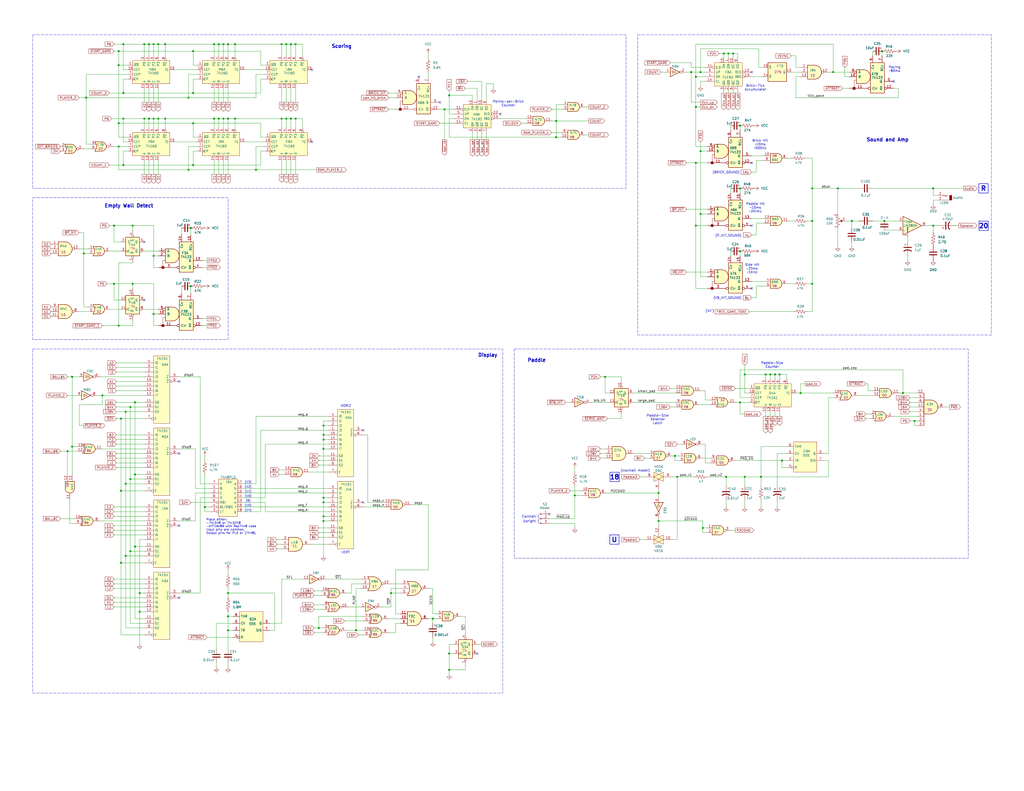
<source format=kicad_sch>
(kicad_sch (version 20250114) (generator "eeschema") (generator_version "9.0")
  (paper "C")
  (title_block (title "Retro Breakout") (date "2025-11-05") (rev "4722-101-A") (company "ByteMind, Inc.") (comment 1 "P.Bishop"))
  (lib_symbols
    (symbol "Breakout:4016" (pin_names (offset 1.016))
      (property "Reference" "U" (at -7.62 8.89 0))
      (property "Value" "4016" (at -7.62 -8.89 0))
      (symbol "4016_1_0"
        (pin passive line (at -7.62 0 0) (length 5.08) (name "~") (number "1"))
        (pin input line (at 0 7.62 270) (length 5.08) (name "~") (number "13"))
        (pin passive line (at 7.62 0 180) (length 5.08) (name "~") (number "2"))
      )
      (symbol "4016_2_0"
        (pin passive line (at -7.62 0 0) (length 5.08) (name "~") (number "4"))
        (pin input line (at 0 7.62 270) (length 5.08) (name "~") (number "5"))
        (pin passive line (at 7.62 0 180) (length 5.08) (name "~") (number "3"))
      )
      (symbol "4016_3_0"
        (pin passive line (at -7.62 0 0) (length 5.08) (name "~") (number "8"))
        (pin input line (at 0 7.62 270) (length 5.08) (name "~") (number "6"))
        (pin passive line (at 7.62 0 180) (length 5.08) (name "~") (number "9"))
      )
      (symbol "4016_4_0"
        (pin passive line (at -7.62 0 0) (length 5.08) (name "~") (number "11"))
        (pin input line (at 0 7.62 270) (length 5.08) (name "~") (number "12"))
        (pin passive line (at 7.62 0 180) (length 5.08) (name "~") (number "10"))
      )
      (symbol "4016_5_0"
        (pin power_in line (at 0 12.7 270) (length 5.08) (name "VDD") (number "14"))
        (pin power_in line (at 0 -12.7 90) (length 5.08) (name "VSS") (number "7"))
      )
    )
    (symbol "Breakout:555"
      (property "Reference" "U" (at -1.27 -1.016 0))
      (property "Value" "555" (at -2.032 1.524 0))
      (symbol "555_1_1"
        (pin input line (at -10.16 3.81 0) (length 3.81) (name "THR") (number "6"))
        (pin input line (at -10.16 0 0) (length 3.81) (name "CV") (number "5"))
        (pin input line (at -10.16 -3.81 0) (length 3.81) (name "TR") (number "2"))
        (pin input inverted (at -10.16 -7.62 0) (length 3.81) (name "R") (number "4"))
        (pin output line (at 10.16 0 180) (length 3.81) (name "Q") (number "3"))
        (pin input line (at 10.16 -3.81 180) (length 3.81) (name "DIS") (number "7"))
      )
      (symbol "555_2_0"
        (pin power_in line (at 0 12.7 270) (length 5.08) (name "VCC") (number "8"))
        (pin power_in line (at 0 -12.7 90) (length 5.08) (name "GND") (number "1"))
      )
    )
    (symbol "Breakout:7400" (pin_names (offset 1.016))
      (property "Reference" "U" (at -1.016 1.016 0))
      (property "Val" "'00" (at -0.254 -1.27 0))
      (symbol "7400_1_1"
        (pin input line (at -5.08 1.27 0) (length 2.54) (name "~") (number "1"))
        (pin input line (at -5.08 -1.27 0) (length 2.54) (name "~") (number "2"))
        (pin output inverted (at 7.62 0 180) (length 3.81) (name "~") (number "3"))
      )
      (symbol "7400_1_2"
        (pin input inverted (at -7.62 2.54 0) (length 4.318) (name "~") (number "1"))
        (pin input inverted (at -7.62 -2.54 0) (length 4.318) (name "~") (number "2"))
        (pin output line (at 7.62 0 180) (length 3.81) (name "~") (number "3"))
      )
      (symbol "7400_2_1"
        (pin input line (at -5.08 1.27 0) (length 2.54) (name "~") (number "4"))
        (pin input line (at -5.08 -1.27 0) (length 2.54) (name "~") (number "5"))
        (pin output inverted (at 7.62 0 180) (length 3.81) (name "~") (number "6"))
      )
      (symbol "7400_2_2"
        (pin input inverted (at -7.62 2.54 0) (length 4.318) (name "~") (number "4"))
        (pin input inverted (at -7.62 -2.54 0) (length 4.318) (name "~") (number "5"))
        (pin output line (at 7.62 0 180) (length 3.81) (name "~") (number "6"))
      )
      (symbol "7400_3_1"
        (pin input line (at -6.35 1.27 0) (length 3.81) (name "~") (number "9"))
        (pin input line (at -6.35 -1.27 0) (length 3.81) (name "~") (number "10"))
        (pin output inverted (at 7.62 0 180) (length 3.81) (name "~") (number "8"))
      )
      (symbol "7400_3_2"
        (pin input inverted (at -7.62 2.54 0) (length 4.318) (name "~") (number "9"))
        (pin input inverted (at -7.62 -2.54 0) (length 4.318) (name "~") (number "10"))
        (pin output line (at 7.62 0 180) (length 3.81) (name "~") (number "8"))
      )
      (symbol "7400_4_1"
        (pin input line (at -6.35 1.27 0) (length 3.81) (name "~") (number "13"))
        (pin input line (at -6.35 -1.27 0) (length 3.81) (name "~") (number "12"))
        (pin output inverted (at 8.89 0 180) (length 5.08) (name "~") (number "11"))
      )
      (symbol "7400_4_2"
        (pin input inverted (at -7.62 2.54 0) (length 4.318) (name "~") (number "12"))
        (pin input inverted (at -7.62 -2.54 0) (length 4.318) (name "~") (number "13"))
        (pin output line (at 7.62 0 180) (length 3.81) (name "~") (number "11"))
      )
      (symbol "7400_5_0"
        (pin power_in line (at 0 12.7 270) (length 5.08) (name "VCC") (number "14"))
        (pin power_in line (at 0 -12.7 90) (length 5.08) (name "GND") (number "7"))
      )
    )
    (symbol "Breakout:7402" (pin_names (offset 1.016))
      (property "Reference" "U" (at -0.1775 1.0857 0))
      (property "Val" "'02" (at 0 -1.27 0))
      (symbol "7402_1_1"
        (pin input line (at -5.08 1.27 0) (length 2.921) (name "~") (number "2"))
        (pin input line (at -5.08 -1.27 0) (length 2.921) (name "~") (number "3"))
        (pin output inverted (at 7.62 0 180) (length 3.937) (name "~") (number "1"))
      )
      (symbol "7402_1_2"
        (pin input inverted (at -7.62 2.54 0) (length 3.81) (name "~") (number "2"))
        (pin input inverted (at -7.62 -2.54 0) (length 3.81) (name "~") (number "3"))
        (pin output line (at 7.62 0 180) (length 3.81) (name "~") (number "1"))
      )
      (symbol "7402_2_1"
        (pin input line (at -5.08 1.27 0) (length 2.921) (name "~") (number "5"))
        (pin input line (at -5.08 -1.27 0) (length 2.921) (name "~") (number "6"))
        (pin output inverted (at 7.62 0 180) (length 3.937) (name "~") (number "4"))
      )
      (symbol "7402_2_2"
        (pin input inverted (at -7.62 2.54 0) (length 3.81) (name "~") (number "5"))
        (pin input inverted (at -7.62 -2.54 0) (length 3.81) (name "~") (number "6"))
        (pin output line (at 7.62 0 180) (length 3.81) (name "~") (number "4"))
      )
      (symbol "7402_3_1"
        (pin input line (at -5.08 1.27 0) (length 2.921) (name "~") (number "8"))
        (pin input line (at -5.08 -1.27 0) (length 2.921) (name "~") (number "9"))
        (pin output inverted (at 8.89 0 180) (length 5.207) (name "~") (number "10"))
      )
      (symbol "7402_3_2"
        (pin input inverted (at -7.62 2.54 0) (length 3.81) (name "~") (number "8"))
        (pin input inverted (at -7.62 -2.54 0) (length 3.81) (name "~") (number "9"))
        (pin output line (at 7.62 0 180) (length 3.81) (name "~") (number "10"))
      )
      (symbol "7402_4_1"
        (pin input line (at -6.35 1.27 0) (length 4.318) (name "~") (number "11"))
        (pin input line (at -6.35 -1.27 0) (length 4.318) (name "~") (number "12"))
        (pin output inverted (at 8.89 0 180) (length 5.08) (name "~") (number "13"))
      )
      (symbol "7402_4_2"
        (pin input inverted (at -7.62 2.54 0) (length 3.81) (name "~") (number "11"))
        (pin input inverted (at -7.62 -2.54 0) (length 3.81) (name "~") (number "12"))
        (pin output line (at 7.62 0 180) (length 3.81) (name "~") (number "13"))
      )
      (symbol "7402_5_0"
        (pin power_in line (at 0 12.7 270) (length 5.08) (name "VCC") (number "14"))
        (pin power_in line (at 0 -12.7 90) (length 5.08) (name "GND") (number "7"))
      )
    )
    (symbol "Breakout:7404"
      (property "Reference" "U" (at 0.254 2.286 0))
      (property "Val" "'04" (at -0.762 0 0))
      (symbol "7404_1_0"
        (pin input line (at -5.08 0 0) (length 2.54) (name "~") (number "1"))
        (pin output inverted (at 6.35 0 180) (length 3.81) (name "~") (number "2"))
      )
      (symbol "7404_2_0"
        (pin input line (at -5.08 0 0) (length 2.54) (name "~") (number "3"))
        (pin output inverted (at 6.35 0 180) (length 3.81) (name "~") (number "4"))
      )
      (symbol "7404_3_0"
        (pin input line (at -5.08 0 0) (length 2.54) (name "~") (number "5"))
        (pin output inverted (at 6.35 0 180) (length 3.81) (name "~") (number "6"))
      )
      (symbol "7404_4_0"
        (pin input line (at -5.08 0 0) (length 2.54) (name "~") (number "9"))
        (pin output inverted (at 6.35 0 180) (length 3.81) (name "~") (number "8"))
      )
      (symbol "7404_5_0"
        (pin input line (at -6.35 0 0) (length 3.81) (name "~") (number "11"))
        (pin output inverted (at 6.35 0 180) (length 3.81) (name "~") (number "10"))
      )
      (symbol "7404_6_0"
        (pin input line (at -6.35 0 0) (length 3.81) (name "~") (number "13"))
        (pin output inverted (at 6.35 0 180) (length 3.81) (name "~") (number "12"))
      )
      (symbol "7404_7_0"
        (pin power_in line (at 0 12.7 270) (length 5.08) (name "VCC") (number "14"))
        (pin power_in line (at 0 -12.7 90) (length 5.08) (name "GND") (number "7"))
      )
    )
    (symbol "Breakout:7408" (pin_names (offset 1.016))
      (property "Reference" "U" (at -1.016 1.016 0))
      (property "Val" "'08" (at -0.508 -1.27 0))
      (symbol "7408_1_1"
        (pin input line (at -5.08 1.27 0) (length 2.54) (name "~") (number "1"))
        (pin input line (at -5.08 -1.27 0) (length 2.54) (name "~") (number "2"))
        (pin output line (at 6.35 0 180) (length 2.54) (name "~") (number "3"))
      )
      (symbol "7408_1_2"
        (pin input inverted (at -7.62 2.54 0) (length 4.318) (name "~") (number "1"))
        (pin input inverted (at -7.62 -2.54 0) (length 4.318) (name "~") (number "2"))
        (pin output line (at 7.62 0 180) (length 3.81) (name "~") (number "3"))
      )
      (symbol "7408_2_1"
        (pin input line (at -5.08 1.27 0) (length 2.54) (name "~") (number "4"))
        (pin input line (at -5.08 -1.27 0) (length 2.54) (name "~") (number "5"))
        (pin output line (at 6.35 0 180) (length 2.54) (name "~") (number "6"))
      )
      (symbol "7408_2_2"
        (pin input inverted (at -7.62 2.54 0) (length 4.318) (name "~") (number "4"))
        (pin input inverted (at -7.62 -2.54 0) (length 4.318) (name "~") (number "5"))
        (pin output line (at 7.62 0 180) (length 3.81) (name "~") (number "6"))
      )
      (symbol "7408_3_1"
        (pin input line (at -6.35 1.27 0) (length 3.81) (name "~") (number "9"))
        (pin input line (at -6.35 -1.27 0) (length 3.81) (name "~") (number "10"))
        (pin output line (at 6.35 0 180) (length 2.54) (name "~") (number "8"))
      )
      (symbol "7408_3_2"
        (pin input inverted (at -7.62 2.54 0) (length 4.318) (name "~") (number "9"))
        (pin input inverted (at -7.62 -2.54 0) (length 4.318) (name "~") (number "10"))
        (pin output line (at 7.62 0 180) (length 3.81) (name "~") (number "8"))
      )
      (symbol "7408_4_1"
        (pin input line (at -6.35 1.27 0) (length 3.81) (name "~") (number "13"))
        (pin input line (at -6.35 -1.27 0) (length 3.81) (name "~") (number "12"))
        (pin output line (at 7.62 0 180) (length 3.81) (name "~") (number "11"))
      )
      (symbol "7408_4_2"
        (pin input inverted (at -7.62 2.54 0) (length 4.318) (name "~") (number "12"))
        (pin input inverted (at -7.62 -2.54 0) (length 4.318) (name "~") (number "13"))
        (pin output line (at 7.62 0 180) (length 3.81) (name "~") (number "11"))
      )
      (symbol "7408_5_0"
        (pin power_in line (at 0 12.7 270) (length 5.08) (name "VCC") (number "14"))
        (pin power_in line (at 0 -12.7 90) (length 5.08) (name "GND") (number "7"))
      )
    )
    (symbol "Breakout:7410" (pin_names (offset 1.016))
      (property "Reference" "U" (at -2.032 1.27 0))
      (property "Val" "'10" (at -1.27 -1.778 0))
      (symbol "7410_1_1"
        (pin input line (at -7.62 2.54 0) (length 3.81) (name "~") (number "1"))
        (pin input line (at -7.62 0 0) (length 3.81) (name "~") (number "2"))
        (pin input line (at -7.62 -2.54 0) (length 3.81) (name "~") (number "13"))
        (pin output inverted (at 7.62 0 180) (length 3.81) (name "~") (number "12"))
      )
      (symbol "7410_1_2"
        (pin input inverted (at -7.62 2.54 0) (length 4.318) (name "~") (number "1"))
        (pin input inverted (at -7.62 0 0) (length 4.953) (name "~") (number "2"))
        (pin input inverted (at -7.62 -2.54 0) (length 4.318) (name "~") (number "13"))
        (pin output inverted (at 7.62 0 180) (length 3.81) (name "~") (number "12"))
      )
      (symbol "7410_2_1"
        (pin input line (at -7.62 2.54 0) (length 3.81) (name "~") (number "3"))
        (pin input line (at -7.62 0 0) (length 3.81) (name "~") (number "4"))
        (pin input line (at -7.62 -2.54 0) (length 3.81) (name "~") (number "5"))
        (pin output inverted (at 7.62 0 180) (length 3.81) (name "~") (number "6"))
      )
      (symbol "7410_2_2"
        (pin input inverted (at -7.62 2.54 0) (length 4.318) (name "~") (number "3"))
        (pin input inverted (at -7.62 0 0) (length 4.953) (name "~") (number "4"))
        (pin input inverted (at -7.62 -2.54 0) (length 4.318) (name "~") (number "5"))
        (pin output inverted (at 7.62 0 180) (length 3.81) (name "~") (number "6"))
      )
      (symbol "7410_3_1"
        (pin input line (at -7.62 2.54 0) (length 3.81) (name "~") (number "9"))
        (pin input line (at -7.62 0 0) (length 3.81) (name "~") (number "10"))
        (pin input line (at -7.62 -2.54 0) (length 3.81) (name "~") (number "11"))
        (pin output inverted (at 7.62 0 180) (length 3.81) (name "~") (number "8"))
      )
      (symbol "7410_3_2"
        (pin input inverted (at -7.62 2.54 0) (length 4.318) (name "~") (number "9"))
        (pin input inverted (at -7.62 0 0) (length 4.953) (name "~") (number "10"))
        (pin input inverted (at -7.62 -2.54 0) (length 4.318) (name "~") (number "11"))
        (pin output inverted (at 7.62 0 180) (length 3.81) (name "~") (number "8"))
      )
      (symbol "7410_4_0"
        (pin power_in line (at 0 12.7 270) (length 5.08) (name "VCC") (number "14"))
        (pin power_in line (at 0 -12.7 90) (length 5.08) (name "GND") (number "7"))
      )
    )
    (symbol "Breakout:7411" (pin_names (offset 1.016))
      (property "Reference" "U" (at -1.524 1.27 0))
      (property "Val" "'11" (at -0.762 -1.016 0))
      (symbol "7411_1_1"
        (pin input line (at -7.62 2.54 0) (length 3.81) (name "~") (number "1"))
        (pin input line (at -7.62 0 0) (length 3.81) (name "~") (number "2"))
        (pin input line (at -7.62 -2.54 0) (length 3.81) (name "~") (number "13"))
        (pin output line (at 7.62 0 180) (length 3.81) (name "~") (number "12"))
      )
      (symbol "7411_1_2"
        (pin input inverted (at -7.62 2.54 0) (length 4.318) (name "~") (number "1"))
        (pin input inverted (at -7.62 0 0) (length 4.953) (name "~") (number "2"))
        (pin input inverted (at -7.62 -2.54 0) (length 4.318) (name "~") (number "13"))
        (pin output inverted (at 7.62 0 180) (length 3.81) (name "~") (number "12"))
      )
      (symbol "7411_2_1"
        (pin input line (at -7.62 2.54 0) (length 3.81) (name "~") (number "3"))
        (pin input line (at -7.62 0 0) (length 3.81) (name "~") (number "4"))
        (pin input line (at -7.62 -2.54 0) (length 3.81) (name "~") (number "5"))
        (pin output line (at 7.62 0 180) (length 3.81) (name "~") (number "6"))
      )
      (symbol "7411_2_2"
        (pin input inverted (at -7.62 2.54 0) (length 4.318) (name "~") (number "3"))
        (pin input inverted (at -7.62 0 0) (length 4.953) (name "~") (number "4"))
        (pin input inverted (at -7.62 -2.54 0) (length 4.318) (name "~") (number "5"))
        (pin output inverted (at 7.62 0 180) (length 3.81) (name "~") (number "6"))
      )
      (symbol "7411_3_1"
        (pin input line (at -7.62 2.54 0) (length 3.81) (name "~") (number "9"))
        (pin input line (at -7.62 0 0) (length 3.81) (name "~") (number "10"))
        (pin input line (at -7.62 -2.54 0) (length 3.81) (name "~") (number "11"))
        (pin output line (at 7.62 0 180) (length 3.81) (name "~") (number "8"))
      )
      (symbol "7411_3_2"
        (pin input inverted (at -7.62 2.54 0) (length 4.318) (name "~") (number "9"))
        (pin input inverted (at -7.62 0 0) (length 4.953) (name "~") (number "10"))
        (pin input inverted (at -7.62 -2.54 0) (length 4.318) (name "~") (number "11"))
        (pin output inverted (at 7.62 0 180) (length 3.81) (name "~") (number "8"))
      )
      (symbol "7411_4_0"
        (pin power_in line (at 0 12.7 270) (length 5.08) (name "VCC") (number "14"))
        (pin power_in line (at 0 -12.7 90) (length 5.08) (name "GND") (number "7"))
      )
    )
    (symbol "Breakout:74123" (pin_names (offset 1.016))
      (property "Reference" "U" (at -1.778 -2.54 0))
      (property "Value" "74123" (at 0 0.762 0))
      (symbol "74123_1_0"
        (pin input inverted (at -15.24 2.54 0) (length 3.81) (name "~{A}") (number "1"))
        (pin input line (at -15.24 0 0) (length 3.81) (name "B") (number "2"))
        (pin input inverted (at -15.24 -6.35 0) (length 11.43) (name "Clr") (number "3"))
        (pin input line (at -2.54 11.43 270) (length 3.81) (name "Cx") (number "14"))
        (pin input line (at 2.54 11.43 270) (length 3.81) (name "RCx") (number "15"))
        (pin output line (at 8.89 -2.54 180) (length 5.08) (name "Q") (number "13"))
        (pin output inverted (at 8.89 -6.35 180) (length 5.08) (name "~{Q}") (number "4"))
      )
      (symbol "74123_2_0"
        (pin input inverted (at -15.24 2.54 0) (length 3.81) (name "~{A}") (number "9"))
        (pin input line (at -15.24 0 0) (length 3.81) (name "B") (number "10"))
        (pin input inverted (at -15.24 -6.35 0) (length 11.43) (name "Clr") (number "11"))
        (pin input line (at -2.54 11.43 270) (length 3.81) (name "Cx") (number "6"))
        (pin input line (at 2.54 11.43 270) (length 3.81) (name "RCx") (number "7"))
        (pin output line (at 8.89 -2.54 180) (length 5.08) (name "Q") (number "5"))
        (pin output inverted (at 8.89 -6.35 180) (length 5.08) (name "~{Q}") (number "12"))
      )
      (symbol "74123_3_0"
        (pin power_in line (at 0 12.7 270) (length 5.08) (name "VCC") (number "16"))
        (pin power_in line (at 0 -12.7 90) (length 5.08) (name "GND") (number "8"))
      )
    )
    (symbol "Breakout:74151"
      (property "Reference" "U" (at -2.286 -20.066 0))
      (property "Value" "74151" (at -0.254 16.256 0))
      (symbol "74151_1_1"
        (pin input line (at -10.16 13.97 0) (length 5.08) (name "I0") (number "4"))
        (pin input line (at -10.16 11.43 0) (length 5.08) (name "I1") (number "3"))
        (pin input line (at -10.16 8.89 0) (length 5.08) (name "I2") (number "2"))
        (pin input line (at -10.16 6.35 0) (length 5.08) (name "I3") (number "1"))
        (pin input line (at -10.16 3.81 0) (length 5.08) (name "I4") (number "15"))
        (pin input line (at -10.16 1.27 0) (length 5.08) (name "I5") (number "14"))
        (pin input line (at -10.16 -1.27 0) (length 5.08) (name "I6") (number "13"))
        (pin input line (at -10.16 -3.81 0) (length 5.08) (name "I7") (number "12"))
        (pin input line (at -10.16 -7.62 0) (length 5.08) (name "S0") (number "11"))
        (pin input line (at -10.16 -10.16 0) (length 5.08) (name "S1") (number "10"))
        (pin input line (at -10.16 -12.7 0) (length 5.08) (name "S2") (number "9"))
        (pin input inverted (at -10.16 -16.51 0) (length 5.08) (name "E") (number "7"))
        (pin output line (at 8.89 6.35 180) (length 5.08) (name "Z") (number "5"))
        (pin output inverted (at 8.89 3.81 180) (length 5.08) (name "~{Z}") (number "6"))
      )
      (symbol "74151_2_0"
        (pin power_in line (at 0 12.7 270) (length 5.08) (name "VCC") (number "16"))
        (pin power_in line (at 0 -12.7 90) (length 5.08) (name "GND") (number "8"))
      )
    )
    (symbol "Breakout:74160"
      (property "Reference" "U" (at -1.016 1.016 0))
      (property "Value" "74160" (at 0 -2.032 0))
      (symbol "74160_1_1"
        (pin input line (at -12.7 3.81 0) (length 2.54) (name "~{MR}") (number "1"))
        (pin input line (at -12.7 1.27 0) (length 2.54) (name "CET") (number "10"))
        (pin input line (at -12.7 -1.27 0) (length 2.54) (name "CEP") (number "7"))
        (pin input clock (at -12.7 -3.81 0) (length 2.54) (name "CP") (number "2"))
        (pin input line (at -3.81 8.89 270) (length 2.54) (name "P0") (number "3"))
        (pin output line (at -3.81 -8.89 90) (length 2.54) (name "A") (number "14"))
        (pin input line (at -1.27 8.89 270) (length 2.54) (name "P1") (number "4"))
        (pin output line (at -1.27 -8.89 90) (length 2.54) (name "B") (number "13"))
        (pin input line (at 1.27 8.89 270) (length 2.54) (name "P2") (number "5"))
        (pin output line (at 1.27 -8.89 90) (length 2.54) (name "C") (number "12"))
        (pin input line (at 3.81 8.89 270) (length 2.54) (name "P3") (number "6"))
        (pin output line (at 3.81 -8.89 90) (length 2.54) (name "D") (number "11"))
        (pin input inverted (at 7.62 8.89 270) (length 2.54) (name "~{PE}") (number "9"))
        (pin output line (at 12.7 1.27 180) (length 2.54) (name "TC") (number "15"))
      )
      (symbol "74160_2_0"
        (pin power_in line (at 0 12.7 270) (length 5.08) (name "VCC") (number "16"))
        (pin power_in line (at 0 -12.7 90) (length 5.08) (name "GND") (number "8"))
      )
    )
    (symbol "Breakout:74161"
      (property "Reference" "U" (at -1.016 1.016 0))
      (property "Value" "74161" (at 0 -2.032 0))
      (symbol "74161_1_1"
        (pin input line (at -12.7 3.81 0) (length 2.54) (name "~{MR}") (number "1"))
        (pin input line (at -12.7 1.27 0) (length 2.54) (name "CET") (number "10"))
        (pin input line (at -12.7 -1.27 0) (length 2.54) (name "CEP") (number "7"))
        (pin input clock (at -12.7 -3.81 0) (length 2.54) (name "CP") (number "2"))
        (pin input line (at -3.81 8.89 270) (length 2.54) (name "P0") (number "3"))
        (pin output line (at -3.81 -8.89 90) (length 2.54) (name "A") (number "14"))
        (pin input line (at -1.27 8.89 270) (length 2.54) (name "P1") (number "4"))
        (pin output line (at -1.27 -8.89 90) (length 2.54) (name "B") (number "13"))
        (pin input line (at 1.27 8.89 270) (length 2.54) (name "P2") (number "5"))
        (pin output line (at 1.27 -8.89 90) (length 2.54) (name "C") (number "12"))
        (pin input line (at 3.81 8.89 270) (length 2.54) (name "P3") (number "6"))
        (pin output line (at 3.81 -8.89 90) (length 2.54) (name "D") (number "11"))
        (pin input inverted (at 7.62 8.89 270) (length 2.54) (name "~{PE}") (number "9"))
        (pin output line (at 12.7 1.27 180) (length 2.54) (name "TC") (number "15"))
      )
      (symbol "74161_2_0"
        (pin power_in line (at 0 12.7 270) (length 5.08) (name "VCC") (number "16"))
        (pin power_in line (at 0 -12.7 90) (length 5.08) (name "GND") (number "8"))
      )
    )
    (symbol "Breakout:74192"
      (property "Reference" "U" (at -1.524 -0.762 0))
      (property "Value" "74192" (at -0.254 1.524 0))
      (symbol "74192_1_1"
        (pin input inverted (at -12.7 3.81 0) (length 5.08) (name "!LD") (number "11"))
        (pin input line (at -12.7 1.27 0) (length 5.08) (name "UP") (number "5"))
        (pin input line (at -12.7 -1.27 0) (length 5.08) (name "DN") (number "4"))
        (pin input line (at -12.7 -3.81 0) (length 5.08) (name "CL") (number "14"))
        (pin input line (at -2.54 8.89 270) (length 2.54) (name "DA") (number "15"))
        (pin output line (at -2.54 -8.89 90) (length 2.54) (name "QA") (number "3"))
        (pin input line (at 0 8.89 270) (length 2.54) (name "DB") (number "1"))
        (pin output line (at 0 -8.89 90) (length 2.54) (name "QB") (number "2"))
        (pin input line (at 2.54 8.89 270) (length 2.54) (name "DC") (number "10"))
        (pin output line (at 2.54 -8.89 90) (length 2.54) (name "QC") (number "6"))
        (pin input line (at 5.08 8.89 270) (length 2.54) (name "DD") (number "9"))
        (pin output line (at 5.08 -8.89 90) (length 2.54) (name "QD") (number "7"))
        (pin output inverted (at 12.7 1.27 180) (length 5.08) (name "!CO") (number "12"))
        (pin output inverted (at 12.7 -1.27 180) (length 5.08) (name "!BO") (number "13"))
      )
      (symbol "74192_2_0"
        (pin power_in line (at 0 12.7 270) (length 5.08) (name "VCC") (number "16"))
        (pin power_in line (at 0 -12.7 90) (length 5.08) (name "GND") (number "8"))
      )
    )
    (symbol "Breakout:74193"
      (property "Reference" "U" (at -1.524 -0.762 0))
      (property "Value" "74193" (at -0.254 1.524 0))
      (symbol "74193_1_1"
        (pin input inverted (at -12.7 3.81 0) (length 5.08) (name "!LD") (number "11"))
        (pin input line (at -12.7 1.27 0) (length 5.08) (name "UP") (number "5"))
        (pin input line (at -12.7 -1.27 0) (length 5.08) (name "DN") (number "4"))
        (pin input line (at -12.7 -3.81 0) (length 5.08) (name "CL") (number "14"))
        (pin input line (at -2.54 8.89 270) (length 2.54) (name "DA") (number "15"))
        (pin output line (at -2.54 -8.89 90) (length 2.54) (name "QA") (number "3"))
        (pin input line (at 0 8.89 270) (length 2.54) (name "DB") (number "1"))
        (pin output line (at 0 -8.89 90) (length 2.54) (name "QB") (number "2"))
        (pin input line (at 2.54 8.89 270) (length 2.54) (name "DC") (number "10"))
        (pin output line (at 2.54 -8.89 90) (length 2.54) (name "QC") (number "6"))
        (pin input line (at 5.08 8.89 270) (length 2.54) (name "DD") (number "9"))
        (pin output line (at 5.08 -8.89 90) (length 2.54) (name "QD") (number "7"))
        (pin output inverted (at 12.7 1.27 180) (length 5.08) (name "!CO") (number "12"))
        (pin output inverted (at 12.7 -1.27 180) (length 5.08) (name "!BO") (number "13"))
      )
      (symbol "74193_2_0"
        (pin power_in line (at 0 12.7 270) (length 5.08) (name "VCC") (number "16"))
        (pin power_in line (at 0 -12.7 90) (length 5.08) (name "GND") (number "8"))
      )
    )
    (symbol "Breakout:7427" (pin_names (offset 1.016))
      (property "Reference" "U" (at -1.27 1.27 0))
      (property "Val" "'27" (at -0.508 -1.524 0))
      (symbol "7427_1_1"
        (pin input line (at -7.62 2.54 0) (length 4.318) (name "~") (number "1"))
        (pin input line (at -7.62 0 0) (length 4.953) (name "~") (number "2"))
        (pin input line (at -7.62 -2.54 0) (length 4.318) (name "~") (number "13"))
        (pin output inverted (at 8.89 0 180) (length 5.08) (name "~") (number "12"))
      )
      (symbol "7427_1_2"
        (pin input inverted (at -7.62 2.54 0) (length 3.81) (name "~") (number "1"))
        (pin input inverted (at -7.62 0 0) (length 3.81) (name "~") (number "2"))
        (pin input inverted (at -7.62 -2.54 0) (length 3.81) (name "~") (number "13"))
        (pin output line (at 7.62 0 180) (length 3.81) (name "~") (number "12"))
      )
      (symbol "7427_2_1"
        (pin input line (at -7.62 2.54 0) (length 4.318) (name "~") (number "3"))
        (pin input line (at -7.62 0 0) (length 4.953) (name "~") (number "4"))
        (pin input line (at -7.62 -2.54 0) (length 4.318) (name "~") (number "5"))
        (pin output inverted (at 7.62 0 180) (length 3.81) (name "~") (number "6"))
      )
      (symbol "7427_2_2"
        (pin input inverted (at -7.62 2.54 0) (length 3.81) (name "~") (number "3"))
        (pin input inverted (at -7.62 0 0) (length 3.81) (name "~") (number "4"))
        (pin input inverted (at -7.62 -2.54 0) (length 3.81) (name "~") (number "5"))
        (pin output line (at 7.62 0 180) (length 3.81) (name "~") (number "6"))
      )
      (symbol "7427_3_1"
        (pin input line (at -7.62 2.54 0) (length 4.318) (name "~") (number "9"))
        (pin input line (at -7.62 0 0) (length 4.953) (name "~") (number "10"))
        (pin input line (at -7.62 -2.54 0) (length 4.318) (name "~") (number "11"))
        (pin output inverted (at 7.62 0 180) (length 3.81) (name "~") (number "8"))
      )
      (symbol "7427_3_2"
        (pin input inverted (at -7.62 2.54 0) (length 3.81) (name "~") (number "9"))
        (pin input inverted (at -7.62 0 0) (length 3.81) (name "~") (number "10"))
        (pin input inverted (at -7.62 -2.54 0) (length 3.81) (name "~") (number "11"))
        (pin output line (at 7.62 0 180) (length 3.81) (name "~") (number "8"))
      )
      (symbol "7427_4_0"
        (pin power_in line (at 0 12.7 270) (length 5.08) (name "VCC") (number "14"))
        (pin power_in line (at 0 -12.7 90) (length 5.08) (name "GND") (number "7"))
      )
    )
    (symbol "Breakout:74279"
      (property "Reference" "U" (at -1.016 2.286 0))
      (property "Val" "'279" (at 0 0 0))
      (symbol "74279_1_1"
        (pin input line (at -7.62 2.54 0) (length 2.54) (name "~{S}") (number "2"))
        (pin input line (at -7.62 0 0) (length 2.54) (name "~{S}") (number "3"))
        (pin input line (at -7.62 -2.54 0) (length 2.54) (name "~{R}") (number "1"))
        (pin output line (at 7.62 0 180) (length 2.54) (name "Q") (number "4"))
      )
      (symbol "74279_2_1"
        (pin input line (at -7.62 2.54 0) (length 2.54) (name "~{S}") (number "6"))
        (pin input line (at -7.62 -2.54 0) (length 2.54) (name "~{R}") (number "5"))
        (pin output line (at 7.62 0 180) (length 2.54) (name "Q") (number "7"))
      )
      (symbol "74279_3_1"
        (pin input line (at -7.62 2.54 0) (length 2.54) (name "~{S}") (number "11"))
        (pin input line (at -7.62 0 0) (length 2.54) (name "~{S}") (number "12"))
        (pin input line (at -7.62 -2.54 0) (length 2.54) (name "~{R}") (number "10"))
        (pin output line (at 7.62 0 180) (length 2.54) (name "Q") (number "9"))
      )
      (symbol "74279_4_1"
        (pin input line (at -7.62 2.54 0) (length 2.54) (name "~{S}") (number "15"))
        (pin input line (at -7.62 -2.54 0) (length 2.54) (name "~{R}") (number "14"))
        (pin output line (at 7.62 0 180) (length 2.54) (name "Q") (number "13"))
      )
      (symbol "74279_5_0"
        (pin power_in line (at 0 12.7 270) (length 5.08) (name "VCC") (number "16"))
        (pin power_in line (at 0 -12.7 90) (length 5.08) (name "GND") (number "8"))
      )
    )
    (symbol "Breakout:7430" (pin_names (offset 1.016))
      (property "Reference" "U" (at 0 1.016 0))
      (property "Val" "'30" (at 1.016 -1.524 0))
      (symbol "7430_1_1"
        (pin input line (at -7.62 7.62 0) (length 3.81) (name "~") (number "12"))
        (pin input line (at -7.62 5.08 0) (length 3.81) (name "~") (number "5"))
        (pin input line (at -7.62 2.54 0) (length 3.81) (name "~") (number "6"))
        (pin input line (at -7.62 0 0) (length 3.81) (name "~") (number "11"))
        (pin input line (at -7.62 -2.54 0) (length 3.81) (name "~") (number "4"))
        (pin input line (at -7.62 -5.08 0) (length 3.81) (name "~") (number "1"))
        (pin input line (at -7.62 -7.62 0) (length 3.81) (name "~") (number "2"))
        (pin input line (at -7.62 -10.16 0) (length 3.81) (name "~") (number "3"))
        (pin output inverted (at 7.62 0 180) (length 3.81) (name "~") (number "8"))
      )
      (symbol "7430_1_2"
        (pin input inverted (at -7.62 7.62 0) (length 3.81) (name "~") (number "1"))
        (pin input inverted (at -7.62 5.08 0) (length 3.81) (name "~") (number "2"))
        (pin input inverted (at -7.62 2.54 0) (length 4.5466) (name "~") (number "3"))
        (pin input inverted (at -7.62 0 0) (length 5.08) (name "~") (number "4"))
        (pin input inverted (at -7.62 -2.54 0) (length 4.5466) (name "~") (number "5"))
        (pin input inverted (at -7.62 -5.08 0) (length 3.81) (name "~") (number "6"))
        (pin input inverted (at -7.62 -7.62 0) (length 3.81) (name "~") (number "11"))
        (pin input inverted (at -7.62 -10.16 0) (length 3.81) (name "~") (number "12"))
        (pin output line (at 7.62 0 180) (length 3.81) (name "~") (number "8"))
      )
      (symbol "7430_2_0"
        (pin power_in line (at 0 12.7 270) (length 5.08) (name "VCC") (number "14"))
        (pin power_in line (at 0 -12.7 90) (length 5.08) (name "GND") (number "7"))
      )
      (symbol "7430_2_1"
        (pin no_connect line (at -7.62 -1.27 0) (length 3.81) (name "n/c") (number "9"))
        (pin no_connect line (at -7.62 -3.81 0) (length 3.81) (name "n/c") (number "10"))
        (pin no_connect line (at -7.62 -6.35 0) (length 3.81) (name "n/c") (number "13"))
      )
    )
    (symbol "Breakout:7432" (pin_names (offset 1.016))
      (property "Reference" "U" (at -0.5151 1.0499 0))
      (property "Val" "'32" (at 0.254 -1.27 0))
      (symbol "7432_1_1"
        (pin input line (at -5.08 1.27 0) (length 3.048) (name "~") (number "1"))
        (pin input line (at -5.08 -1.27 0) (length 3.048) (name "~") (number "2"))
        (pin output line (at 6.35 0 180) (length 2.54) (name "~") (number "3"))
      )
      (symbol "7432_1_2"
        (pin input inverted (at -7.62 2.54 0) (length 3.81) (name "~") (number "2"))
        (pin input inverted (at -7.62 -2.54 0) (length 3.81) (name "~") (number "3"))
        (pin output line (at 7.62 0 180) (length 3.81) (name "~") (number "1"))
      )
      (symbol "7432_2_1"
        (pin input line (at -5.08 1.27 0) (length 3.048) (name "~") (number "4"))
        (pin input line (at -5.08 -1.27 0) (length 3.048) (name "~") (number "5"))
        (pin output line (at 6.35 0 180) (length 2.54) (name "~") (number "6"))
      )
      (symbol "7432_2_2"
        (pin input inverted (at -7.62 2.54 0) (length 3.81) (name "~") (number "5"))
        (pin input inverted (at -7.62 -2.54 0) (length 3.81) (name "~") (number "6"))
        (pin output line (at 7.62 0 180) (length 3.81) (name "~") (number "4"))
      )
      (symbol "7432_3_1"
        (pin input line (at -6.35 1.27 0) (length 4.191) (name "~") (number "10"))
        (pin input line (at -6.35 -1.27 0) (length 4.191) (name "~") (number "9"))
        (pin output line (at 7.62 0 180) (length 3.937) (name "~") (number "8"))
      )
      (symbol "7432_3_2"
        (pin input inverted (at -7.62 2.54 0) (length 3.81) (name "~") (number "8"))
        (pin input inverted (at -7.62 -2.54 0) (length 3.81) (name "~") (number "9"))
        (pin output line (at 7.62 0 180) (length 3.81) (name "~") (number "10"))
      )
      (symbol "7432_4_1"
        (pin input line (at -6.35 1.27 0) (length 4.191) (name "~") (number "13"))
        (pin input line (at -6.35 -1.27 0) (length 4.191) (name "~") (number "12"))
        (pin output line (at 7.62 0 180) (length 3.81) (name "~") (number "11"))
      )
      (symbol "7432_4_2"
        (pin input inverted (at -7.62 2.54 0) (length 3.81) (name "~") (number "11"))
        (pin input inverted (at -7.62 -2.54 0) (length 3.81) (name "~") (number "12"))
        (pin output line (at 7.62 0 180) (length 3.81) (name "~") (number "13"))
      )
      (symbol "7432_5_0"
        (pin power_in line (at 0 12.7 270) (length 5.08) (name "VCC") (number "14"))
        (pin power_in line (at 0 -12.7 90) (length 5.08) (name "GND") (number "7"))
      )
    )
    (symbol "Breakout:7437" (pin_names (offset 1.016))
      (property "Reference" "U" (at -1.27 1.016 0))
      (property "Val" "'37" (at -0.508 -1.27 0))
      (symbol "7437_1_1"
        (pin input line (at -5.08 1.27 0) (length 2.54) (name "~") (number "1"))
        (pin input line (at -5.08 -1.27 0) (length 2.54) (name "~") (number "2"))
        (pin output inverted (at 7.62 0 180) (length 3.81) (name "~") (number "3"))
      )
      (symbol "7437_1_2"
        (pin input inverted (at -7.62 2.54 0) (length 4.318) (name "~") (number "1"))
        (pin input inverted (at -7.62 -2.54 0) (length 4.318) (name "~") (number "2"))
        (pin output line (at 7.62 0 180) (length 3.81) (name "~") (number "3"))
      )
      (symbol "7437_2_1"
        (pin input line (at -5.08 1.27 0) (length 2.54) (name "~") (number "4"))
        (pin input line (at -5.08 -1.27 0) (length 2.54) (name "~") (number "5"))
        (pin output inverted (at 7.62 0 180) (length 3.81) (name "~") (number "6"))
      )
      (symbol "7437_2_2"
        (pin input inverted (at -7.62 2.54 0) (length 4.318) (name "~") (number "4"))
        (pin input inverted (at -7.62 -2.54 0) (length 4.318) (name "~") (number "5"))
        (pin output line (at 7.62 0 180) (length 3.81) (name "~") (number "6"))
      )
      (symbol "7437_3_1"
        (pin input line (at -6.35 1.27 0) (length 3.81) (name "~") (number "9"))
        (pin input line (at -6.35 -1.27 0) (length 3.81) (name "~") (number "10"))
        (pin output inverted (at 7.62 0 180) (length 3.81) (name "~") (number "8"))
      )
      (symbol "7437_3_2"
        (pin input inverted (at -7.62 2.54 0) (length 4.318) (name "~") (number "9"))
        (pin input inverted (at -7.62 -2.54 0) (length 4.318) (name "~") (number "10"))
        (pin output line (at 7.62 0 180) (length 3.81) (name "~") (number "8"))
      )
      (symbol "7437_4_1"
        (pin input line (at -6.35 1.27 0) (length 3.81) (name "~") (number "13"))
        (pin input line (at -6.35 -1.27 0) (length 3.81) (name "~") (number "12"))
        (pin output inverted (at 8.89 0 180) (length 5.08) (name "~") (number "11"))
      )
      (symbol "7437_4_2"
        (pin input inverted (at -7.62 2.54 0) (length 4.318) (name "~") (number "12"))
        (pin input inverted (at -7.62 -2.54 0) (length 4.318) (name "~") (number "13"))
        (pin output line (at 7.62 0 180) (length 3.81) (name "~") (number "11"))
      )
      (symbol "7437_5_0"
        (pin power_in line (at 0 12.7 270) (length 5.08) (name "VCC") (number "14"))
        (pin power_in line (at 0 -12.7 90) (length 5.08) (name "GND") (number "7"))
      )
    )
    (symbol "Breakout:7448PLD"
      (property "Reference" "U" (at 0 -11.43 0))
      (property "Value" "7448PLD" (at 0 11.176 0))
      (symbol "7448PLD_1_1"
        (pin input line (at -10.16 7.62 0) (length 5.08) (name "A") (number "7"))
        (pin input line (at -10.16 5.08 0) (length 5.08) (name "B") (number "1"))
        (pin input line (at -10.16 2.54 0) (length 5.08) (name "C") (number "2"))
        (pin input line (at -10.16 0 0) (length 5.08) (name "D") (number "6"))
        (pin input inverted (at -10.16 -2.54 0) (length 5.08) (name "RBI") (number "5"))
        (pin bidirectional inverted (at -10.16 -5.08 0) (length 5.08) (name "BI/RBO") (number "4"))
        (pin bidirectional inverted (at -10.16 -7.62 0) (length 5.08) (name "LT") (number "3"))
        (pin output line (at 7.62 7.62 180) (length 2.54) (name "a") (number "17"))
        (pin output line (at 7.62 5.08 180) (length 2.54) (name "b") (number "16"))
        (pin output line (at 7.62 2.54 180) (length 2.54) (name "c") (number "15"))
        (pin output line (at 7.62 0 180) (length 2.54) (name "d") (number "14"))
        (pin output line (at 7.62 -2.54 180) (length 2.54) (name "e") (number "13"))
        (pin output line (at 7.62 -5.08 180) (length 2.54) (name "f") (number "19"))
        (pin output line (at 7.62 -7.62 180) (length 2.54) (name "g") (number "18"))
      )
      (symbol "7448PLD_2_0"
        (pin power_in line (at -2.54 -12.7 90) (length 5.08) (name "GND") (number "8"))
        (pin power_in line (at 0 12.7 270) (length 5.08) (name "VCC") (number "20"))
        (pin power_in line (at 0 -12.7 90) (length 5.08) (name "GND") (number "10"))
        (pin no_connect line (at 8.89 0 180) (length 3.81) (name "x") (number "9"))
        (pin no_connect line (at 8.89 -2.54 180) (length 3.81) (name "x") (number "11"))
        (pin no_connect line (at 8.89 -5.08 180) (length 3.81) (name "x") (number "12"))
      )
    )
    (symbol "Breakout:7474" (pin_names (offset 1.016))
      (property "Reference" "U" (at -1.016 1.016 0))
      (property "Val" "'74" (at -0.254 -1.016 0))
      (symbol "7474_1_0"
        (pin input line (at -6.35 2.54 0) (length 2.54) (name "D") (number "2"))
        (pin input clock (at -6.35 -2.54 0) (length 2.54) (name "C") (number "3"))
        (pin input inverted (at 0 8.89 270) (length 3.81) (name "~{S}") (number "4"))
        (pin input inverted (at 0 -8.89 90) (length 3.81) (name "~{R}") (number "1"))
        (pin output line (at 6.35 2.54 180) (length 2.54) (name "Q") (number "5"))
        (pin output inverted (at 6.35 -2.54 180) (length 2.54) (name "~{Q}") (number "6"))
      )
      (symbol "7474_2_0"
        (pin input line (at -6.35 2.54 0) (length 2.54) (name "D") (number "12"))
        (pin input clock (at -6.35 -2.54 0) (length 2.54) (name "C") (number "11"))
        (pin input inverted (at 0 8.89 270) (length 3.81) (name "~{S}") (number "10"))
        (pin input inverted (at 0 -8.89 90) (length 3.81) (name "~{R}") (number "13"))
        (pin output line (at 6.35 2.54 180) (length 2.54) (name "Q") (number "9"))
        (pin output inverted (at 6.35 -2.54 180) (length 2.54) (name "~{Q}") (number "8"))
      )
      (symbol "7474_3_0"
        (pin power_in line (at 0 12.7 270) (length 5.08) (name "VCC") (number "14"))
        (pin power_in line (at 0 -12.7 90) (length 5.08) (name "GND") (number "7"))
      )
    )
    (symbol "Breakout:7486" (pin_names (offset 1.016))
      (property "Reference" "U" (at -0.667 1.0205 0))
      (property "Val" "'86" (at 0 -1.016 0))
      (symbol "7486_1_1"
        (pin input line (at -6.35 1.27 0) (length 3.81) (name "~") (number "1"))
        (pin input line (at -6.35 -1.27 0) (length 3.81) (name "~") (number "2"))
        (pin output line (at 6.35 0 180) (length 2.54) (name "~") (number "3"))
      )
      (symbol "7486_1_2"
        (pin input inverted (at -7.62 2.54 0) (length 3.81) (name "~") (number "2"))
        (pin input inverted (at -7.62 -2.54 0) (length 3.81) (name "~") (number "3"))
        (pin output line (at 7.62 0 180) (length 3.81) (name "~") (number "1"))
      )
      (symbol "7486_2_1"
        (pin input line (at -6.35 1.27 0) (length 3.81) (name "~") (number "4"))
        (pin input line (at -6.35 -1.27 0) (length 3.81) (name "~") (number "5"))
        (pin output line (at 7.62 0 180) (length 3.81) (name "~") (number "6"))
      )
      (symbol "7486_2_2"
        (pin input inverted (at -7.62 2.54 0) (length 3.81) (name "~") (number "5"))
        (pin input inverted (at -7.62 -2.54 0) (length 3.81) (name "~") (number "6"))
        (pin output line (at 7.62 0 180) (length 3.81) (name "~") (number "4"))
      )
      (symbol "7486_3_1"
        (pin input line (at -6.35 1.27 0) (length 3.81) (name "~") (number "10"))
        (pin input line (at -6.35 -1.27 0) (length 3.81) (name "~") (number "9"))
        (pin output line (at 7.62 0 180) (length 3.81) (name "~") (number "8"))
      )
      (symbol "7486_3_2"
        (pin input inverted (at -7.62 2.54 0) (length 3.81) (name "~") (number "8"))
        (pin input inverted (at -7.62 -2.54 0) (length 3.81) (name "~") (number "9"))
        (pin output line (at 7.62 0 180) (length 3.81) (name "~") (number "10"))
      )
      (symbol "7486_4_1"
        (pin input line (at -6.35 1.27 0) (length 3.81) (name "~") (number "13"))
        (pin input line (at -6.35 -1.27 0) (length 3.81) (name "~") (number "12"))
        (pin output line (at 7.62 0 180) (length 3.81) (name "~") (number "11"))
      )
      (symbol "7486_4_2"
        (pin input inverted (at -7.62 2.54 0) (length 3.81) (name "~") (number "11"))
        (pin input inverted (at -7.62 -2.54 0) (length 3.81) (name "~") (number "12"))
        (pin output line (at 7.62 0 180) (length 3.81) (name "~") (number "13"))
      )
      (symbol "7486_5_0"
        (pin power_in line (at 0 12.7 270) (length 5.08) (name "VCC") (number "14"))
        (pin power_in line (at 0 -12.7 90) (length 5.08) (name "GND") (number "7"))
      )
    )
    (symbol "Breakout:C" (pin_numbers (hide yes)) (pin_names (offset 0.254) (hide yes))
      (property "Reference" "C" (at 0.635 2.54 0))
      (property "Value" "xuF" (at 0.635 -2.54 0))
      (symbol "C_1_1"
        (pin passive line (at 0 3.81 270) (length 2.794) (name "~") (number "1"))
        (pin passive line (at 0 -3.81 90) (length 3.302) (name "~") (number "2"))
      )
    )
    (symbol "Breakout:C+" (pin_numbers (hide yes)) (pin_names (offset 0.254) (hide yes))
      (property "Reference" "C" (at 0.635 2.54 0))
      (property "Value" "C+" (at 0.635 -2.54 0))
      (symbol "C+_1_1"
        (pin passive line (at 0 3.81 270) (length 2.794) (name "~") (number "1"))
        (pin passive line (at 0 -3.81 90) (length 3.302) (name "~") (number "2"))
      )
    )
    (symbol "Breakout:C2" (pin_numbers (hide yes)) (pin_names (offset 0.254) (hide yes))
      (property "Reference" "C" (at 0.635 2.54 0))
      (property "Value" "xuF" (at 0.635 -2.54 0))
      (symbol "C2_1_1"
        (pin passive line (at 0 3.81 270) (length 2.794) (name "~") (number "1"))
        (pin passive line (at 0 -3.81 90) (length 3.302) (name "~") (number "2"))
      )
    )
    (symbol "Breakout:C2S" (pin_numbers (hide yes)) (pin_names (offset 0.254) (hide yes))
      (property "Reference" "C" (at 0.635 2.54 0))
      (property "Value" "xuF" (at 0.635 -2.54 0))
      (symbol "C2S_1_1"
        (pin passive line (at 0 2.54 270) (length 1.524) (name "~") (number "1"))
        (pin passive line (at 0 -2.54 90) (length 2.032) (name "~") (number "2"))
      )
    )
    (symbol "Breakout:C2S+" (pin_numbers (hide yes)) (pin_names (offset 0.254) (hide yes))
      (property "Reference" "C" (at 0.635 2.54 0))
      (property "Value" "xuF" (at 0.635 -2.54 0))
      (symbol "C2S+_1_1"
        (pin passive line (at 0 2.54 270) (length 1.524) (name "~") (number "1"))
        (pin passive line (at 0 -2.54 90) (length 2.032) (name "~") (number "2"))
      )
    )
    (symbol "Breakout:Conn_01x03_Pin" (pin_names (offset 1.016) (hide yes))
      (property "Reference" "J" (at 0.762 3.048 0))
      (property "Value" "Conn_01x03_Pin" (at 2.032 -7.62 0))
      (symbol "Conn_01x03_Pin_1_1"
        (pin passive line (at 0 0 0) (length 3.81) (name "") (number "1"))
        (pin passive line (at 0 -2.54 0) (length 3.81) (name "") (number "2"))
        (pin passive line (at 0 -5.08 0) (length 3.81) (name "") (number "3"))
      )
    )
    (symbol "Breakout:GND" (power) (pin_numbers (hide yes)) (pin_names (offset 0) (hide yes))
      (property "Value" "GND" (at 0 -3.81 0))
      (symbol "GND_1_1"
        (pin power_in line (at 0 0 270) (length 0) (name "~") (number "1"))
      )
    )
    (symbol "Breakout:Jack-RCA"
      (property "Reference" "J" (at -4.318 -1.524 0))
      (symbol "Jack-RCA_1_1"
        (pin passive line (at 0 2.54 180) (length 2.54) (name "~") (number "2"))
        (pin passive line (at 0 0 180) (length 2.54) (name "~") (number "1"))
      )
    )
    (symbol "Breakout:LM380N" (pin_names (offset 0.127))
      (property "Reference" "U" (at 6.35 6.35 0))
      (property "Value" "LM380N" (at 6.35 3.81 0))
      (symbol "LM380N_1_1"
        (pin input line (at -7.62 2.54 0) (length 2.54) (name "+") (number "2"))
        (pin input line (at -7.62 -2.54 0) (length 2.54) (name "-") (number "6"))
        (pin passive line (at -2.54 -6.35 90) (length 2.54) (name "BYPASS") (number "1"))
        (pin output line (at 7.62 0 180) (length 2.54) (name "~") (number "8"))
      )
      (symbol "LM380N_2_0"
        (pin power_in line (at 0 12.7 270) (length 3.81) (name "VCC") (number "14"))
        (pin power_in line (at 0 -12.7 90) (length 3.81) (name "GND") (number "7"))
      )
      (symbol "LM380N_2_1"
        (pin power_in line (at -7.62 6.35 0) (length 3.81) (name "GND") (number "3"))
        (pin power_in line (at -7.62 3.81 0) (length 3.81) (name "GND") (number "4"))
        (pin power_in line (at -7.62 1.27 0) (length 3.81) (name "GND") (number "5"))
        (pin power_in line (at -7.62 -1.27 0) (length 3.81) (name "GND") (number "10"))
        (pin power_in line (at -7.62 -3.81 0) (length 3.81) (name "GND") (number "11"))
        (pin power_in line (at -7.62 -6.35 0) (length 3.81) (name "GND") (number "12"))
        (pin no_connect line (at 7.62 -3.81 180) (length 3.81) (name "n/c") (number "9"))
        (pin no_connect line (at 7.62 -6.35 180) (length 3.81) (name "n/c") (number "13"))
      )
    )
    (symbol "Breakout:R" (pin_numbers (hide yes)) (pin_names (offset 0))
      (property "Reference" "R" (at 2.54 0 90))
      (property "Value" "R" (at -2.54 0 90))
      (symbol "R_1_1"
        (pin passive line (at 0 3.81 270) (length 1.27) (name "~") (number "1"))
        (pin passive line (at 0 -3.81 90) (length 1.27) (name "~") (number "2"))
      )
    )
    (symbol "Breakout:R_POT" (pin_names (offset 1.016) (hide yes))
      (property "Reference" "R" (at -4.445 0 90))
      (property "Value" "R_POT" (at -2.54 0 90))
      (symbol "R_POT_1_1"
        (pin passive line (at 0 3.81 270) (length 1.27) (name "1") (number "1"))
        (pin passive line (at 0 -3.81 90) (length 1.27) (name "3") (number "3"))
        (pin passive line (at 3.81 0 180) (length 1.27) (name "2") (number "2"))
      )
    )
    (symbol "Breakout:VCC" (power) (pin_numbers (hide yes)) (pin_names (offset 0) (hide yes))
      (property "Value" "VCC" (at 0 3.556 0))
      (symbol "VCC_1_1"
        (pin power_in line (at 0 0 90) (length 0) (name "~") (number "1"))
      )
    )
  )
  (rectangle (start 347.98 19.05) (end 541.02 182.88) (stroke (width 0) (type dash)))
  (rectangle (start 17.78 107.95) (end 124.46 185.42) (stroke (width 0) (type dash)))
  (rectangle (start 17.78 19.05) (end 341.63 102.87) (stroke (width 0) (type dash)))
  (rectangle (start 17.78 190.5) (end 274.32 378.46) (stroke (width 0) (type dash)))
  (rectangle (start 280.67 190.5) (end 528.32 304.8) (stroke (width 0) (type dash)))
  (text "Place either:\n-74LS48 or 74LS248\n-ATF16V8B with Rep7448 code\nInput pins are common.\nOutput pins for PLD or (7448).\n" (at 112.522 287.528 0) (effects (font (size 1.143 1.143)) (justify left)))
  (text "(15)" (at 135.382 276.098 0) (effects (font (size 1.143 1.143))))
  (text "(BRICK_SOUND)" (at 396.24 94.234 0) (effects (font (size 1.27 1.27))))
  (text "(11)" (at 135.382 268.478 0) (effects (font (size 1.143 1.143))))
  (text "HORIZ" (at 188.722 221.742 0) (effects (font (size 1.27 1.27))))
  (text "Scoring" (at 186.436 25.4 0) (effects (font (size 1.905 1.905) (thickness 0.381) (bold yes))))
  (text "Paddle-Size\nCounter" (at 421.386 199.39 0) (effects (font (size 1.27 1.27) (thickness 0.1588))))
  (text "VERT" (at 188.722 301.752 0) (effects (font (size 1.27 1.27))))
  (text "(4V')" (at 387.35 169.926 0) (effects (font (size 1.27 1.27))))
  (text "Brick-Tick\nAccumulator" (at 412.242 48.006 0) (effects (font (size 1.27 1.27))))
  (text "(9)" (at 135.382 273.558 0) (effects (font (size 1.143 1.143))))
  (text "Upright (" (at 289.814 284.734 0) (effects (font (size 1.27 1.27))))
  (text "(cocktail model)" (at 346.71 257.048 0) (effects (font (size 1.27 1.27))))
  (text "(VB_HIT_SOUND)" (at 397.002 162.814 0) (effects (font (size 1.27 1.27))))
  (text "Empty Wall Detect" (at 70.358 112.522 0) (effects (font (size 1.905 1.905) (thickness 0.381) (bold yes))))
  (text "Cocktail (" (at 289.56 282.194 0) (effects (font (size 1.27 1.27))))
  (text "Points-per-Brick\nCounter" (at 277.368 56.642 0) (effects (font (size 1.27 1.27))))
  (text "(P_HIT_SOUND)" (at 397.51 128.778 0) (effects (font (size 1.27 1.27))))
  (text "Display" (at 266.192 194.056 0) (effects (font (size 1.905 1.905) (thickness 0.381) (bold yes))))
  (text "Pacing\n~80ms" (at 488.188 37.846 0) (effects (font (size 1.27 1.27))))
  (text "Paddle-Size\nSelector\nLatch" (at 358.902 229.108 0) (effects (font (size 1.27 1.27))))
  (text "(12)" (at 135.382 265.938 0) (effects (font (size 1.143 1.143))))
  (text "(14)" (at 135.382 278.638 0) (effects (font (size 1.143 1.143))))
  (text "Paddle Hit\n~10ms\n~2KHhz" (at 412.242 113.538 0) (effects (font (size 1.27 1.27))))
  (text "Brick Hit\n~10ms\n~500Hz" (at 414.782 78.994 0) (effects (font (size 1.27 1.27))))
  (text "Sound and Amp" (at 484.378 76.454 0) (effects (font (size 1.905 1.905) (thickness 0.381) (bold yes))))
  (text "(13)" (at 135.382 263.398 0) (effects (font (size 1.143 1.143))))
  (text "Side Hit\n~25ms\n~1KHz" (at 410.464 146.812 0) (effects (font (size 1.27 1.27))))
  (text "(10)" (at 135.382 271.018 0) (effects (font (size 1.143 1.143))))
  (text "Paddle" (at 292.862 196.85 0) (effects (font (size 1.905 1.905) (thickness 0.381) (bold yes))))
  (text_box "U" (at 332.74 292.1 0) (size 5.08 5.08) (margins 0.9525 0.9525 0.9525 0.9525) (stroke (width 0.254)) (effects (font (size 2.54 2.54) (thickness 0.508) (bold yes))))
  (text_box "20" (at 534.2129 120.7386 0) (size 5.08 5.08) (margins 0.9525 0.9525 0.9525 0.9525) (stroke (width 0.254)) (effects (font (size 2.54 2.54) (thickness 0.508) (bold yes))))
  (text_box "18" (at 332.8738 257.8832 0) (size 5.08 5.08) (margins 0.9525 0.9525 0.9525 0.9525) (stroke (width 0.254)) (effects (font (size 2.54 2.54) (thickness 0.508) (bold yes))))
  (text_box "R" (at 534.1533 100.3055 0) (size 5.08 5.08) (margins 0.9525 0.9525 0.9525 0.9525) (stroke (width 0.254)) (effects (font (size 2.54 2.54) (thickness 0.508) (bold yes))))
  (junction (at 403.86 102.87))
  (junction (at 73.66 259.08))
  (junction (at 396.24 260.35))
  (junction (at 83.82 64.77))
  (junction (at 46.99 53.34))
  (junction (at 62.23 154.94))
  (junction (at 379.73 41.91))
  (junction (at 161.29 24.13))
  (junction (at 443.23 102.87))
  (junction (at 330.2 205.74))
  (junction (at 415.29 260.35))
  (junction (at 406.4 204.47))
  (junction (at 72.39 154.94))
  (junction (at 67.31 50.8))
  (junction (at 245.11 356.87))
  (junction (at 176.53 245.11))
  (junction (at 156.21 64.77))
  (junction (at 245.11 52.07))
  (junction (at 481.33 27.94))
  (junction (at 422.91 204.47))
  (junction (at 454.66 39.37))
  (junction (at 64.77 80.01))
  (junction (at 119.38 64.77))
  (junction (at 313.69 270.51))
  (junction (at 403.86 137.16))
  (junction (at 128.27 24.13))
  (junction (at 68.58 264.16))
  (junction (at 403.86 219.71))
  (junction (at 124.46 344.17))
  (junction (at 303.53 74.93))
  (junction (at 403.86 68.58))
  (junction (at 55.88 215.9))
  (junction (at 406.4 260.35))
  (junction (at 124.46 336.55))
  (junction (at 121.92 64.77))
  (junction (at 176.53 232.41))
  (junction (at 482.6 120.65))
  (junction (at 73.66 219.71))
  (junction (at 67.31 24.13))
  (junction (at 397.51 29.21))
  (junction (at 236.22 337.82))
  (junction (at 119.38 24.13))
  (junction (at 68.58 224.79))
  (junction (at 64.77 67.31))
  (junction (at 66.04 267.97))
  (junction (at 121.92 24.13))
  (junction (at 499.11 229.87))
  (junction (at 83.82 24.13))
  (junction (at 71.12 261.62))
  (junction (at 66.04 228.6))
  (junction (at 443.23 154.94))
  (junction (at 68.58 303.53))
  (junction (at 128.27 64.77))
  (junction (at 426.72 251.46))
  (junction (at 436.88 214.63))
  (junction (at 72.39 123.19))
  (junction (at 176.53 237.49))
  (junction (at 116.84 24.13))
  (junction (at 492.76 214.63))
  (junction (at 153.67 64.77))
  (junction (at 86.36 24.13))
  (junction (at 67.31 90.17))
  (junction (at 73.66 298.45))
  (junction (at 176.53 284.48))
  (junction (at 66.04 307.34))
  (junction (at 400.05 29.21))
  (junction (at 83.82 139.7))
  (junction (at 76.2 323.85))
  (junction (at 124.46 24.13))
  (junction (at 173.99 342.9))
  (junction (at 158.75 64.77))
  (junction (at 90.17 64.77))
  (junction (at 71.12 300.99))
  (junction (at 382.27 39.37))
  (junction (at 104.14 124.46))
  (junction (at 176.53 281.94))
  (junction (at 105.41 67.31))
  (junction (at 111.76 276.86))
  (junction (at 39.37 205.74))
  (junction (at 383.54 288.29))
  (junction (at 379.73 88.9))
  (junction (at 90.17 24.13))
  (junction (at 78.74 24.13))
  (junction (at 443.23 120.65))
  (junction (at 417.83 204.47))
  (junction (at 359.41 284.48))
  (junction (at 139.7 92.71))
  (junction (at 78.74 64.77))
  (junction (at 153.67 24.13))
  (junction (at 102.87 53.34))
  (junction (at 369.57 260.35))
  (junction (at 116.84 64.77))
  (junction (at 509.27 123.19))
  (junction (at 377.19 39.37))
  (junction (at 382.27 82.55))
  (junction (at 158.75 24.13))
  (junction (at 64.77 35.56))
  (junction (at 86.36 64.77))
  (junction (at 379.73 123.19))
  (junction (at 105.41 50.8))
  (junction (at 425.45 204.47))
  (junction (at 394.97 29.21))
  (junction (at 64.77 177.8))
  (junction (at 245.11 365.76))
  (junction (at 464.82 120.65))
  (junction (at 194.31 344.17))
  (junction (at 176.53 274.32))
  (junction (at 156.21 24.13))
  (junction (at 102.87 92.71))
  (junction (at 36.83 246.38))
  (junction (at 105.41 27.94))
  (junction (at 161.29 64.77))
  (junction (at 213.36 323.85))
  (junction (at 124.46 64.77))
  (junction (at 81.28 24.13))
  (junction (at 104.14 156.21))
  (junction (at 457.2 102.87))
  (junction (at 359.41 269.24))
  (junction (at 81.28 64.77))
  (junction (at 67.31 64.77))
  (junction (at 382.27 116.84))
  (junction (at 368.3 248.92))
  (junction (at 71.12 222.25))
  (junction (at 176.53 240.03))
  (junction (at 105.41 90.17))
  (junction (at 39.37 243.84))
  (junction (at 45.72 138.43))
  (junction (at 76.2 334.01))
  (junction (at 379.73 58.42))
  (junction (at 176.53 271.78))
  (junction (at 124.46 323.85))
  (junction (at 62.23 123.19))
  (junction (at 83.82 171.45))
  (junction (at 509.27 102.87))
  (junction (at 420.37 204.47))
  (junction (at 64.77 27.94))
  (junction (at 242.57 59.69))
  (junction (at 303.53 66.04))
  (no_connect (at 198.12 274.32))
  (no_connect (at 170.18 38.1))
  (no_connect (at 97.79 287.02))
  (no_connect (at 78.74 163.83))
  (no_connect (at 487.68 44.45))
  (no_connect (at 260.35 356.87))
  (no_connect (at 240.03 55.88))
  (no_connect (at 97.79 208.28))
  (no_connect (at 97.79 247.65))
  (no_connect (at 273.05 62.23))
  (no_connect (at 410.21 157.48))
  (no_connect (at 410.21 88.9))
  (no_connect (at 410.21 39.37))
  (no_connect (at 410.21 123.19))
  (no_connect (at 97.79 326.39))
  (no_connect (at 198.12 234.95))
  (no_connect (at 78.74 132.08))
  (no_connect (at 299.72 280.67))
  (no_connect (at 170.18 77.47))
  (no_connect (at 228.6 41.91))
  (wire (pts (xy 104.14 124.46) (xy 104.14 128.27)))
  (wire (pts (xy 73.66 219.71) (xy 78.74 219.71)))
  (wire (pts (xy 124.46 24.13) (xy 128.27 24.13)))
  (wire (pts (xy 403.86 226.06) (xy 403.86 219.71)))
  (wire (pts (xy 449.58 251.46) (xy 452.12 251.46)))
  (wire (pts (xy 490.22 48.26) (xy 487.68 48.26)))
  (wire (pts (xy 63.5 198.12) (xy 78.74 198.12)))
  (wire (pts (xy 64.77 80.01) (xy 69.85 80.01)))
  (wire (pts (xy 300.99 72.39) (xy 306.07 72.39)))
  (wire (pts (xy 173.99 288.29) (xy 179.07 288.29)))
  (wire (pts (xy 379.73 58.42) (xy 379.73 41.91)))
  (wire (pts (xy 476.25 120.65) (xy 482.6 120.65)))
  (wire (pts (xy 132.08 276.86) (xy 179.07 276.86)))
  (wire (pts (xy 212.09 337.82) (xy 218.44 337.82)))
  (wire (pts (xy 165.1 69.85) (xy 165.1 64.77)))
  (wire (pts (xy 168.91 297.18) (xy 179.07 297.18)))
  (wire (pts (xy 158.75 64.77) (xy 158.75 69.85)))
  (wire (pts (xy 200.66 237.49) (xy 200.66 274.32)))
  (wire (pts (xy 78.74 55.88) (xy 78.74 48.26)))
  (wire (pts (xy 119.38 64.77) (xy 116.84 64.77)))
  (wire (pts (xy 48.26 167.64) (xy 45.72 167.64)))
  (wire (pts (xy 396.24 265.43) (xy 396.24 260.35)))
  (wire (pts (xy 176.53 284.48) (xy 176.53 303.53)))
  (wire (pts (xy 81.28 24.13) (xy 83.82 24.13)))
  (wire (pts (xy 382.27 151.13) (xy 382.27 116.84)))
  (wire (pts (xy 425.45 204.47) (xy 425.45 207.01)))
  (wire (pts (xy 245.11 356.87) (xy 245.11 365.76)))
  (wire (pts (xy 215.9 311.15) (xy 215.9 335.28)))
  (wire (pts (xy 176.53 237.49) (xy 176.53 240.03)))
  (wire (pts (xy 83.82 171.45) (xy 86.36 171.45)))
  (wire (pts (xy 132.08 264.16) (xy 139.7 264.16)))
  (wire (pts (xy 64.77 92.71) (xy 64.77 80.01)))
  (wire (pts (xy 83.82 24.13) (xy 86.36 24.13)))
  (wire (pts (xy 424.18 276.86) (xy 424.18 273.05)))
  (wire (pts (xy 306.07 74.93) (xy 303.53 74.93)))
  (wire (pts (xy 45.72 138.43) (xy 48.26 138.43)))
  (wire (pts (xy 90.17 64.77) (xy 90.17 69.85)))
  (wire (pts (xy 452.12 39.37) (xy 454.66 39.37)))
  (wire (pts (xy 156.21 55.88) (xy 156.21 48.26)))
  (wire (pts (xy 72.39 143.51) (xy 64.77 143.51)))
  (wire (pts (xy 83.82 139.7) (xy 86.36 139.7)))
  (wire (pts (xy 422.91 204.47) (xy 422.91 207.01)))
  (wire (pts (xy 245.11 74.93) (xy 303.53 74.93)))
  (wire (pts (xy 142.24 67.31) (xy 105.41 67.31)))
  (wire (pts (xy 176.53 284.48) (xy 179.07 284.48)))
  (wire (pts (xy 68.58 342.9) (xy 68.58 303.53)))
  (wire (pts (xy 422.91 227.33) (xy 422.91 224.79)))
  (wire (pts (xy 452.12 251.46) (xy 452.12 260.35)))
  (wire (pts (xy 368.3 212.09) (xy 365.76 212.09)))
  (wire (pts (xy 158.75 24.13) (xy 158.75 30.48)))
  (wire (pts (xy 62.23 318.77) (xy 78.74 318.77)))
  (wire (pts (xy 374.65 88.9) (xy 379.73 88.9)))
  (wire (pts (xy 269.24 45.72) (xy 265.43 45.72)))
  (wire (pts (xy 69.85 82.55) (xy 67.31 82.55)))
  (wire (pts (xy 233.68 29.21) (xy 233.68 31.75)))
  (wire (pts (xy 173.99 254) (xy 179.07 254)))
  (wire (pts (xy 173.99 342.9) (xy 176.53 342.9)))
  (wire (pts (xy 58.42 154.94) (xy 62.23 154.94)))
  (wire (pts (xy 327.66 245.11) (xy 330.2 245.11)))
  (wire (pts (xy 144.78 279.4) (xy 179.07 279.4)))
  (wire (pts (xy 144.78 242.57) (xy 179.07 242.57)))
  (wire (pts (xy 499.11 229.87) (xy 500.38 229.87)))
  (wire (pts (xy 90.17 64.77) (xy 86.36 64.77)))
  (wire (pts (xy 345.44 219.71) (xy 368.3 219.71)))
  (wire (pts (xy 72.39 125.73) (xy 72.39 123.19)))
  (wire (pts (xy 76.2 294.64) (xy 76.2 323.85)))
  (wire (pts (xy 412.75 162.56) (xy 412.75 156.21)))
  (wire (pts (xy 73.66 219.71) (xy 73.66 259.08)))
  (wire (pts (xy 86.36 55.88) (xy 86.36 48.26)))
  (wire (pts (xy 386.08 116.84) (xy 382.27 116.84)))
  (wire (pts (xy 381 220.98) (xy 387.35 220.98)))
  (wire (pts (xy 383.54 288.29) (xy 386.08 288.29)))
  (wire (pts (xy 142.24 234.95) (xy 179.07 234.95)))
  (wire (pts (xy 410.21 93.98) (xy 412.75 93.98)))
  (wire (pts (xy 142.24 82.55) (xy 144.78 82.55)))
  (wire (pts (xy 67.31 38.1) (xy 67.31 24.13)))
  (wire (pts (xy 384.81 213.36) (xy 384.81 218.44)))
  (wire (pts (xy 429.26 243.84) (xy 415.29 243.84)))
  (wire (pts (xy 386.08 290.83) (xy 383.54 290.83)))
  (wire (pts (xy 383.54 290.83) (xy 383.54 288.29)))
  (wire (pts (xy 240.03 59.69) (xy 242.57 59.69)))
  (wire (pts (xy 247.65 351.79) (xy 245.11 351.79)))
  (wire (pts (xy 153.67 316.23) (xy 165.1 316.23)))
  (wire (pts (xy 303.53 66.04) (xy 300.99 66.04)))
  (wire (pts (xy 242.57 59.69) (xy 247.65 59.69)))
  (wire (pts (xy 55.88 245.11) (xy 78.74 245.11)))
  (wire (pts (xy 144.78 74.93) (xy 142.24 74.93)))
  (wire (pts (xy 63.5 255.27) (xy 78.74 255.27)))
  (wire (pts (xy 406.4 199.39) (xy 406.4 204.47)))
  (wire (pts (xy 66.04 267.97) (xy 66.04 228.6)))
  (wire (pts (xy 401.32 219.71) (xy 403.86 219.71)))
  (wire (pts (xy 245.11 52.07) (xy 245.11 49.53)))
  (wire (pts (xy 39.37 205.74) (xy 43.18 205.74)))
  (wire (pts (xy 236.22 337.82) (xy 238.76 337.82)))
  (wire (pts (xy 394.97 29.21) (xy 394.97 31.75)))
  (wire (pts (xy 412.75 156.21) (xy 417.83 156.21)))
  (wire (pts (xy 426.72 251.46) (xy 429.26 251.46)))
  (wire (pts (xy 402.59 29.21) (xy 402.59 31.75)))
  (wire (pts (xy 412.75 87.63) (xy 416.56 87.63)))
  (wire (pts (xy 490.22 53.34) (xy 490.22 48.26)))
  (wire (pts (xy 109.22 205.74) (xy 97.79 205.74)))
  (wire (pts (xy 394.97 29.21) (xy 397.51 29.21)))
  (wire (pts (xy 401.32 212.09) (xy 408.94 212.09)))
  (wire (pts (xy 83.82 177.8) (xy 86.36 177.8)))
  (wire (pts (xy 45.72 81.28) (xy 49.53 81.28)))
  (wire (pts (xy 476.25 213.36) (xy 473.71 213.36)))
  (wire (pts (xy 59.69 50.8) (xy 67.31 50.8)))
  (wire (pts (xy 71.12 300.99) (xy 71.12 261.62)))
  (wire (pts (xy 212.09 345.44) (xy 215.9 345.44)))
  (wire (pts (xy 173.99 336.55) (xy 173.99 342.9)))
  (wire (pts (xy 63.5 222.25) (xy 71.12 222.25)))
  (wire (pts (xy 142.24 50.8) (xy 142.24 43.18)))
  (wire (pts (xy 67.31 24.13) (xy 78.74 24.13)))
  (wire (pts (xy 132.08 266.7) (xy 179.07 266.7)))
  (wire (pts (xy 359.41 269.24) (xy 359.41 267.97)))
  (wire (pts (xy 156.21 24.13) (xy 158.75 24.13)))
  (wire (pts (xy 414.02 26.67) (xy 382.27 26.67)))
  (wire (pts (xy 236.22 335.28) (xy 238.76 335.28)))
  (wire (pts (xy 443.23 102.87) (xy 443.23 120.65)))
  (wire (pts (xy 410.21 119.38) (xy 416.56 119.38)))
  (wire (pts (xy 179.07 229.87) (xy 176.53 229.87)))
  (wire (pts (xy 105.41 43.18) (xy 105.41 50.8)))
  (wire (pts (xy 414.02 36.83) (xy 414.02 26.67)))
  (wire (pts (xy 116.84 24.13) (xy 116.84 30.48)))
  (wire (pts (xy 62.23 326.39) (xy 78.74 326.39)))
  (wire (pts (xy 265.43 72.39) (xy 265.43 76.2)))
  (wire (pts (xy 72.39 177.8) (xy 64.77 177.8)))
  (wire (pts (xy 161.29 95.25) (xy 161.29 87.63)))
  (wire (pts (xy 457.2 102.87) (xy 468.63 102.87)))
  (wire (pts (xy 406.4 204.47) (xy 417.83 204.47)))
  (wire (pts (xy 78.74 342.9) (xy 68.58 342.9)))
  (wire (pts (xy 118.11 340.36) (xy 127 340.36)))
  (wire (pts (xy 265.43 45.72) (xy 265.43 54.61)))
  (wire (pts (xy 63.5 242.57) (xy 78.74 242.57)))
  (wire (pts (xy 260.35 72.39) (xy 260.35 76.2)))
  (wire (pts (xy 68.58 224.79) (xy 78.74 224.79)))
  (wire (pts (xy 436.88 41.91) (xy 434.34 41.91)))
  (wire (pts (xy 313.69 255.27) (xy 313.69 257.81)))
  (wire (pts (xy 345.44 214.63) (xy 368.3 214.63)))
  (wire (pts (xy 397.51 29.21) (xy 397.51 31.75)))
  (wire (pts (xy 78.74 300.99) (xy 71.12 300.99)))
  (wire (pts (xy 62.23 281.94) (xy 78.74 281.94)))
  (wire (pts (xy 139.7 80.01) (xy 139.7 92.71)))
  (wire (pts (xy 368.3 248.92) (xy 367.03 248.92)))
  (wire (pts (xy 313.69 265.43) (xy 313.69 270.51)))
  (wire (pts (xy 63.5 203.2) (xy 78.74 203.2)))
  (wire (pts (xy 382.27 55.88) (xy 377.19 55.88)))
  (wire (pts (xy 509.27 123.19) (xy 513.08 123.19)))
  (wire (pts (xy 415.29 260.35) (xy 452.12 260.35)))
  (wire (pts (xy 63.5 208.28) (xy 78.74 208.28)))
  (wire (pts (xy 86.36 64.77) (xy 83.82 64.77)))
  (wire (pts (xy 233.68 39.37) (xy 233.68 41.91)))
  (wire (pts (xy 245.11 356.87) (xy 247.65 356.87)))
  (wire (pts (xy 242.57 59.69) (xy 242.57 76.2)))
  (wire (pts (xy 118.11 364.49) (xy 118.11 361.95)))
  (wire (pts (xy 403.86 201.93) (xy 492.76 201.93)))
  (wire (pts (xy 415.29 276.86) (xy 415.29 273.05)))
  (wire (pts (xy 46.99 53.34) (xy 46.99 78.74)))
  (wire (pts (xy 495.3 132.08) (xy 495.3 129.54)))
  (wire (pts (xy 36.83 205.74) (xy 39.37 205.74)))
  (wire (pts (xy 67.31 77.47) (xy 67.31 64.77)))
  (wire (pts (xy 62.23 132.08) (xy 66.04 132.08)))
  (wire (pts (xy 59.69 168.91) (xy 66.04 168.91)))
  (wire (pts (xy 434.34 41.91) (xy 434.34 53.34)))
  (wire (pts (xy 397.51 29.21) (xy 400.05 29.21)))
  (wire (pts (xy 124.46 321.31) (xy 124.46 323.85)))
  (wire (pts (xy 69.85 43.18) (xy 67.31 43.18)))
  (wire (pts (xy 83.82 24.13) (xy 83.82 30.48)))
  (wire (pts (xy 69.85 77.47) (xy 67.31 77.47)))
  (wire (pts (xy 105.41 67.31) (xy 64.77 67.31)))
  (wire (pts (xy 76.2 323.85) (xy 78.74 323.85)))
  (wire (pts (xy 66.04 228.6) (xy 78.74 228.6)))
  (wire (pts (xy 121.92 24.13) (xy 124.46 24.13)))
  (wire (pts (xy 330.2 269.24) (xy 359.41 269.24)))
  (wire (pts (xy 436.88 214.63) (xy 454.66 214.63)))
  (wire (pts (xy 173.99 293.37) (xy 179.07 293.37)))
  (wire (pts (xy 245.11 64.77) (xy 245.11 74.93)))
  (wire (pts (xy 386.08 123.19) (xy 379.73 123.19)))
  (wire (pts (xy 64.77 74.93) (xy 64.77 67.31)))
  (wire (pts (xy 322.58 219.71) (xy 332.74 219.71)))
  (wire (pts (xy 406.4 276.86) (xy 406.4 273.05)))
  (wire (pts (xy 142.24 43.18) (xy 144.78 43.18)))
  (wire (pts (xy 440.69 154.94) (xy 443.23 154.94)))
  (wire (pts (xy 124.46 336.55) (xy 127 336.55)))
  (wire (pts (xy 417.83 204.47) (xy 420.37 204.47)))
  (wire (pts (xy 124.46 364.49) (xy 124.46 361.95)))
  (wire (pts (xy 83.82 64.77) (xy 81.28 64.77)))
  (wire (pts (xy 511.81 109.22) (xy 509.27 109.22)))
  (wire (pts (xy 113.03 347.98) (xy 127 347.98)))
  (wire (pts (xy 401.32 289.56) (xy 398.78 289.56)))
  (wire (pts (xy 368.3 222.25) (xy 365.76 222.25)))
  (wire (pts (xy 247.65 64.77) (xy 245.11 64.77)))
  (wire (pts (xy 132.08 271.78) (xy 144.78 271.78)))
  (wire (pts (xy 382.27 213.36) (xy 384.81 213.36)))
  (wire (pts (xy 116.84 64.77) (xy 90.17 64.77)))
  (wire (pts (xy 327.66 250.19) (xy 330.2 250.19)))
  (wire (pts (xy 386.08 151.13) (xy 382.27 151.13)))
  (wire (pts (xy 106.68 245.11) (xy 106.68 266.7)))
  (wire (pts (xy 156.21 24.13) (xy 156.21 30.48)))
  (wire (pts (xy 377.19 34.29) (xy 365.76 34.29)))
  (wire (pts (xy 113.03 173.99) (xy 110.49 173.99)))
  (wire (pts (xy 73.66 259.08) (xy 78.74 259.08)))
  (wire (pts (xy 425.45 227.33) (xy 425.45 224.79)))
  (wire (pts (xy 457.2 124.46) (xy 457.2 134.62)))
  (wire (pts (xy 382.27 82.55) (xy 386.08 82.55)))
  (wire (pts (xy 417.83 224.79) (xy 417.83 227.33)))
  (wire (pts (xy 86.36 64.77) (xy 86.36 69.85)))
  (wire (pts (xy 128.27 64.77) (xy 128.27 69.85)))
  (wire (pts (xy 142.24 35.56) (xy 144.78 35.56)))
  (wire (pts (xy 431.8 39.37) (xy 436.88 39.37)))
  (wire (pts (xy 153.67 64.77) (xy 153.67 69.85)))
  (wire (pts (xy 410.21 128.27) (xy 412.75 128.27)))
  (wire (pts (xy 71.12 222.25) (xy 78.74 222.25)))
  (wire (pts (xy 107.95 43.18) (xy 105.41 43.18)))
  (wire (pts (xy 64.77 177.8) (xy 55.88 177.8)))
  (wire (pts (xy 379.73 123.19) (xy 379.73 88.9)))
  (wire (pts (xy 500.38 219.71) (xy 496.57 219.71)))
  (wire (pts (xy 128.27 64.77) (xy 124.46 64.77)))
  (wire (pts (xy 36.83 215.9) (xy 41.91 215.9)))
  (wire (pts (xy 68.58 303.53) (xy 68.58 264.16)))
  (wire (pts (xy 165.1 64.77) (xy 161.29 64.77)))
  (wire (pts (xy 78.74 24.13) (xy 78.74 30.48)))
  (wire (pts (xy 273.05 64.77) (xy 287.02 64.77)))
  (wire (pts (xy 420.37 204.47) (xy 422.91 204.47)))
  (wire (pts (xy 144.78 274.32) (xy 144.78 279.4)))
  (wire (pts (xy 124.46 55.88) (xy 124.46 48.26)))
  (wire (pts (xy 67.31 82.55) (xy 67.31 90.17)))
  (wire (pts (xy 71.12 261.62) (xy 78.74 261.62)))
  (wire (pts (xy 422.91 204.47) (xy 425.45 204.47)))
  (wire (pts (xy 406.4 260.35) (xy 406.4 265.43)))
  (wire (pts (xy 124.46 344.17) (xy 124.46 336.55)))
  (wire (pts (xy 78.74 346.71) (xy 66.04 346.71)))
  (wire (pts (xy 257.81 52.07) (xy 245.11 52.07)))
  (wire (pts (xy 161.29 55.88) (xy 161.29 48.26)))
  (wire (pts (xy 109.22 271.78) (xy 114.3 271.78)))
  (wire (pts (xy 106.68 284.48) (xy 97.79 284.48)))
  (wire (pts (xy 153.67 95.25) (xy 153.67 87.63)))
  (wire (pts (xy 218.44 321.31) (xy 213.36 321.31)))
  (wire (pts (xy 434.34 36.83) (xy 436.88 36.83)))
  (wire (pts (xy 86.36 24.13) (xy 86.36 30.48)))
  (wire (pts (xy 461.01 36.83) (xy 461.01 41.91)))
  (wire (pts (xy 379.73 157.48) (xy 379.73 123.19)))
  (wire (pts (xy 367.03 294.64) (xy 369.57 294.64)))
  (wire (pts (xy 213.36 323.85) (xy 213.36 331.47)))
  (wire (pts (xy 105.41 50.8) (xy 142.24 50.8)))
  (wire (pts (xy 327.66 205.74) (xy 330.2 205.74)))
  (wire (pts (xy 156.21 64.77) (xy 153.67 64.77)))
  (wire (pts (xy 463.55 41.91) (xy 461.01 41.91)))
  (wire (pts (xy 509.27 102.87) (xy 476.25 102.87)))
  (wire (pts (xy 111.76 276.86) (xy 114.3 276.86)))
  (wire (pts (xy 349.25 260.35) (xy 351.79 260.35)))
  (wire (pts (xy 351.79 250.19) (xy 354.33 250.19)))
  (wire (pts (xy 76.2 294.64) (xy 78.74 294.64)))
  (wire (pts (xy 132.08 274.32) (xy 144.78 274.32)))
  (wire (pts (xy 468.63 215.9) (xy 476.25 215.9)))
  (wire (pts (xy 69.85 74.93) (xy 64.77 74.93)))
  (wire (pts (xy 176.53 237.49) (xy 179.07 237.49)))
  (wire (pts (xy 139.7 40.64) (xy 139.7 53.34)))
  (wire (pts (xy 262.89 351.79) (xy 260.35 351.79)))
  (wire (pts (xy 124.46 95.25) (xy 124.46 87.63)))
  (wire (pts (xy 377.19 34.29) (xy 377.19 36.83)))
  (wire (pts (xy 105.41 90.17) (xy 142.24 90.17)))
  (wire (pts (xy 62.23 279.4) (xy 78.74 279.4)))
  (wire (pts (xy 454.66 39.37) (xy 463.55 39.37)))
  (wire (pts (xy 62.23 154.94) (xy 72.39 154.94)))
  (wire (pts (xy 443.23 120.65) (xy 440.69 120.65)))
  (wire (pts (xy 43.18 220.98) (xy 55.88 220.98)))
  (wire (pts (xy 482.6 120.65) (xy 490.22 120.65)))
  (wire (pts (xy 194.31 344.17) (xy 198.12 344.17)))
  (wire (pts (xy 132.08 269.24) (xy 179.07 269.24)))
  (wire (pts (xy 83.82 95.25) (xy 83.82 87.63)))
  (wire (pts (xy 83.82 55.88) (xy 83.82 48.26)))
  (wire (pts (xy 63.5 224.79) (xy 68.58 224.79)))
  (wire (pts (xy 62.23 123.19) (xy 62.23 132.08)))
  (wire (pts (xy 398.78 68.58) (xy 398.78 71.12)))
  (wire (pts (xy 492.76 214.63) (xy 500.38 214.63)))
  (wire (pts (xy 269.24 48.26) (xy 269.24 45.72)))
  (wire (pts (xy 86.36 24.13) (xy 90.17 24.13)))
  (wire (pts (xy 59.69 137.16) (xy 66.04 137.16)))
  (wire (pts (xy 124.46 323.85) (xy 124.46 326.39)))
  (wire (pts (xy 78.74 298.45) (xy 73.66 298.45)))
  (wire (pts (xy 473.71 213.36) (xy 473.71 209.55)))
  (wire (pts (xy 127 344.17) (xy 124.46 344.17)))
  (wire (pts (xy 429.26 255.27) (xy 426.72 255.27)))
  (wire (pts (xy 109.22 271.78) (xy 109.22 323.85)))
  (wire (pts (xy 55.88 220.98) (xy 55.88 215.9)))
  (wire (pts (xy 78.74 267.97) (xy 66.04 267.97)))
  (wire (pts (xy 245.11 52.07) (xy 245.11 62.23)))
  (wire (pts (xy 41.91 243.84) (xy 39.37 243.84)))
  (wire (pts (xy 128.27 24.13) (xy 153.67 24.13)))
  (wire (pts (xy 196.85 331.47) (xy 190.5 331.47)))
  (wire (pts (xy 370.84 248.92) (xy 368.3 248.92)))
  (wire (pts (xy 398.78 102.87) (xy 398.78 105.41)))
  (wire (pts (xy 412.75 128.27) (xy 412.75 121.92)))
  (wire (pts (xy 111.76 279.4) (xy 111.76 276.86)))
  (wire (pts (xy 54.61 205.74) (xy 78.74 205.74)))
  (wire (pts (xy 124.46 311.15) (xy 124.46 313.69)))
  (wire (pts (xy 245.11 365.76) (xy 254 365.76)))
  (wire (pts (xy 139.7 227.33) (xy 139.7 264.16)))
  (wire (pts (xy 76.2 334.01) (xy 78.74 334.01)))
  (wire (pts (xy 330.2 205.74) (xy 339.09 205.74)))
  (wire (pts (xy 251.46 336.55) (xy 254 336.55)))
  (wire (pts (xy 119.38 24.13) (xy 121.92 24.13)))
  (wire (pts (xy 500.38 224.79) (xy 496.57 224.79)))
  (wire (pts (xy 105.41 82.55) (xy 105.41 90.17)))
  (wire (pts (xy 403.86 201.93) (xy 403.86 217.17)))
  (wire (pts (xy 102.87 53.34) (xy 46.99 53.34)))
  (wire (pts (xy 176.53 232.41) (xy 179.07 232.41)))
  (wire (pts (xy 176.53 271.78) (xy 176.53 274.32)))
  (wire (pts (xy 386.08 260.35) (xy 396.24 260.35)))
  (wire (pts (xy 124.46 64.77) (xy 121.92 64.77)))
  (wire (pts (xy 369.57 260.35) (xy 369.57 294.64)))
  (wire (pts (xy 53.34 215.9) (xy 55.88 215.9)))
  (wire (pts (xy 83.82 177.8) (xy 83.82 171.45)))
  (wire (pts (xy 105.41 74.93) (xy 105.41 67.31)))
  (wire (pts (xy 121.92 95.25) (xy 121.92 87.63)))
  (wire (pts (xy 403.86 219.71) (xy 408.94 219.71)))
  (wire (pts (xy 161.29 64.77) (xy 158.75 64.77)))
  (wire (pts (xy 429.26 204.47) (xy 429.26 207.01)))
  (wire (pts (xy 213.36 318.77) (xy 218.44 318.77)))
  (wire (pts (xy 384.81 252.73) (xy 387.35 252.73)))
  (wire (pts (xy 71.12 340.36) (xy 71.12 300.99)))
  (wire (pts (xy 224.79 275.59) (xy 233.68 275.59)))
  (wire (pts (xy 63.5 252.73) (xy 78.74 252.73)))
  (wire (pts (xy 107.95 74.93) (xy 105.41 74.93)))
  (wire (pts (xy 171.45 325.12) (xy 175.26 325.12)))
  (wire (pts (xy 187.96 339.09) (xy 198.12 339.09)))
  (wire (pts (xy 398.78 137.16) (xy 398.78 139.7)))
  (wire (pts (xy 83.82 171.45) (xy 83.82 154.94)))
  (wire (pts (xy 382.27 44.45) (xy 382.27 46.99)))
  (wire (pts (xy 386.08 157.48) (xy 379.73 157.48)))
  (wire (pts (xy 408.94 214.63) (xy 406.4 214.63)))
  (wire (pts (xy 412.75 93.98) (xy 412.75 87.63)))
  (wire (pts (xy 236.22 321.31) (xy 236.22 335.28)))
  (wire (pts (xy 119.38 55.88) (xy 119.38 48.26)))
  (wire (pts (xy 62.23 287.02) (xy 78.74 287.02)))
  (wire (pts (xy 83.82 123.19) (xy 72.39 123.19)))
  (wire (pts (xy 72.39 175.26) (xy 72.39 177.8)))
  (wire (pts (xy 254 345.44) (xy 254 336.55)))
  (wire (pts (xy 153.67 24.13) (xy 153.67 30.48)))
  (wire (pts (xy 62.23 163.83) (xy 66.04 163.83)))
  (wire (pts (xy 443.23 102.87) (xy 457.2 102.87)))
  (wire (pts (xy 177.8 316.23) (xy 196.85 316.23)))
  (wire (pts (xy 403.86 68.58) (xy 403.86 71.12)))
  (wire (pts (xy 83.82 64.77) (xy 83.82 69.85)))
  (wire (pts (xy 420.37 224.79) (xy 420.37 227.33)))
  (wire (pts (xy 500.38 222.25) (xy 496.57 222.25)))
  (wire (pts (xy 128.27 24.13) (xy 128.27 30.48)))
  (wire (pts (xy 38.1 285.75) (xy 40.64 285.75)))
  (wire (pts (xy 379.73 24.13) (xy 379.73 41.91)))
  (wire (pts (xy 196.85 318.77) (xy 191.77 318.77)))
  (wire (pts (xy 233.68 321.31) (xy 236.22 321.31)))
  (wire (pts (xy 69.85 38.1) (xy 67.31 38.1)))
  (wire (pts (xy 45.72 127) (xy 43.18 127)))
  (wire (pts (xy 369.57 242.57) (xy 372.11 242.57)))
  (wire (pts (xy 245.11 351.79) (xy 245.11 356.87)))
  (wire (pts (xy 144.78 40.64) (xy 139.7 40.64)))
  (wire (pts (xy 78.74 337.82) (xy 73.66 337.82)))
  (wire (pts (xy 429.26 247.65) (xy 424.18 247.65)))
  (wire (pts (xy 62.23 316.23) (xy 78.74 316.23)))
  (wire (pts (xy 452.12 247.65) (xy 452.12 217.17)))
  (wire (pts (xy 38.1 273.05) (xy 38.1 285.75)))
  (wire (pts (xy 62.23 123.19) (xy 72.39 123.19)))
  (wire (pts (xy 240.03 67.31) (xy 247.65 67.31)))
  (wire (pts (xy 472.44 209.55) (xy 473.71 209.55)))
  (wire (pts (xy 500.38 217.17) (xy 496.57 217.17)))
  (wire (pts (xy 433.07 154.94) (xy 429.26 154.94)))
  (wire (pts (xy 472.44 226.06) (xy 474.98 226.06)))
  (wire (pts (xy 81.28 55.88) (xy 81.28 48.26)))
  (wire (pts (xy 369.57 260.35) (xy 378.46 260.35)))
  (wire (pts (xy 176.53 274.32) (xy 176.53 281.94)))
  (wire (pts (xy 118.11 354.33) (xy 118.11 340.36)))
  (wire (pts (xy 113.03 146.05) (xy 110.49 146.05)))
  (wire (pts (xy 63.5 237.49) (xy 78.74 237.49)))
  (wire (pts (xy 119.38 24.13) (xy 119.38 30.48)))
  (wire (pts (xy 233.68 275.59) (xy 233.68 311.15)))
  (wire (pts (xy 158.75 95.25) (xy 158.75 87.63)))
  (wire (pts (xy 194.31 321.31) (xy 194.31 344.17)))
  (wire (pts (xy 189.23 323.85) (xy 191.77 323.85)))
  (wire (pts (xy 171.45 330.2) (xy 176.53 330.2)))
  (wire (pts (xy 200.66 274.32) (xy 209.55 274.32)))
  (wire (pts (xy 78.74 24.13) (xy 81.28 24.13)))
  (wire (pts (xy 509.27 106.68) (xy 509.27 102.87)))
  (wire (pts (xy 102.87 80.01) (xy 102.87 92.71)))
  (wire (pts (xy 196.85 321.31) (xy 194.31 321.31)))
  (wire (pts (xy 78.74 64.77) (xy 78.74 69.85)))
  (wire (pts (xy 83.82 146.05) (xy 83.82 139.7)))
  (wire (pts (xy 303.53 66.04) (xy 321.31 66.04)))
  (wire (pts (xy 81.28 64.77) (xy 78.74 64.77)))
  (wire (pts (xy 176.53 232.41) (xy 176.53 237.49)))
  (wire (pts (xy 434.34 214.63) (xy 436.88 214.63)))
  (wire (pts (xy 43.18 53.34) (xy 46.99 53.34)))
  (wire (pts (xy 73.66 298.45) (xy 73.66 259.08)))
  (wire (pts (xy 392.43 29.21) (xy 394.97 29.21)))
  (wire (pts (xy 443.23 86.36) (xy 443.23 102.87)))
  (wire (pts (xy 102.87 40.64) (xy 102.87 53.34)))
  (wire (pts (xy 171.45 342.9) (xy 173.99 342.9)))
  (wire (pts (xy 124.46 64.77) (xy 124.46 69.85)))
  (wire (pts (xy 67.31 50.8) (xy 105.41 50.8)))
  (wire (pts (xy 415.29 260.35) (xy 415.29 265.43)))
  (wire (pts (xy 83.82 139.7) (xy 83.82 123.19)))
  (wire (pts (xy 151.13 297.18) (xy 153.67 297.18)))
  (wire (pts (xy 215.9 340.36) (xy 218.44 340.36)))
  (wire (pts (xy 321.31 58.42) (xy 318.77 58.42)))
  (wire (pts (xy 500.38 232.41) (xy 499.11 232.41)))
  (wire (pts (xy 78.74 303.53) (xy 68.58 303.53)))
  (wire (pts (xy 132.08 279.4) (xy 142.24 279.4)))
  (wire (pts (xy 374.65 39.37) (xy 377.19 39.37)))
  (wire (pts (xy 109.22 264.16) (xy 109.22 205.74)))
  (wire (pts (xy 63.5 250.19) (xy 78.74 250.19)))
  (wire (pts (xy 454.66 39.37) (xy 454.66 24.13)))
  (wire (pts (xy 158.75 55.88) (xy 158.75 48.26)))
  (wire (pts (xy 403.86 137.16) (xy 403.86 139.7)))
  (wire (pts (xy 33.02 246.38) (xy 36.83 246.38)))
  (wire (pts (xy 81.28 24.13) (xy 81.28 30.48)))
  (wire (pts (xy 396.24 260.35) (xy 406.4 260.35)))
  (wire (pts (xy 116.84 95.25) (xy 116.84 87.63)))
  (wire (pts (xy 176.53 240.03) (xy 176.53 245.11)))
  (wire (pts (xy 402.59 50.8) (xy 402.59 49.53)))
  (wire (pts (xy 62.23 154.94) (xy 62.23 163.83)))
  (wire (pts (xy 412.75 121.92) (xy 416.56 121.92)))
  (wire (pts (xy 195.58 346.71) (xy 198.12 346.71)))
  (wire (pts (xy 313.69 270.51) (xy 317.5 270.51)))
  (wire (pts (xy 410.21 41.91) (xy 416.56 41.91)))
  (wire (pts (xy 43.18 170.18) (xy 48.26 170.18)))
  (wire (pts (xy 377.19 39.37) (xy 382.27 39.37)))
  (wire (pts (xy 171.45 332.74) (xy 176.53 332.74)))
  (wire (pts (xy 383.54 288.29) (xy 383.54 284.48)))
  (wire (pts (xy 176.53 281.94) (xy 176.53 284.48)))
  (wire (pts (xy 139.7 53.34) (xy 102.87 53.34)))
  (wire (pts (xy 262.89 44.45) (xy 262.89 54.61)))
  (wire (pts (xy 67.31 64.77) (xy 60.96 64.77)))
  (wire (pts (xy 104.14 274.32) (xy 114.3 274.32)))
  (wire (pts (xy 78.74 64.77) (xy 67.31 64.77)))
  (wire (pts (xy 236.22 337.82) (xy 236.22 340.36)))
  (wire (pts (xy 284.48 67.31) (xy 287.02 67.31)))
  (wire (pts (xy 86.36 95.25) (xy 86.36 87.63)))
  (wire (pts (xy 212.09 50.8) (xy 215.9 50.8)))
  (wire (pts (xy 40.64 283.21) (xy 33.02 283.21)))
  (wire (pts (xy 382.27 26.67) (xy 382.27 39.37)))
  (wire (pts (xy 431.8 86.36) (xy 429.26 86.36)))
  (wire (pts (xy 173.99 290.83) (xy 179.07 290.83)))
  (wire (pts (xy 158.75 24.13) (xy 161.29 24.13)))
  (wire (pts (xy 417.83 204.47) (xy 417.83 207.01)))
  (wire (pts (xy 424.18 247.65) (xy 424.18 265.43)))
  (wire (pts (xy 397.51 50.8) (xy 397.51 49.53)))
  (wire (pts (xy 55.88 215.9) (xy 78.74 215.9)))
  (wire (pts (xy 461.01 120.65) (xy 464.82 120.65)))
  (wire (pts (xy 71.12 222.25) (xy 71.12 261.62)))
  (wire (pts (xy 459.74 48.26) (xy 463.55 48.26)))
  (wire (pts (xy 382.27 116.84) (xy 382.27 82.55)))
  (wire (pts (xy 359.41 284.48) (xy 359.41 283.21)))
  (wire (pts (xy 406.4 226.06) (xy 403.86 226.06)))
  (wire (pts (xy 449.58 247.65) (xy 452.12 247.65)))
  (wire (pts (xy 81.28 64.77) (xy 81.28 69.85)))
  (wire (pts (xy 54.61 284.48) (xy 78.74 284.48)))
  (wire (pts (xy 384.81 36.83) (xy 377.19 36.83)))
  (wire (pts (xy 73.66 337.82) (xy 73.66 298.45)))
  (wire (pts (xy 121.92 64.77) (xy 121.92 69.85)))
  (wire (pts (xy 111.76 248.92) (xy 111.76 251.46)))
  (wire (pts (xy 142.24 74.93) (xy 142.24 67.31)))
  (wire (pts (xy 299.72 285.75) (xy 313.69 285.75)))
  (wire (pts (xy 191.77 318.77) (xy 191.77 323.85)))
  (wire (pts (xy 67.31 43.18) (xy 67.31 50.8)))
  (wire (pts (xy 176.53 245.11) (xy 176.53 271.78)))
  (wire (pts (xy 62.23 24.13) (xy 67.31 24.13)))
  (wire (pts (xy 78.74 168.91) (xy 86.36 168.91)))
  (wire (pts (xy 46.99 78.74) (xy 49.53 78.74)))
  (wire (pts (xy 62.23 292.1) (xy 78.74 292.1)))
  (wire (pts (xy 303.53 74.93) (xy 303.53 66.04)))
  (wire (pts (xy 46.99 40.64) (xy 46.99 53.34)))
  (wire (pts (xy 62.23 27.94) (xy 64.77 27.94)))
  (wire (pts (xy 420.37 204.47) (xy 420.37 207.01)))
  (wire (pts (xy 151.13 294.64) (xy 153.67 294.64)))
  (wire (pts (xy 43.18 232.41) (xy 43.18 220.98)))
  (wire (pts (xy 410.21 153.67) (xy 417.83 153.67)))
  (wire (pts (xy 394.97 50.8) (xy 394.97 49.53)))
  (wire (pts (xy 518.16 222.25) (xy 515.62 222.25)))
  (wire (pts (xy 339.09 226.06) (xy 339.09 228.6)))
  (wire (pts (xy 107.95 82.55) (xy 105.41 82.55)))
  (wire (pts (xy 72.39 157.48) (xy 72.39 154.94)))
  (wire (pts (xy 78.74 137.16) (xy 86.36 137.16)))
  (wire (pts (xy 107.95 40.64) (xy 102.87 40.64)))
  (wire (pts (xy 119.38 95.25) (xy 119.38 87.63)))
  (wire (pts (xy 525.78 102.87) (xy 509.27 102.87)))
  (wire (pts (xy 303.53 57.15) (xy 303.53 66.04)))
  (wire (pts (xy 443.23 170.18) (xy 443.23 154.94)))
  (wire (pts (xy 245.11 365.76) (xy 245.11 368.3)))
  (wire (pts (xy 439.42 209.55) (xy 436.88 209.55)))
  (wire (pts (xy 139.7 92.71) (xy 102.87 92.71)))
  (wire (pts (xy 386.08 80.01) (xy 379.73 80.01)))
  (wire (pts (xy 400.05 50.8) (xy 400.05 49.53)))
  (wire (pts (xy 452.12 217.17) (xy 454.66 217.17)))
  (wire (pts (xy 102.87 92.71) (xy 64.77 92.71)))
  (wire (pts (xy 436.88 209.55) (xy 436.88 214.63)))
  (wire (pts (xy 153.67 64.77) (xy 128.27 64.77)))
  (wire (pts (xy 152.4 256.54) (xy 154.94 256.54)))
  (wire (pts (xy 476.25 27.94) (xy 476.25 30.48)))
  (wire (pts (xy 63.5 247.65) (xy 78.74 247.65)))
  (wire (pts (xy 142.24 279.4) (xy 142.24 234.95)))
  (wire (pts (xy 142.24 27.94) (xy 142.24 35.56)))
  (wire (pts (xy 62.23 289.56) (xy 78.74 289.56)))
  (wire (pts (xy 359.41 287.02) (xy 359.41 284.48)))
  (wire (pts (xy 173.99 251.46) (xy 179.07 251.46)))
  (wire (pts (xy 90.17 24.13) (xy 90.17 30.48)))
  (wire (pts (xy 133.35 77.47) (xy 144.78 77.47)))
  (wire (pts (xy 308.61 219.71) (xy 311.15 219.71)))
  (wire (pts (xy 116.84 24.13) (xy 119.38 24.13)))
  (wire (pts (xy 36.83 246.38) (xy 41.91 246.38)))
  (wire (pts (xy 113.03 142.24) (xy 110.49 142.24)))
  (wire (pts (xy 454.66 24.13) (xy 379.73 24.13)))
  (wire (pts (xy 434.34 30.48) (xy 431.8 30.48)))
  (wire (pts (xy 106.68 269.24) (xy 106.68 284.48)))
  (wire (pts (xy 63.5 200.66) (xy 78.74 200.66)))
  (wire (pts (xy 254 48.26) (xy 260.35 48.26)))
  (wire (pts (xy 384.81 218.44) (xy 387.35 218.44)))
  (wire (pts (xy 176.53 281.94) (xy 179.07 281.94)))
  (wire (pts (xy 377.19 55.88) (xy 377.19 39.37)))
  (wire (pts (xy 69.85 35.56) (xy 64.77 35.56)))
  (wire (pts (xy 396.24 276.86) (xy 396.24 273.05)))
  (wire (pts (xy 313.69 288.29) (xy 313.69 285.75)))
  (wire (pts (xy 434.34 53.34) (xy 490.22 53.34)))
  (wire (pts (xy 382.27 77.47) (xy 382.27 82.55)))
  (wire (pts (xy 213.36 323.85) (xy 218.44 323.85)))
  (wire (pts (xy 360.68 39.37) (xy 363.22 39.37)))
  (wire (pts (xy 426.72 251.46) (xy 426.72 255.27)))
  (wire (pts (xy 63.5 213.36) (xy 78.74 213.36)))
  (wire (pts (xy 144.78 271.78) (xy 144.78 242.57)))
  (wire (pts (xy 156.21 95.25) (xy 156.21 87.63)))
  (wire (pts (xy 114.3 264.16) (xy 109.22 264.16)))
  (wire (pts (xy 379.73 58.42) (xy 382.27 58.42)))
  (wire (pts (xy 330.2 214.63) (xy 330.2 205.74)))
  (wire (pts (xy 97.79 323.85) (xy 109.22 323.85)))
  (wire (pts (xy 62.23 80.01) (xy 64.77 80.01)))
  (wire (pts (xy 257.81 54.61) (xy 257.81 52.07)))
  (wire (pts (xy 165.1 24.13) (xy 165.1 30.48)))
  (wire (pts (xy 400.05 29.21) (xy 402.59 29.21)))
  (wire (pts (xy 63.5 228.6) (xy 66.04 228.6)))
  (wire (pts (xy 300.99 59.69) (xy 307.34 59.69)))
  (wire (pts (xy 443.23 154.94) (xy 443.23 120.65)))
  (wire (pts (xy 189.23 344.17) (xy 194.31 344.17)))
  (wire (pts (xy 124.46 323.85) (xy 149.86 323.85)))
  (wire (pts (xy 332.74 214.63) (xy 330.2 214.63)))
  (wire (pts (xy 62.23 276.86) (xy 78.74 276.86)))
  (wire (pts (xy 313.69 270.51) (xy 313.69 283.21)))
  (wire (pts (xy 78.74 340.36) (xy 71.12 340.36)))
  (wire (pts (xy 410.21 85.09) (xy 416.56 85.09)))
  (wire (pts (xy 208.28 331.47) (xy 213.36 331.47)))
  (wire (pts (xy 121.92 64.77) (xy 119.38 64.77)))
  (wire (pts (xy 359.41 271.78) (xy 359.41 269.24)))
  (wire (pts (xy 64.77 143.51) (xy 64.77 177.8)))
  (wire (pts (xy 97.79 245.11) (xy 106.68 245.11)))
  (wire (pts (xy 255.27 44.45) (xy 262.89 44.45)))
  (wire (pts (xy 254 363.22) (xy 254 365.76)))
  (wire (pts (xy 153.67 55.88) (xy 153.67 48.26)))
  (wire (pts (xy 311.15 267.97) (xy 317.5 267.97)))
  (wire (pts (xy 318.77 73.66) (xy 321.31 73.66)))
  (wire (pts (xy 345.44 247.65) (xy 354.33 247.65)))
  (wire (pts (xy 105.41 35.56) (xy 105.41 27.94)))
  (wire (pts (xy 307.34 57.15) (xy 303.53 57.15)))
  (wire (pts (xy 161.29 64.77) (xy 161.29 69.85)))
  (wire (pts (xy 408.94 170.18) (xy 433.07 170.18)))
  (wire (pts (xy 121.92 55.88) (xy 121.92 48.26)))
  (wire (pts (xy 198.12 336.55) (xy 173.99 336.55)))
  (wire (pts (xy 349.25 294.64) (xy 351.79 294.64)))
  (wire (pts (xy 499.11 229.87) (xy 499.11 232.41)))
  (wire (pts (xy 176.53 271.78) (xy 179.07 271.78)))
  (wire (pts (xy 171.45 345.44) (xy 176.53 345.44)))
  (wire (pts (xy 46.99 40.64) (xy 69.85 40.64)))
  (wire (pts (xy 76.2 334.01) (xy 76.2 351.79)))
  (wire (pts (xy 66.04 307.34) (xy 66.04 267.97)))
  (wire (pts (xy 105.41 27.94) (xy 142.24 27.94)))
  (wire (pts (xy 233.68 337.82) (xy 236.22 337.82)))
  (wire (pts (xy 406.4 260.35) (xy 415.29 260.35)))
  (wire (pts (xy 382.27 39.37) (xy 384.81 39.37)))
  (wire (pts (xy 457.2 102.87) (xy 457.2 116.84)))
  (wire (pts (xy 260.35 48.26) (xy 260.35 54.61)))
  (wire (pts (xy 152.4 259.08) (xy 154.94 259.08)))
  (wire (pts (xy 161.29 24.13) (xy 165.1 24.13)))
  (wire (pts (xy 523.24 123.19) (xy 520.7 123.19)))
  (wire (pts (xy 149.86 323.85) (xy 149.86 344.17)))
  (wire (pts (xy 45.72 167.64) (xy 45.72 138.43)))
  (wire (pts (xy 142.24 90.17) (xy 142.24 82.55)))
  (wire (pts (xy 168.91 257.81) (xy 179.07 257.81)))
  (wire (pts (xy 113.03 177.8) (xy 110.49 177.8)))
  (wire (pts (xy 491.49 214.63) (xy 492.76 214.63)))
  (wire (pts (xy 425.45 204.47) (xy 429.26 204.47)))
  (wire (pts (xy 161.29 24.13) (xy 161.29 30.48)))
  (wire (pts (xy 133.35 38.1) (xy 144.78 38.1)))
  (wire (pts (xy 213.36 321.31) (xy 213.36 323.85)))
  (wire (pts (xy 383.54 242.57) (xy 384.81 242.57)))
  (wire (pts (xy 147.32 340.36) (xy 153.67 340.36)))
  (wire (pts (xy 90.17 24.13) (xy 116.84 24.13)))
  (wire (pts (xy 511.81 106.68) (xy 509.27 106.68)))
  (wire (pts (xy 370.84 251.46) (xy 368.3 251.46)))
  (wire (pts (xy 59.69 123.19) (xy 62.23 123.19)))
  (wire (pts (xy 83.82 146.05) (xy 86.36 146.05)))
  (wire (pts (xy 434.34 30.48) (xy 434.34 36.83)))
  (wire (pts (xy 76.2 323.85) (xy 76.2 334.01)))
  (wire (pts (xy 415.29 243.84) (xy 415.29 260.35)))
  (wire (pts (xy 45.72 138.43) (xy 45.72 127)))
  (wire (pts (xy 153.67 24.13) (xy 156.21 24.13)))
  (wire (pts (xy 95.25 38.1) (xy 107.95 38.1)))
  (wire (pts (xy 439.42 86.36) (xy 443.23 86.36)))
  (wire (pts (xy 339.09 205.74) (xy 339.09 208.28)))
  (wire (pts (xy 151.13 299.72) (xy 153.67 299.72)))
  (wire (pts (xy 236.22 350.52) (xy 236.22 347.98)))
  (wire (pts (xy 410.21 162.56) (xy 412.75 162.56)))
  (wire (pts (xy 359.41 284.48) (xy 383.54 284.48)))
  (wire (pts (xy 36.83 246.38) (xy 36.83 259.08)))
  (wire (pts (xy 139.7 92.71) (xy 172.72 92.71)))
  (wire (pts (xy 379.73 41.91) (xy 384.81 41.91)))
  (wire (pts (xy 374.65 114.3) (xy 386.08 114.3)))
  (wire (pts (xy 111.76 276.86) (xy 111.76 259.08)))
  (wire (pts (xy 67.31 90.17) (xy 105.41 90.17)))
  (wire (pts (xy 39.37 243.84) (xy 39.37 259.08)))
  (wire (pts (xy 119.38 64.77) (xy 119.38 69.85)))
  (wire (pts (xy 176.53 245.11) (xy 179.07 245.11)))
  (wire (pts (xy 83.82 154.94) (xy 72.39 154.94)))
  (wire (pts (xy 179.07 274.32) (xy 176.53 274.32)))
  (wire (pts (xy 121.92 24.13) (xy 121.92 30.48)))
  (wire (pts (xy 482.6 125.73) (xy 490.22 125.73)))
  (wire (pts (xy 66.04 346.71) (xy 66.04 307.34)))
  (wire (pts (xy 440.69 170.18) (xy 443.23 170.18)))
  (wire (pts (xy 124.46 334.01) (xy 124.46 336.55)))
  (wire (pts (xy 487.68 227.33) (xy 500.38 227.33)))
  (wire (pts (xy 116.84 64.77) (xy 116.84 69.85)))
  (wire (pts (xy 433.07 120.65) (xy 430.53 120.65)))
  (wire (pts (xy 153.67 340.36) (xy 153.67 316.23)))
  (wire (pts (xy 384.81 44.45) (xy 382.27 44.45)))
  (wire (pts (xy 64.77 27.94) (xy 105.41 27.94)))
  (wire (pts (xy 43.18 135.89) (xy 48.26 135.89)))
  (wire (pts (xy 215.9 335.28) (xy 218.44 335.28)))
  (wire (pts (xy 464.82 134.62) (xy 464.82 132.08)))
  (wire (pts (xy 368.3 248.92) (xy 368.3 251.46)))
  (wire (pts (xy 406.4 204.47) (xy 406.4 214.63)))
  (wire (pts (xy 124.46 24.13) (xy 124.46 30.48)))
  (wire (pts (xy 384.81 242.57) (xy 384.81 252.73)))
  (wire (pts (xy 481.33 27.94) (xy 481.33 30.48)))
  (wire (pts (xy 78.74 95.25) (xy 78.74 87.63)))
  (wire (pts (xy 464.82 120.65) (xy 464.82 124.46)))
  (wire (pts (xy 45.72 232.41) (xy 43.18 232.41)))
  (wire (pts (xy 39.37 205.74) (xy 39.37 243.84)))
  (wire (pts (xy 78.74 307.34) (xy 66.04 307.34)))
  (wire (pts (xy 63.5 210.82) (xy 78.74 210.82)))
  (wire (pts (xy 62.23 321.31) (xy 78.74 321.31)))
  (wire (pts (xy 505.46 123.19) (xy 509.27 123.19)))
  (wire (pts (xy 62.23 331.47) (xy 78.74 331.47)))
  (wire (pts (xy 403.86 102.87) (xy 403.86 105.41)))
  (wire (pts (xy 257.81 72.39) (xy 257.81 76.2)))
  (wire (pts (xy 116.84 55.88) (xy 116.84 48.26)))
  (wire (pts (xy 496.57 229.87) (xy 499.11 229.87)))
  (wire (pts (xy 245.11 62.23) (xy 247.65 62.23)))
  (wire (pts (xy 327.66 247.65) (xy 330.2 247.65)))
  (wire (pts (xy 492.76 214.63) (xy 492.76 201.93)))
  (wire (pts (xy 331.47 228.6) (xy 339.09 228.6)))
  (wire (pts (xy 107.95 80.01) (xy 102.87 80.01)))
  (wire (pts (xy 78.74 264.16) (xy 68.58 264.16)))
  (wire (pts (xy 64.77 67.31) (xy 64.77 35.56)))
  (wire (pts (xy 374.65 148.59) (xy 386.08 148.59)))
  (wire (pts (xy 63.5 219.71) (xy 73.66 219.71)))
  (wire (pts (xy 107.95 35.56) (xy 105.41 35.56)))
  (wire (pts (xy 81.28 95.25) (xy 81.28 87.63)))
  (wire (pts (xy 124.46 344.17) (xy 124.46 354.33)))
  (wire (pts (xy 106.68 266.7) (xy 114.3 266.7)))
  (wire (pts (xy 403.86 217.17) (xy 408.94 217.17)))
  (wire (pts (xy 95.25 77.47) (xy 107.95 77.47)))
  (wire (pts (xy 215.9 345.44) (xy 215.9 340.36)))
  (wire (pts (xy 379.73 88.9) (xy 386.08 88.9)))
  (wire (pts (xy 59.69 90.17) (xy 67.31 90.17)))
  (wire (pts (xy 156.21 64.77) (xy 156.21 69.85)))
  (wire (pts (xy 472.44 228.6) (xy 474.98 228.6)))
  (wire (pts (xy 176.53 229.87) (xy 176.53 232.41)))
  (wire (pts (xy 367.03 260.35) (xy 369.57 260.35)))
  (wire (pts (xy 509.27 109.22) (xy 509.27 111.76)))
  (wire (pts (xy 400.05 29.21) (xy 400.05 31.75)))
  (wire (pts (xy 62.23 328.93) (xy 78.74 328.93)))
  (wire (pts (xy 114.3 269.24) (xy 106.68 269.24)))
  (wire (pts (xy 200.66 237.49) (xy 198.12 237.49)))
  (wire (pts (xy 173.99 248.92) (xy 179.07 248.92)))
  (wire (pts (xy 212.09 53.34) (xy 215.9 53.34)))
  (wire (pts (xy 464.82 120.65) (xy 468.63 120.65)))
  (wire (pts (xy 99.06 124.46) (xy 99.06 128.27)))
  (wire (pts (xy 215.9 59.69) (xy 212.09 59.69)))
  (wire (pts (xy 158.75 64.77) (xy 156.21 64.77)))
  (wire (pts (xy 68.58 264.16) (xy 68.58 224.79)))
  (wire (pts (xy 262.89 72.39) (xy 262.89 76.2)))
  (wire (pts (xy 176.53 240.03) (xy 179.07 240.03)))
  (wire (pts (xy 64.77 35.56) (xy 64.77 27.94)))
  (wire (pts (xy 114.3 279.4) (xy 111.76 279.4)))
  (wire (pts (xy 215.9 311.15) (xy 233.68 311.15)))
  (wire (pts (xy 144.78 80.01) (xy 139.7 80.01)))
  (wire (pts (xy 401.32 251.46) (xy 426.72 251.46)))
  (wire (pts (xy 139.7 227.33) (xy 179.07 227.33)))
  (wire (pts (xy 379.73 80.01) (xy 379.73 58.42)))
  (wire (pts (xy 416.56 36.83) (xy 414.02 36.83)))
  (wire (pts (xy 171.45 322.58) (xy 175.26 322.58)))
  (wire (pts (xy 509.27 123.19) (xy 509.27 127)))
  (wire (pts (xy 299.72 283.21) (xy 313.69 283.21)))
  (wire (pts (xy 63.5 240.03) (xy 78.74 240.03)))
  (wire (pts (xy 198.12 276.86) (xy 209.55 276.86)))
  (wire (pts (xy 495.3 142.24) (xy 495.3 139.7)))
  (wire (pts (xy 99.06 156.21) (xy 99.06 160.02)))
  (wire (pts (xy 104.14 156.21) (xy 104.14 160.02)))
  (wire (pts (xy 387.35 250.19) (xy 383.54 250.19)))
  (wire (pts (xy 147.32 344.17) (xy 149.86 344.17)))
  (label "seg_b" (at 162.56 266.7 0))
  (label "seg_g" (at 162.56 234.95 0))
  (label "pad_cep" (at 459.74 201.93 0))
  (label "dispB" (at 99.06 245.11 0))
  (label "pad_v2" (at 387.35 260.35 0))
  (label "dispA" (at 100.33 205.74 0))
  (label "segs" (at 226.06 275.59 0))
  (label "~{PAD_EN}" (at 403.86 251.46 0))
  (label "~{TOP}" (at 213.36 330.2 90))
  (label "seg_f" (at 162.56 276.86 0))
  (label "~{SFL}" (at 182.88 316.23 0))
  (label "dispC" (at 99.06 284.48 0))
  (label "seg_c" (at 162.56 269.24 0))
  (label "segs_h" (at 203.2 276.86 0))
  (label "seg_e" (at 162.56 279.4 0))
  (label "tick_pace" (at 440.69 53.34 0))
  (label "dispD" (at 99.06 323.85 0))
  (label "small_pad" (at 347.98 214.63 0))
  (label "PLNR" (at 194.31 330.2 90))
  (label "P2COND'" (at 341.63 269.24 180))
  (label "btb_hit" (at 323.85 219.71 0))
  (label "~{p2cond}" (at 373.38 284.48 0))
  (label "seg_d" (at 162.56 242.57 0))
  (label "pad_v1" (at 370.84 260.35 0))
  (label "SCEN" (at 236.22 330.2 90))
  (label "segs_v" (at 203.2 274.32 0))
  (label "seg_a" (at 162.56 227.33 0))
  (label "SFL" (at 156.21 316.23 0))
  (label "abus" (at 448.31 102.87 0))
  (label "large_pad" (at 347.98 219.71 0))
  (label "~{SCI}" (at 254 344.17 90))
  (label "~{mod_up}" (at 303.53 283.21 0))
  (global_label "2H" (shape input) (at 33.02 82.55 180) (property "Intersheetrefs" "${INTERSHEET_REFS}" (effects (hide yes))))
  (global_label "4H" (shape input) (at 496.57 224.79 180) (property "Intersheetrefs" "${INTERSHEET_REFS}" (effects (hide yes))))
  (global_label "Audio" (shape output) (at 525.78 102.87 0) (property "Intersheetrefs" "${INTERSHEET_REFS}" (effects (hide yes))))
  (global_label "I1" (shape output) (at 153.67 95.25 270) (property "Intersheetrefs" "${INTERSHEET_REFS}" (effects (hide yes))))
  (global_label "16H" (shape input) (at 496.57 222.25 180) (property "Intersheetrefs" "${INTERSHEET_REFS}" (effects (hide yes))))
  (global_label "~{PAD}" (shape output) (at 518.16 222.25 0) (property "Intersheetrefs" "${INTERSHEET_REFS}" (effects (hide yes))))
  (global_label "P5" (shape input) (at 496.57 229.87 180) (property "Intersheetrefs" "${INTERSHEET_REFS}" (effects (hide yes))))
  (global_label "P44" (shape input) (at 406.4 199.39 90) (property "Intersheetrefs" "${INTERSHEET_REFS}" (effects (hide yes))))
  (global_label "RAM_PLAYER_1" (shape output) (at 172.72 92.71 0) (property "Intersheetrefs" "${INTERSHEET_REFS}" (effects (hide yes))))
  (global_label "G2" (shape input) (at 62.23 279.4 180) (property "Intersheetrefs" "${INTERSHEET_REFS}" (effects (hide yes))))
  (global_label "J1" (shape output) (at 156.21 95.25 270) (property "Intersheetrefs" "${INTERSHEET_REFS}" (effects (hide yes))))
  (global_label "Speaker" (shape output) (at 523.24 123.19 0) (property "Intersheetrefs" "${INTERSHEET_REFS}" (effects (hide yes))))
  (global_label "~{BP_HIT}" (shape input) (at 43.18 127 180) (property "Intersheetrefs" "${INTERSHEET_REFS}" (effects (hide yes))))
  (global_label "4H" (shape input) (at 173.99 251.46 180) (property "Intersheetrefs" "${INTERSHEET_REFS}" (effects (hide yes))))
  (global_label "8V'" (shape input) (at 351.79 250.19 180) (property "Intersheetrefs" "${INTERSHEET_REFS}" (effects (hide yes))))
  (global_label "SCORE" (shape output) (at 262.89 351.79 0) (property "Intersheetrefs" "${INTERSHEET_REFS}" (effects (hide yes))))
  (global_label "~{PLAYER_2}" (shape output) (at 45.72 232.41 0) (property "Intersheetrefs" "${INTERSHEET_REFS}" (effects (hide yes))))
  (global_label "SCLOCK" (shape input) (at 284.48 67.31 180) (property "Intersheetrefs" "${INTERSHEET_REFS}" (effects (hide yes))))
  (global_label "I2" (shape input) (at 63.5 203.2 180) (property "Intersheetrefs" "${INTERSHEET_REFS}" (effects (hide yes))))
  (global_label "~{PLAYER_2}" (shape input) (at 171.45 325.12 180) (property "Intersheetrefs" "${INTERSHEET_REFS}" (effects (hide yes))))
  (global_label "bpc_qc" (shape output) (at 262.89 76.2 270) (effects (font (thickness 0.1588))) (property "Intersheetrefs" "${INTERSHEET_REFS}" (effects (hide yes))))
  (global_label "L2" (shape output) (at 161.29 55.88 270) (property "Intersheetrefs" "${INTERSHEET_REFS}" (effects (hide yes))))
  (global_label "FPD2" (shape output) (at 113.03 142.24 0) (property "Intersheetrefs" "${INTERSHEET_REFS}" (effects (hide yes))))
  (global_label "tick_dn" (shape output) (at 382.27 58.42 0) (property "Intersheetrefs" "${INTERSHEET_REFS}" (effects (hide yes))))
  (global_label "32V" (shape input) (at 171.45 342.9 180) (property "Intersheetrefs" "${INTERSHEET_REFS}" (effects (hide yes))))
  (global_label "~{START_GAME}" (shape input) (at 62.23 27.94 180) (property "Intersheetrefs" "${INTERSHEET_REFS}" (effects (hide yes))))
  (global_label "P5" (shape input) (at 58.42 154.94 180) (property "Intersheetrefs" "${INTERSHEET_REFS}" (effects (hide yes))))
  (global_label "2H" (shape input) (at 151.13 294.64 180) (property "Intersheetrefs" "${INTERSHEET_REFS}" (effects (hide yes))))
  (global_label "K2" (shape input) (at 62.23 281.94 180) (property "Intersheetrefs" "${INTERSHEET_REFS}" (effects (hide yes))))
  (global_label "32H" (shape input) (at 104.14 274.32 180) (property "Intersheetrefs" "${INTERSHEET_REFS}" (effects (hide yes))))
  (global_label "PC" (shape output) (at 422.91 227.33 270) (property "Intersheetrefs" "${INTERSHEET_REFS}" (effects (hide yes))))
  (global_label "16V'" (shape input) (at 327.66 245.11 180) (property "Intersheetrefs" "${INTERSHEET_REFS}" (effects (hide yes))))
  (global_label "Paddle1" (shape input) (at 349.25 294.64 180) (property "Intersheetrefs" "${INTERSHEET_REFS}" (effects (hide yes))))
  (global_label "C2" (shape output) (at 83.82 55.88 270) (property "Intersheetrefs" "${INTERSHEET_REFS}" (effects (hide yes))))
  (global_label "32H" (shape input) (at 472.44 228.6 180) (property "Intersheetrefs" "${INTERSHEET_REFS}" (effects (hide yes))))
  (global_label "~{ATTRACT}" (shape input) (at 459.74 48.26 180) (property "Intersheetrefs" "${INTERSHEET_REFS}" (effects (hide yes))))
  (global_label "K2" (shape output) (at 158.75 55.88 270) (property "Intersheetrefs" "${INTERSHEET_REFS}" (effects (hide yes))))
  (global_label "K1" (shape output) (at 158.75 95.25 270) (property "Intersheetrefs" "${INTERSHEET_REFS}" (effects (hide yes))))
  (global_label "~{ATTRACT}" (shape input) (at 374.65 88.9 180) (property "Intersheetrefs" "${INTERSHEET_REFS}" (effects (hide yes))))
  (global_label "L1" (shape input) (at 62.23 331.47 180) (property "Intersheetrefs" "${INTERSHEET_REFS}" (effects (hide yes))))
  (global_label "A1" (shape input) (at 63.5 208.28 180) (property "Intersheetrefs" "${INTERSHEET_REFS}" (effects (hide yes))))
  (global_label "128H" (shape input) (at 365.76 222.25 180) (property "Intersheetrefs" "${INTERSHEET_REFS}" (effects (hide yes))))
  (global_label "COUNT" (shape input) (at 360.68 39.37 180) (property "Intersheetrefs" "${INTERSHEET_REFS}" (effects (hide yes))))
  (global_label "~{8H}" (shape input) (at 254 48.26 180) (property "Intersheetrefs" "${INTERSHEET_REFS}" (effects (hide yes))))
  (global_label "P24" (shape input) (at 327.66 205.74 180) (property "Intersheetrefs" "${INTERSHEET_REFS}" (effects (hide yes))))
  (global_label "bpc_qb" (shape output) (at 260.35 76.2 270) (effects (font (thickness 0.1588))) (property "Intersheetrefs" "${INTERSHEET_REFS}" (effects (hide yes))))
  (global_label "~{BTB_HIT}" (shape input) (at 308.61 219.71 180) (property "Intersheetrefs" "${INTERSHEET_REFS}" (effects (hide yes))))
  (global_label "~{VSYNC}" (shape input) (at 401.32 212.09 180) (property "Intersheetrefs" "${INTERSHEET_REFS}" (effects (hide yes))))
  (global_label "tick_qc" (shape output) (at 400.05 50.8 270) (property "Intersheetrefs" "${INTERSHEET_REFS}" (effects (hide yes))))
  (global_label "FPD1" (shape output) (at 113.03 173.99 0) (property "Intersheetrefs" "${INTERSHEET_REFS}" (effects (hide yes))))
  (global_label "K2" (shape input) (at 27.94 135.89 180) (property "Intersheetrefs" "${INTERSHEET_REFS}" (effects (hide yes))))
  (global_label "B2" (shape input) (at 63.5 237.49 180) (property "Intersheetrefs" "${INTERSHEET_REFS}" (effects (hide yes))))
  (global_label "BALL#A" (shape input) (at 36.83 205.74 180) (property "Intersheetrefs" "${INTERSHEET_REFS}" (effects (hide yes))))
  (global_label "pad_pa" (shape output) (at 417.83 227.33 270) (property "Intersheetrefs" "${INTERSHEET_REFS}" (effects (hide yes))))
  (global_label "P6" (shape input) (at 60.96 64.77 180) (property "Intersheetrefs" "${INTERSHEET_REFS}" (effects (hide yes))))
  (global_label "E1" (shape input) (at 63.5 210.82 180) (property "Intersheetrefs" "${INTERSHEET_REFS}" (effects (hide yes))))
  (global_label "64H" (shape input) (at 496.57 219.71 180) (property "Intersheetrefs" "${INTERSHEET_REFS}" (effects (hide yes))))
  (global_label "PLAYER_2" (shape input) (at 36.83 215.9 180) (property "Intersheetrefs" "${INTERSHEET_REFS}" (effects (hide yes))))
  (global_label "~{16H}" (shape input) (at 255.27 44.45 180) (property "Intersheetrefs" "${INTERSHEET_REFS}" (effects (hide yes))))
  (global_label "BALL#B" (shape input) (at 33.02 246.38 180) (property "Intersheetrefs" "${INTERSHEET_REFS}" (effects (hide yes))))
  (global_label "P35" (shape input) (at 461.01 36.83 90) (property "Intersheetrefs" "${INTERSHEET_REFS}" (effects (hide yes))))
  (global_label "I2" (shape output) (at 153.67 55.88 270) (property "Intersheetrefs" "${INTERSHEET_REFS}" (effects (hide yes))))
  (global_label "BALL#C" (shape input) (at 33.02 283.21 180) (property "Intersheetrefs" "${INTERSHEET_REFS}" (effects (hide yes))))
  (global_label "P24" (shape input) (at 392.43 29.21 180) (property "Intersheetrefs" "${INTERSHEET_REFS}" (effects (hide yes))))
  (global_label "4y" (shape input) (at 410.21 128.27 180) (property "Intersheetrefs" "${INTERSHEET_REFS}" (effects (hide yes))))
  (global_label "A2" (shape output) (at 78.74 55.88 270) (property "Intersheetrefs" "${INTERSHEET_REFS}" (effects (hide yes))))
  (global_label "4V" (shape input) (at 173.99 290.83 180) (property "Intersheetrefs" "${INTERSHEET_REFS}" (effects (hide yes))))
  (global_label "G1" (shape output) (at 121.92 95.25 270) (property "Intersheetrefs" "${INTERSHEET_REFS}" (effects (hide yes))))
  (global_label "16V" (shape input) (at 63.5 219.71 180) (property "Intersheetrefs" "${INTERSHEET_REFS}" (effects (hide yes))))
  (global_label "COUNT_1" (shape input) (at 59.69 90.17 180) (property "Intersheetrefs" "${INTERSHEET_REFS}" (effects (hide yes))))
  (global_label "D1" (shape input) (at 27.94 172.72 180) (property "Intersheetrefs" "${INTERSHEET_REFS}" (effects (hide yes))))
  (global_label "L1" (shape output) (at 161.29 95.25 270) (property "Intersheetrefs" "${INTERSHEET_REFS}" (effects (hide yes))))
  (global_label "8y" (shape input) (at 410.21 162.56 180) (property "Intersheetrefs" "${INTERSHEET_REFS}" (effects (hide yes))))
  (global_label "tick_qb" (shape output) (at 397.51 50.8 270) (property "Intersheetrefs" "${INTERSHEET_REFS}" (effects (hide yes))))
  (global_label "J1" (shape input) (at 63.5 252.73 180) (property "Intersheetrefs" "${INTERSHEET_REFS}" (effects (hide yes))))
  (global_label "F2" (shape input) (at 63.5 240.03 180) (property "Intersheetrefs" "${INTERSHEET_REFS}" (effects (hide yes))))
  (global_label "H2" (shape output) (at 124.46 55.88 270) (property "Intersheetrefs" "${INTERSHEET_REFS}" (effects (hide yes))))
  (global_label "F1" (shape output) (at 119.38 95.25 270) (property "Intersheetrefs" "${INTERSHEET_REFS}" (effects (hide yes))))
  (global_label "bpc_qa" (shape output) (at 257.81 76.2 270) (effects (font (thickness 0.1588))) (property "Intersheetrefs" "${INTERSHEET_REFS}" (effects (hide yes))))
  (global_label "COUNT_2" (shape input) (at 59.69 50.8 180) (property "Intersheetrefs" "${INTERSHEET_REFS}" (effects (hide yes))))
  (global_label "G1" (shape input) (at 62.23 289.56 180) (property "Intersheetrefs" "${INTERSHEET_REFS}" (effects (hide yes))))
  (global_label "8H" (shape input) (at 472.44 226.06 180) (property "Intersheetrefs" "${INTERSHEET_REFS}" (effects (hide yes))))
  (global_label "A2" (shape input) (at 63.5 198.12 180) (property "Intersheetrefs" "${INTERSHEET_REFS}" (effects (hide yes))))
  (global_label "P11" (shape input) (at 245.11 49.53 90) (property "Intersheetrefs" "${INTERSHEET_REFS}" (effects (hide yes))))
  (global_label "~{FPD2}" (shape output) (at 113.03 146.05 0) (property "Intersheetrefs" "${INTERSHEET_REFS}" (effects (hide yes))))
  (global_label "PLAYER_2" (shape input) (at 311.15 267.97 180) (property "Intersheetrefs" "${INTERSHEET_REFS}" (effects (hide yes))))
  (global_label "C2" (shape input) (at 62.23 276.86 180) (property "Intersheetrefs" "${INTERSHEET_REFS}" (effects (hide yes))))
  (global_label "VSYNC" (shape input) (at 431.8 30.48 180) (property "Intersheetrefs" "${INTERSHEET_REFS}" (effects (hide yes))))
  (global_label "32V'" (shape input) (at 369.57 242.57 180) (property "Intersheetrefs" "${INTERSHEET_REFS}" (effects (hide yes))))
  (global_label "16y" (shape input) (at 410.21 93.98 180) (property "Intersheetrefs" "${INTERSHEET_REFS}" (effects (hide yes))))
  (global_label "D2" (shape input) (at 27.94 133.35 180) (property "Intersheetrefs" "${INTERSHEET_REFS}" (effects (hide yes))))
  (global_label "FREE_GAME_TONE" (shape input) (at 408.94 170.18 180) (property "Intersheetrefs" "${INTERSHEET_REFS}" (effects (hide yes))))
  (global_label "E1" (shape output) (at 116.84 95.25 270) (property "Intersheetrefs" "${INTERSHEET_REFS}" (effects (hide yes))))
  (global_label "64V" (shape input) (at 187.96 339.09 180) (property "Intersheetrefs" "${INTERSHEET_REFS}" (effects (hide yes))))
  (global_label "~{SERVE_WAIT}" (shape input) (at 331.47 228.6 180) (property "Intersheetrefs" "${INTERSHEET_REFS}" (effects (hide yes))))
  (global_label "P5" (shape input) (at 59.69 123.19 180) (property "Intersheetrefs" "${INTERSHEET_REFS}" (effects (hide yes))))
  (global_label "bpc_qd" (shape output) (at 265.43 76.2 270) (effects (font (thickness 0.1588))) (property "Intersheetrefs" "${INTERSHEET_REFS}" (effects (hide yes))))
  (global_label "~{FPD1}" (shape output) (at 113.03 177.8 0) (property "Intersheetrefs" "${INTERSHEET_REFS}" (effects (hide yes))))
  (global_label "64H" (shape input) (at 171.45 330.2 180) (property "Intersheetrefs" "${INTERSHEET_REFS}" (effects (hide yes))))
  (global_label "4H" (shape input) (at 151.13 299.72 180) (property "Intersheetrefs" "${INTERSHEET_REFS}" (effects (hide yes))))
  (global_label "~{32H}" (shape input) (at 63.5 228.6 180) (property "Intersheetrefs" "${INTERSHEET_REFS}" (effects (hide yes))))
  (global_label "~{16V}" (shape input) (at 171.45 345.44 180) (property "Intersheetrefs" "${INTERSHEET_REFS}" (effects (hide yes))))
  (global_label "128H" (shape input) (at 496.57 217.17 180) (property "Intersheetrefs" "${INTERSHEET_REFS}" (effects (hide yes))))
  (global_label "64H" (shape input) (at 365.76 212.09 180) (property "Intersheetrefs" "${INTERSHEET_REFS}" (effects (hide yes))))
  (global_label "8V" (shape input) (at 173.99 293.37 180) (property "Intersheetrefs" "${INTERSHEET_REFS}" (effects (hide yes))))
  (global_label "64V'" (shape input) (at 327.66 250.19 180) (property "Intersheetrefs" "${INTERSHEET_REFS}" (effects (hide yes))))
  (global_label "8V" (shape input) (at 152.4 256.54 180) (property "Intersheetrefs" "${INTERSHEET_REFS}" (effects (hide yes))))
  (global_label "PLAYER_2" (shape input) (at 300.99 59.69 180) (property "Intersheetrefs" "${INTERSHEET_REFS}" (effects (hide yes))))
  (global_label "J2" (shape output) (at 156.21 55.88 270) (property "Intersheetrefs" "${INTERSHEET_REFS}" (effects (hide yes))))
  (global_label "~{VB_HIT}" (shape input) (at 374.65 148.59 180) (property "Intersheetrefs" "${INTERSHEET_REFS}" (effects (hide yes))))
  (global_label "K1" (shape input) (at 27.94 167.64 180) (property "Intersheetrefs" "${INTERSHEET_REFS}" (effects (hide yes))))
  (global_label "~{bpc_ld}" (shape output) (at 242.57 76.2 270) (effects (font (thickness 0.1588))) (property "Intersheetrefs" "${INTERSHEET_REFS}" (effects (hide yes))))
  (global_label "4V" (shape input) (at 152.4 259.08 180) (property "Intersheetrefs" "${INTERSHEET_REFS}" (effects (hide yes))))
  (global_label "COUNT_2" (shape output) (at 321.31 58.42 0) (property "Intersheetrefs" "${INTERSHEET_REFS}" (effects (hide yes))))
  (global_label "~{ATTRACT}" (shape input) (at 212.09 59.69 180) (property "Intersheetrefs" "${INTERSHEET_REFS}" (effects (hide yes))))
  (global_label "START_GAME" (shape input) (at 240.03 67.31 180) (property "Intersheetrefs" "${INTERSHEET_REFS}" (effects (hide yes))))
  (global_label "~{START_GAME_1}" (shape input) (at 55.88 177.8 180) (property "Intersheetrefs" "${INTERSHEET_REFS}" (effects (hide yes))))
  (global_label "D2" (shape output) (at 86.36 55.88 270) (property "Intersheetrefs" "${INTERSHEET_REFS}" (effects (hide yes))))
  (global_label "J2" (shape input) (at 63.5 242.57 180) (property "Intersheetrefs" "${INTERSHEET_REFS}" (effects (hide yes))))
  (global_label "128V" (shape input) (at 171.45 322.58 180) (property "Intersheetrefs" "${INTERSHEET_REFS}" (effects (hide yes))))
  (global_label "RAM_PLAYER_1" (shape input) (at 300.99 72.39 180) (property "Intersheetrefs" "${INTERSHEET_REFS}" (effects (hide yes))))
  (global_label "8H" (shape input) (at 173.99 288.29 180) (property "Intersheetrefs" "${INTERSHEET_REFS}" (effects (hide yes))))
  (global_label "~{START_GAME}" (shape input) (at 365.76 34.29 180) (property "Intersheetrefs" "${INTERSHEET_REFS}" (effects (hide yes))))
  (global_label "B1" (shape output) (at 81.28 95.25 270) (property "Intersheetrefs" "${INTERSHEET_REFS}" (effects (hide yes))))
  (global_label "H1" (shape output) (at 124.46 95.25 270) (property "Intersheetrefs" "${INTERSHEET_REFS}" (effects (hide yes))))
  (global_label "128V'" (shape input) (at 327.66 247.65 180) (property "Intersheetrefs" "${INTERSHEET_REFS}" (effects (hide yes))))
  (global_label "16H" (shape input) (at 195.58 346.71 180) (property "Intersheetrefs" "${INTERSHEET_REFS}" (effects (hide yes))))
  (global_label "can_hit_brick" (shape input) (at 212.09 53.34 180) (effects (font (thickness 0.1588))) (property "Intersheetrefs" "${INTERSHEET_REFS}" (effects (hide yes))))
  (global_label "COUNT_1" (shape output) (at 321.31 73.66 0) (property "Intersheetrefs" "${INTERSHEET_REFS}" (effects (hide yes))))
  (global_label "L2" (shape input) (at 62.23 321.31 180) (property "Intersheetrefs" "${INTERSHEET_REFS}" (effects (hide yes))))
  (global_label "8H" (shape input) (at 173.99 254 180) (property "Intersheetrefs" "${INTERSHEET_REFS}" (effects (hide yes))))
  (global_label "C1" (shape input) (at 62.23 287.02 180) (property "Intersheetrefs" "${INTERSHEET_REFS}" (effects (hide yes))))
  (global_label "H2" (shape input) (at 62.23 318.77 180) (property "Intersheetrefs" "${INTERSHEET_REFS}" (effects (hide yes))))
  (global_label "K1" (shape input) (at 62.23 292.1 180) (property "Intersheetrefs" "${INTERSHEET_REFS}" (effects (hide yes))))
  (global_label "E2" (shape output) (at 116.84 55.88 270) (property "Intersheetrefs" "${INTERSHEET_REFS}" (effects (hide yes))))
  (global_label "tick_qa" (shape output) (at 394.97 50.8 270) (property "Intersheetrefs" "${INTERSHEET_REFS}" (effects (hide yes))))
  (global_label "PD" (shape output) (at 425.45 227.33 270) (property "Intersheetrefs" "${INTERSHEET_REFS}" (effects (hide yes))))
  (global_label "A1" (shape output) (at 78.74 95.25 270) (property "Intersheetrefs" "${INTERSHEET_REFS}" (effects (hide yes))))
  (global_label "2H" (shape input) (at 173.99 248.92 180) (property "Intersheetrefs" "${INTERSHEET_REFS}" (effects (hide yes))))
  (global_label "tick_qd" (shape output) (at 402.59 50.8 270) (property "Intersheetrefs" "${INTERSHEET_REFS}" (effects (hide yes))))
  (global_label "pad_pb" (shape output) (at 420.37 227.33 270) (property "Intersheetrefs" "${INTERSHEET_REFS}" (effects (hide yes))))
  (global_label "Paddle2" (shape input) (at 349.25 260.35 180) (property "Intersheetrefs" "${INTERSHEET_REFS}" (effects (hide yes))))
  (global_label "pad_cp" (shape output) (at 406.4 226.06 0) (property "Intersheetrefs" "${INTERSHEET_REFS}" (effects (hide yes))))
  (global_label "P35" (shape input) (at 382.27 77.47 90) (property "Intersheetrefs" "${INTERSHEET_REFS}" (effects (hide yes))))
  (global_label "E2" (shape input) (at 63.5 200.66 180) (property "Intersheetrefs" "${INTERSHEET_REFS}" (effects (hide yes))))
  (global_label "8H" (shape input) (at 151.13 297.18 180) (property "Intersheetrefs" "${INTERSHEET_REFS}" (effects (hide yes))))
  (global_label "G2" (shape output) (at 121.92 55.88 270) (property "Intersheetrefs" "${INTERSHEET_REFS}" (effects (hide yes))))
  (global_label "~{BRICK_HIT}" (shape input) (at 212.09 50.8 180) (property "Intersheetrefs" "${INTERSHEET_REFS}" (effects (hide yes))))
  (global_label "PLAYER_2" (shape input) (at 63.5 255.27 180) (property "Intersheetrefs" "${INTERSHEET_REFS}" (effects (hide yes))))
  (global_label "D1" (shape input) (at 62.23 326.39 180) (property "Intersheetrefs" "${INTERSHEET_REFS}" (effects (hide yes))))
  (global_label "128V" (shape input) (at 63.5 224.79 180) (property "Intersheetrefs" "${INTERSHEET_REFS}" (effects (hide yes))))
  (global_label "B2" (shape output) (at 81.28 55.88 270) (property "Intersheetrefs" "${INTERSHEET_REFS}" (effects (hide yes))))
  (global_label "H1" (shape input) (at 62.23 328.93 180) (property "Intersheetrefs" "${INTERSHEET_REFS}" (effects (hide yes))))
  (global_label "COUNT" (shape output) (at 321.31 66.04 0) (property "Intersheetrefs" "${INTERSHEET_REFS}" (effects (hide yes))))
  (global_label "C1" (shape output) (at 83.82 95.25 270) (property "Intersheetrefs" "${INTERSHEET_REFS}" (effects (hide yes))))
  (global_label "P6" (shape input) (at 62.23 24.13 180) (property "Intersheetrefs" "${INTERSHEET_REFS}" (effects (hide yes))))
  (global_label "~{BP_HIT}" (shape input) (at 374.65 114.3 180) (property "Intersheetrefs" "${INTERSHEET_REFS}" (effects (hide yes))))
  (global_label "64V" (shape input) (at 63.5 222.25 180) (property "Intersheetrefs" "${INTERSHEET_REFS}" (effects (hide yes))))
  (global_label "F2" (shape output) (at 119.38 55.88 270) (property "Intersheetrefs" "${INTERSHEET_REFS}" (effects (hide yes))))
  (global_label "F1" (shape input) (at 63.5 250.19 180) (property "Intersheetrefs" "${INTERSHEET_REFS}" (effects (hide yes))))
  (global_label "G1" (shape input) (at 27.94 170.18 180) (property "Intersheetrefs" "${INTERSHEET_REFS}" (effects (hide yes))))
  (global_label "B1" (shape input) (at 63.5 247.65 180) (property "Intersheetrefs" "${INTERSHEET_REFS}" (effects (hide yes))))
  (global_label "tick_up" (shape output) (at 382.27 55.88 0) (property "Intersheetrefs" "${INTERSHEET_REFS}" (effects (hide yes))))
  (global_label "~{SET_BRICKS}" (shape input) (at 33.02 80.01 180) (property "Intersheetrefs" "${INTERSHEET_REFS}" (effects (hide yes))))
  (global_label "~{ATTRACT}" (shape input) (at 472.44 209.55 180) (property "Intersheetrefs" "${INTERSHEET_REFS}" (effects (hide yes))))
  (global_label "D2" (shape input) (at 62.23 316.23 180) (property "Intersheetrefs" "${INTERSHEET_REFS}" (effects (hide yes))))
  (global_label "PLAYER_2" (shape input) (at 43.18 53.34 180) (property "Intersheetrefs" "${INTERSHEET_REFS}" (effects (hide yes))))
  (global_label "G2" (shape input) (at 27.94 138.43 180) (property "Intersheetrefs" "${INTERSHEET_REFS}" (effects (hide yes))))
  (global_label "pad_tc" (shape output) (at 439.42 209.55 0) (property "Intersheetrefs" "${INTERSHEET_REFS}" (effects (hide yes))))
  (global_label "I1" (shape input) (at 63.5 213.36 180) (property "Intersheetrefs" "${INTERSHEET_REFS}" (effects (hide yes))))
  (global_label "~{ATTRACT}" (shape input) (at 113.03 347.98 180) (property "Intersheetrefs" "${INTERSHEET_REFS}" (effects (hide yes))))
  (global_label "D1" (shape output) (at 86.36 95.25 270) (property "Intersheetrefs" "${INTERSHEET_REFS}" (effects (hide yes))))
  (global_label "P2COND" (shape output) (at 401.32 289.56 0) (property "Intersheetrefs" "${INTERSHEET_REFS}" (effects (hide yes))))
  (global_label "128H" (shape input) (at 171.45 332.74 180) (property "Intersheetrefs" "${INTERSHEET_REFS}" (effects (hide yes))))
  (symbol (lib_id "Breakout:VCC") (at 111.76 248.92 0) (unit 1)
    (property "Reference" "#PWR0315" (effects (hide yes)))
    (property "Value" "VCC" (at 112.014 245.11 0))
    (property "Description" "Power symbol creates a global label with name \"VCC\"" (effects (hide yes)))
  )
  (symbol (lib_id "Breakout:C2S+") (at 401.32 102.87 270) (unit 1)
    (property "Reference" "C26" (at 401.4739 99.314 90))
    (property "Value" "1uF" (at 398.1719 101.6 90))
    (property "Footprint" "Breakout:CP_Radial-0.1in-R0.2in" (effects (hide yes)))
  )
  (symbol (lib_id "Breakout:7408") (at 312.42 73.66 0) (unit 3)
    (property "Reference" "N7" (at 313.055 72.39 0))
    (property "Value" "7408" (effects (hide yes)))
    (property "Footprint" "Breakout:DIP-14-0.3in" (effects (hide yes)))
    (property "Description" "Quad AND Gate" (effects (hide yes)))
    (property "Val" "'08" (at 311.912 74.93 0))
  )
  (symbol (lib_id "Breakout:74123") (at 101.6 171.45 0) (unit 2)
    (property "Reference" "F3" (at 100.711 169.926 0))
    (property "Value" "74123" (at 101.473 171.704 0))
    (property "Footprint" "Breakout:DIP-16-0.3in" (effects (hide yes)))
    (property "Description" "Dual One-Shot" (effects (hide yes)))
  )
  (symbol (lib_id "Breakout:74151") (at 88.9 330.2 0) (unit 1)
    (property "Reference" "K5" (at 90.043 317.246 0))
    (property "Value" "74151" (at 88.773 313.944 0))
    (property "Footprint" "Breakout:DIP-16-0.3in" (effects (hide yes)))
    (property "Description" "8-to-1 Mux" (effects (hide yes)))
  )
  (symbol (lib_id "Breakout:VCC") (at 111.76 124.46 270) (unit 1)
    (property "Reference" "#PWR0276" (effects (hide yes)))
    (property "Value" "VCC" (at 115.57 124.4599 90) (effects (justify left)))
    (property "Description" "Power symbol creates a global label with name \"VCC\"" (effects (hide yes)))
  )
  (symbol (lib_id "Breakout:LM380N") (at 497.84 123.19 0) (unit 1)
    (property "Reference" "A9" (at 496.062 121.158 0))
    (property "Value" "LM380N" (at 496.824 123.19 0))
    (property "Footprint" "Breakout:DIP-14-0.3in" (effects (hide yes)))
  )
  (symbol (lib_id "Breakout:7474") (at 339.09 217.17 0) (unit 2)
    (property "Reference" "F5" (at 337.2201 215.9 0) (effects (justify left)))
    (property "Value" "7474" (effects (hide yes)))
    (property "Footprint" "Breakout:DIP-14-0.3in" (effects (hide yes)))
    (property "Description" "Dual D-Type Flip-Flop" (effects (hide yes)))
    (property "Val" "'74" (at 338.836 218.186 0))
  )
  (symbol (lib_id "Breakout:VCC") (at 124.46 311.15 0) (unit 1)
    (property "Reference" "#PWR030" (effects (hide yes)))
    (property "Value" "VCC" (at 124.46 307.594 0))
    (property "Description" "Power symbol creates a global label with name \"VCC\"" (effects (hide yes)))
  )
  (symbol (lib_id "Breakout:7427") (at 204.47 318.77 0) (unit 1)
    (property "Reference" "M8" (at 204.47 317.5 0))
    (property "Value" "7427" (effects (hide yes)))
    (property "Footprint" "Breakout:DIP-14-0.3in" (effects (hide yes)))
    (property "Description" "Triple 3-Input NOR" (effects (hide yes)))
    (property "Val" "'27" (at 203.962 320.294 0))
  )
  (symbol (lib_id "Breakout:C+") (at 495.3 135.89 0) (unit 1)
    (property "Reference" "C29" (at 499.11 133.9849 0) (effects (justify left)))
    (property "Value" "1uF" (at 499.11 136.5249 0) (effects (justify left)))
    (property "Footprint" "Breakout:CP_Radial-0.1in-R0.2in" (effects (hide yes)))
  )
  (symbol (lib_id "Breakout:R") (at 124.46 330.2 0) (unit 1)
    (property "Reference" "R54" (at 127 328.9299 0) (effects (justify left)))
    (property "Value" "1.8M" (at 127 331.4699 0) (effects (justify left)))
    (property "Footprint" "Breakout:R_Axial-0.3in" (effects (hide yes)))
  )
  (symbol (lib_id "Breakout:7408") (at 422.91 86.36 0) (mirror x) (unit 3)
    (property "Reference" "B9" (at 423.037 87.376 0))
    (property "Value" "7408" (effects (hide yes)))
    (property "Footprint" "Breakout:DIP-14-0.3in" (effects (hide yes)))
    (property "Description" "Quad AND Gate" (effects (hide yes)))
    (property "Val" "'08" (at 422.402 85.09 0))
  )
  (symbol (lib_id "Breakout:74160") (at 120.65 39.37 0) (unit 1)
    (property "Reference" "M6" (at 121.158 37.8774 0))
    (property "Value" "74160" (at 121.158 39.9094 0))
    (property "Footprint" "Breakout:DIP-16-0.3in" (effects (hide yes)))
    (property "Description" "4-Bit Synchronous Decade Counter" (effects (hide yes)))
  )
  (symbol (lib_id "Breakout:74192") (at 260.35 63.5 0) (unit 1)
    (property "Reference" "N9" (at 260.096 62.5154 0))
    (property "Value" "74192" (at 260.096 65.0554 0))
    (property "Footprint" "Breakout:DIP-16-0.3in" (effects (hide yes)))
    (property "Description" "4-Bit Up/Down Decade Counter" (effects (hide yes)))
  )
  (symbol (lib_id "Breakout:555") (at 137.16 340.36 0) (unit 1)
    (property "Reference" "B2" (at 136.0521 338.074 0) (effects (justify left)))
    (property "Value" "555" (at 135.7981 340.614 0) (effects (justify left)))
    (property "Footprint" "Breakout:DIP-8-0.3in" (effects (hide yes)))
    (property "Description" "Timer" (effects (hide yes)))
  )
  (symbol (lib_id "Breakout:7400") (at 375.92 250.19 0) (unit 2)
    (property "Reference" "C2" (at 375.793 249.174 0))
    (property "Value" "7400" (effects (hide yes)))
    (property "Footprint" "Breakout:DIP-14-0.3in" (effects (hide yes)))
    (property "Description" "Quad NAND Gate" (effects (hide yes)))
    (property "Val" "'00" (at 375.666 251.46 0))
  )
  (symbol (lib_id "Breakout:7432") (at 53.34 137.16 0) (unit 1)
    (property "Reference" "E4" (at 53.721 135.89 0))
    (property "Value" "7432" (effects (hide yes)))
    (property "Footprint" "Breakout:DIP-14-0.3in" (effects (hide yes)))
    (property "Description" "Quad OR" (effects (hide yes)))
    (property "Val" "'32" (at 53.594 138.43 0))
  )
  (symbol (lib_id "Breakout:GND") (at 509.27 142.24 0) (unit 1)
    (property "Reference" "#PWR0268" (effects (hide yes)))
    (property "Value" "GND" (at 509.27 147.32 0))
    (property "Description" "Power symbol creates a global label with name \"GND1\" , ground" (effects (hide yes)))
  )
  (symbol (lib_id "Breakout:R_POT") (at 457.2 120.65 0) (mirror x) (unit 1)
    (property "Reference" "R50" (at 454.66 119.6341 0) (effects (justify right)))
    (property "Value" "10K" (at 454.66 121.9201 0) (effects (justify right)))
    (property "Footprint" "Breakout:R_POT-Bourns-PTV09A-1-V" (effects (hide yes)))
  )
  (symbol (lib_id "Breakout:74161") (at 421.64 215.9 0) (unit 1)
    (property "Reference" "D4" (at 421.386 214.6614 0))
    (property "Value" "74161" (at 421.386 217.2014 0))
    (property "Footprint" "Breakout:DIP-16-0.3in" (effects (hide yes)))
    (property "Description" "4-Bit Synchronous Binary Counter" (effects (hide yes)))
  )
  (symbol (lib_id "Breakout:R") (at 436.88 120.65 270) (unit 1)
    (property "Reference" "R36" (at 437.134 118.11 90))
    (property "Value" "47K" (at 437.134 123.19 90))
    (property "Footprint" "Breakout:R_Axial-0.3in" (effects (hide yes)))
  )
  (symbol (lib_id "Breakout:74123") (at 401.32 151.13 0) (unit 1)
    (property "Reference" "A7" (at 400.177 149.352 0))
    (property "Value" "74123" (at 400.939 151.638 0))
    (property "Footprint" "Breakout:DIP-16-0.3in" (effects (hide yes)))
    (property "Description" "Dual One-Shot" (effects (hide yes)))
  )
  (symbol (lib_id "Breakout:R") (at 233.68 35.56 0) (unit 1)
    (property "Reference" "R3" (at 236.22 34.2899 0) (effects (justify left)))
    (property "Value" "5.6K" (at 236.22 36.8299 0) (effects (justify left)))
    (property "Footprint" "Breakout:R_Axial-0.3in" (effects (hide yes)))
  )
  (symbol (lib_id "Breakout:7402") (at 54.61 80.01 0) (unit 2)
    (property "Reference" "E7" (at 54.7369 78.994 0))
    (property "Value" "7402" (effects (hide yes)))
    (property "Footprint" "Breakout:DIP-14-0.3in" (effects (hide yes)))
    (property "Description" "Quad NOR Gate" (effects (hide yes)))
    (property "Val" "'02" (at 54.61 81.28 0))
  )
  (symbol (lib_id "Breakout:C+") (at 516.89 123.19 90) (unit 1)
    (property "Reference" "C31" (at 517.271 117.348 90))
    (property "Value" "470uF" (at 517.271 119.634 90))
    (property "Footprint" "Breakout:CP_Radial-0.2in-R0.4in" (effects (hide yes)))
  )
  (symbol (lib_id "Breakout:VCC") (at 411.48 68.58 270) (unit 1)
    (property "Reference" "#PWR0261" (effects (hide yes)))
    (property "Value" "VCC" (at 415.29 68.5799 90) (effects (justify left)))
    (property "Description" "Power symbol creates a global label with name \"VCC\"" (effects (hide yes)))
  )
  (symbol (lib_id "Breakout:7486") (at 48.26 245.11 0) (unit 4)
    (property "Reference" "C4" (at 48.5745 244.094 0))
    (property "Value" "7486" (effects (hide yes)))
    (property "Footprint" "Breakout:DIP-14-0.3in" (effects (hide yes)))
    (property "Description" "Quad XOR Gate" (effects (hide yes)))
    (property "Val" "'86" (at 48.26 246.126 0))
  )
  (symbol (lib_id "Breakout:R") (at 415.29 269.24 0) (unit 1)
    (property "Reference" "R53" (at 416.814 266.9539 0) (effects (justify left)))
    (property "Value" "12K" (at 416.56 271.7799 0) (effects (justify left)))
    (property "Footprint" "Breakout:R_Axial-0.3in" (effects (hide yes)))
  )
  (symbol (lib_id "Breakout:7400") (at 393.7 251.46 0) (unit 3)
    (property "Reference" "C2" (at 393.573 250.444 0))
    (property "Value" "7400" (effects (hide yes)))
    (property "Footprint" "Breakout:DIP-14-0.3in" (effects (hide yes)))
    (property "Description" "Quad NAND Gate" (effects (hide yes)))
    (property "Val" "'00" (at 393.446 252.73 0))
  )
  (symbol (lib_id "Breakout:C2") (at 464.82 128.27 0) (unit 1)
    (property "Reference" "C35" (at 465.582 125.6819 0) (effects (justify left)))
    (property "Value" "0.01uF" (at 465.582 130.7619 0) (effects (justify left)))
    (property "Footprint" "Breakout:C_Disc-0.3in" (effects (hide yes)))
  )
  (symbol (lib_id "Breakout:C2S+") (at 401.32 68.58 270) (unit 1)
    (property "Reference" "C27" (at 401.4739 64.77 90))
    (property "Value" "1uF" (at 398.1719 67.31 90))
    (property "Footprint" "Breakout:CP_Radial-0.1in-R0.2in" (effects (hide yes)))
  )
  (symbol (lib_id "Breakout:7404") (at 201.93 331.47 0) (unit 1)
    (property "Reference" "E9" (at 202.438 328.168 0))
    (property "Value" "7404" (effects (hide yes)))
    (property "Footprint" "Breakout:DIP-14-0.3in" (effects (hide yes)))
    (property "Description" "Hex Inverter" (effects (hide yes)))
    (property "Val" "'04" (at 201.168 331.47 0))
  )
  (symbol (lib_id "Breakout:GND") (at 124.46 364.49 0) (unit 1)
    (property "Reference" "#PWR028" (effects (hide yes)))
    (property "Value" "GND" (effects (hide yes)))
    (property "Description" "Power symbol creates a global label with name \"GND1\" , ground" (effects (hide yes)))
  )
  (symbol (lib_id "Breakout:7404") (at 359.41 276.86 270) (unit 4)
    (property "Reference" "E9" (at 362.966 278.638 0))
    (property "Value" "7404" (effects (hide yes)))
    (property "Footprint" "Breakout:DIP-14-0.3in" (effects (hide yes)))
    (property "Description" "Hex Inverter" (effects (hide yes)))
    (property "Val" "'04" (at 359.41 276.098 0))
  )
  (symbol (lib_id "Breakout:R") (at 124.46 317.5 0) (unit 1)
    (property "Reference" "R55" (at 127 316.2299 0) (effects (justify left)))
    (property "Value" "560" (at 127 318.7699 0) (effects (justify left)))
    (property "Footprint" "Breakout:R_Axial-0.3in" (effects (hide yes)))
  )
  (symbol (lib_id "Breakout:C2") (at 124.46 358.14 0) (unit 1)
    (property "Reference" "C34" (at 125.222 355.8059 0) (effects (justify left)))
    (property "Value" "0.1uF" (at 125.476 360.3779 0) (effects (justify left)))
    (property "Footprint" "Breakout:C_Disc-0.3in" (effects (hide yes)))
  )
  (symbol (lib_id "Breakout:C2S") (at 482.6 123.19 0) (unit 1)
    (property "Reference" "C-4" (at 480.568 118.8239 0) (effects (justify left)))
    (property "Value" "100pF" (at 479.552 127.4599 0) (effects (justify left)))
    (property "Footprint" "Breakout:C_Disc-0.3in" (effects (hide yes)))
  )
  (symbol (lib_id "Breakout:Jack-RCA") (at 511.81 109.22 0) (mirror y) (unit 1)
    (property "Reference" "J109" (at 515.112 110.744 0))
    (property "Value" "Audio" (at 522.732 107.95 0))
    (property "Footprint" "Breakout:Conn_RNC-CUI-RCJ-045" (effects (hide yes)))
  )
  (symbol (lib_id "Breakout:C+") (at 406.4 269.24 0) (unit 1)
    (property "Reference" "C21" (at 406.654 266.8269 0) (effects (justify left)))
    (property "Value" "1uF" (at 407.162 271.9069 0) (effects (justify left)))
    (property "Footprint" "Breakout:CP_Radial-0.1in-R0.2in" (effects (hide yes)))
  )
  (symbol (lib_id "Breakout:7432") (at 53.34 168.91 0) (unit 2)
    (property "Reference" "E4" (at 53.4669 167.894 0))
    (property "Value" "7432" (effects (hide yes)))
    (property "Footprint" "Breakout:DIP-14-0.3in" (effects (hide yes)))
    (property "Description" "Quad OR" (effects (hide yes)))
    (property "Val" "'32" (at 53.594 170.18 0))
  )
  (symbol (lib_id "Breakout:C2S+") (at 401.32 137.16 270) (unit 1)
    (property "Reference" "C24" (at 401.2199 133.35 90))
    (property "Value" "1uF" (at 398.4259 135.89 90))
    (property "Footprint" "Breakout:CP_Radial-0.1in-R0.2in" (effects (hide yes)))
  )
  (symbol (lib_id "Breakout:7402") (at 181.61 331.47 0) (unit 3)
    (property "Reference" "J3" (at 181.9909 330.454 0))
    (property "Value" "7402" (effects (hide yes)))
    (property "Footprint" "Breakout:DIP-14-0.3in" (effects (hide yes)))
    (property "Description" "Quad NOR Gate" (effects (hide yes)))
    (property "Val" "'02" (at 181.61 332.74 0))
  )
  (symbol (lib_id "Breakout:7402") (at 480.06 227.33 0) (unit 1)
    (property "Reference" "J3" (at 480.1869 226.314 0))
    (property "Value" "7402" (effects (hide yes)))
    (property "Footprint" "Breakout:DIP-14-0.3in" (effects (hide yes)))
    (property "Description" "Quad NOR Gate" (effects (hide yes)))
    (property "Val" "'02" (at 480.06 228.6 0))
  )
  (symbol (lib_id "Breakout:GND") (at 457.2 134.62 0) (unit 1)
    (property "Reference" "#PWR0265" (effects (hide yes)))
    (property "Value" "GND" (at 457.2 139.7 0))
    (property "Description" "Power symbol creates a global label with name \"GND1\" , ground" (effects (hide yes)))
  )
  (symbol (lib_id "Breakout:R") (at 436.88 170.18 270) (unit 1)
    (property "Reference" "R39" (at 436.88 167.386 90))
    (property "Value" "47K" (at 436.626 172.974 90))
    (property "Footprint" "Breakout:R_Axial-0.3in" (effects (hide yes)))
  )
  (symbol (lib_id "Breakout:4016") (at 359.41 294.64 0) (unit 4)
    (property "Reference" "D9" (at 359.41 298.45 0))
    (property "Value" "4016" (at 359.41 300.736 0))
    (property "Footprint" "Breakout:DIP-14-0.3in" (effects (hide yes)))
    (property "Description" "Quad Analog Switch" (effects (hide yes)))
  )
  (symbol (lib_id "Breakout:7410") (at 444.5 39.37 0) (unit 1)
    (property "Reference" "J9" (at 443.4757 38.354 0))
    (property "Value" "7410" (effects (hide yes)))
    (property "Footprint" "Breakout:DIP-14-0.3in" (effects (hide yes)))
    (property "Description" "Triple 3-Input NAND" (effects (hide yes)))
    (property "Val" "'10" (at 443.23 41.148 0))
  )
  (symbol (lib_id "Breakout:74151") (at 88.9 290.83 0) (unit 1)
    (property "Reference" "L5" (at 90.043 277.622 0))
    (property "Value" "74151" (at 88.519 274.32 0))
    (property "Footprint" "Breakout:DIP-16-0.3in" (effects (hide yes)))
    (property "Description" "8-to-1 Mux" (effects (hide yes)))
  )
  (symbol (lib_id "Breakout:VCC") (at 488.95 27.94 270) (unit 1)
    (property "Reference" "#PWR0260" (effects (hide yes)))
    (property "Value" "VCC" (at 492.76 27.9399 90) (effects (justify left)))
    (property "Description" "Power symbol creates a global label with name \"VCC\"" (effects (hide yes)))
  )
  (symbol (lib_id "Breakout:74160") (at 120.65 78.74 0) (unit 1)
    (property "Reference" "J6" (at 120.65 77.2474 0))
    (property "Value" "74160" (at 120.65 79.7874 0))
    (property "Footprint" "Breakout:DIP-16-0.3in" (effects (hide yes)))
    (property "Description" "4-Bit Synchronous Decade Counter" (effects (hide yes)))
  )
  (symbol (lib_id "Breakout:7411") (at 226.06 337.82 0) (mirror x) (unit 3)
    (property "Reference" "F2" (at 224.7817 336.55 0))
    (property "Value" "7411" (effects (hide yes)))
    (property "Footprint" "Breakout:DIP-14-0.3in" (effects (hide yes)))
    (property "Description" "Triple 3-Input AND" (effects (hide yes)))
    (property "Val" "'11" (at 224.79 339.09 0))
  )
  (symbol (lib_id "Breakout:7402") (at 38.1 81.28 0) (unit 1)
    (property "Reference" "B3" (at 37.9729 80.264 0))
    (property "Value" "7402" (effects (hide yes)))
    (property "Footprint" "Breakout:DIP-14-0.3in" (effects (hide yes)))
    (property "Description" "Quad NOR Gate" (effects (hide yes)))
    (property "Val" "'02" (at 38.1 82.55 0))
  )
  (symbol (lib_id "Breakout:C2") (at 472.44 102.87 270) (unit 1)
    (property "Reference" "C100" (at 472.2339 99.06 90))
    (property "Value" "0.1uF" (at 472.4879 106.68 90))
    (property "Footprint" "Breakout:C_Disc-0.3in" (effects (hide yes)))
  )
  (symbol (lib_id "Breakout:7400") (at 243.84 336.55 0) (mirror x) (unit 2)
    (property "Reference" "H4" (at 243.713 335.534 0))
    (property "Value" "7400" (effects (hide yes)))
    (property "Footprint" "Breakout:DIP-14-0.3in" (effects (hide yes)))
    (property "Description" "Quad NAND Gate" (effects (hide yes)))
    (property "Val" "'00" (at 243.586 337.566 0))
  )
  (symbol (lib_id "Breakout:R") (at 111.76 255.27 0) (unit 1)
    (property "Reference" "R107" (at 114.3 253.9999 0) (effects (justify left)))
    (property "Value" "4.7K" (at 114.3 256.5399 0) (effects (justify left)))
    (property "Footprint" "Breakout:R_Axial-0.3in" (effects (hide yes)))
  )
  (symbol (lib_id "Breakout:74151") (at 88.9 212.09 0) (unit 1)
    (property "Reference" "N5" (at 90.043 199.136 0))
    (property "Value" "74151" (at 88.519 195.834 0))
    (property "Footprint" "Breakout:DIP-16-0.3in" (effects (hide yes)))
    (property "Description" "8-to-1 Mux" (effects (hide yes)))
  )
  (symbol (lib_id "Breakout:7437") (at 391.16 289.56 0) (unit 1)
    (property "Reference" "H1" (at 391.033 288.29 0))
    (property "Value" "7437" (effects (hide yes)))
    (property "Footprint" "Breakout:DIP-14-0.3in" (effects (hide yes)))
    (property "Description" "Quad NAND Driver" (effects (hide yes)))
    (property "Val" "'37" (at 390.652 290.83 0))
  )
  (symbol (lib_id "Breakout:7408") (at 374.65 213.36 0) (unit 4)
    (property "Reference" "E5" (at 374.523 212.344 0))
    (property "Value" "7408" (effects (hide yes)))
    (property "Footprint" "Breakout:DIP-14-0.3in" (effects (hide yes)))
    (property "Description" "Quad AND Gate" (effects (hide yes)))
    (property "Val" "'08" (at 374.142 214.63 0))
  )
  (symbol (lib_id "Breakout:74151") (at 88.9 251.46 0) (unit 1)
    (property "Reference" "M5" (at 90.043 238.506 0))
    (property "Value" "74151" (at 88.519 235.204 0))
    (property "Footprint" "Breakout:DIP-16-0.3in" (effects (hide yes)))
    (property "Description" "8-to-1 Mux" (effects (hide yes)))
  )
  (symbol (lib_id "Breakout:C2S+") (at 101.6 124.46 270) (unit 1)
    (property "Reference" "C14" (at 101.7539 120.396 90))
    (property "Value" "1uF" (at 98.1979 122.936 90))
    (property "Footprint" "Breakout:CP_Radial-0.1in-R0.2in" (effects (hide yes)))
  )
  (symbol (lib_id "Breakout:74151") (at 189.23 280.67 0) (unit 1)
    (property "Reference" "J4" (at 190.119 267.208 0))
    (property "Value" "74151" (at 188.849 264.414 0))
    (property "Footprint" "Breakout:DIP-16-0.3in" (effects (hide yes)))
    (property "Description" "8-to-1 Mux" (effects (hide yes)))
  )
  (symbol (lib_id "Breakout:7486") (at 46.99 284.48 0) (unit 3)
    (property "Reference" "C4" (at 47.5898 283.464 0))
    (property "Value" "7486" (effects (hide yes)))
    (property "Footprint" "Breakout:DIP-14-0.3in" (effects (hide yes)))
    (property "Description" "Quad XOR Gate" (effects (hide yes)))
    (property "Val" "'86" (at 46.99 285.496 0))
  )
  (symbol (lib_id "Breakout:GND") (at 245.11 368.3 0) (unit 1)
    (property "Reference" "#PWR034" (effects (hide yes)))
    (property "Value" "GND" (effects (hide yes)))
    (property "Description" "Power symbol creates a global label with name \"GND1\" , ground" (effects (hide yes)))
  )
  (symbol (lib_id "Breakout:7408") (at 161.29 257.81 0) (unit 4)
    (property "Reference" "K4" (at 161.671 256.794 0))
    (property "Value" "7408" (effects (hide yes)))
    (property "Footprint" "Breakout:DIP-14-0.3in" (effects (hide yes)))
    (property "Description" "Quad AND Gate" (effects (hide yes)))
    (property "Val" "'08" (at 160.782 259.08 0))
  )
  (symbol (lib_id "Breakout:GND") (at 236.22 350.52 0) (unit 1)
    (property "Reference" "#PWR0316" (effects (hide yes)))
    (property "Value" "GND" (effects (hide yes)))
    (property "Description" "Power symbol creates a global label with name \"GND1\" , ground" (effects (hide yes)))
  )
  (symbol (lib_id "Breakout:C2") (at 509.27 138.43 0) (unit 1)
    (property "Reference" "C28" (at 513.08 137.1119 0) (effects (justify left)))
    (property "Value" "0.1uF" (at 513.08 139.6519 0) (effects (justify left)))
    (property "Footprint" "Breakout:C_Disc-0.3in" (effects (hide yes)))
  )
  (symbol (lib_id "Breakout:555") (at 439.42 247.65 0) (unit 1)
    (property "Reference" "C9" (at 438.3121 246.38 0) (effects (justify left)))
    (property "Value" "555" (at 438.0581 248.666 0) (effects (justify left)))
    (property "Footprint" "Breakout:DIP-8-0.3in" (effects (hide yes)))
    (property "Description" "Timer" (effects (hide yes)))
  )
  (symbol (lib_id "Breakout:R") (at 509.27 130.81 0) (unit 1)
    (property "Reference" "R49" (at 511.81 129.5399 0) (effects (justify left)))
    (property "Value" "2.7Ω" (at 511.81 132.0799 0) (effects (justify left)))
    (property "Footprint" "Breakout:R_Axial-0.3in" (effects (hide yes)))
  )
  (symbol (lib_id "Breakout:C2S+") (at 101.6 156.21 270) (unit 1)
    (property "Reference" "C15" (at 101.4999 152.654 90))
    (property "Value" "1uF" (at 97.6899 154.686 90))
    (property "Footprint" "Breakout:CP_Radial-0.1in-R0.2in" (effects (hide yes)))
  )
  (symbol (lib_id "Breakout:7408") (at 38.1 265.43 270) (unit 4)
    (property "Reference" "A4" (at 39.37 265.811 0))
    (property "Value" "7408" (effects (hide yes)))
    (property "Footprint" "Breakout:DIP-14-0.3in" (effects (hide yes)))
    (property "Description" "Quad AND Gate" (effects (hide yes)))
    (property "Val" "'08" (at 36.83 264.922 0))
  )
  (symbol (lib_id "Breakout:7430") (at 508 222.25 0) (unit 1)
    (property "Reference" "K3" (at 507.4837 220.726 0))
    (property "Value" "7430" (effects (hide yes)))
    (property "Footprint" "Breakout:DIP-14-0.3in" (effects (hide yes)))
    (property "Description" "8-Input NAND" (effects (hide yes)))
    (property "Val" "'30" (at 506.984 223.774 0))
  )
  (symbol (lib_id "Breakout:74160") (at 157.48 39.37 0) (unit 1)
    (property "Reference" "L6" (at 157.734 37.8774 0))
    (property "Value" "74160" (at 157.734 39.9094 0))
    (property "Footprint" "Breakout:DIP-16-0.3in" (effects (hide yes)))
    (property "Description" "4-Bit Synchronous Decade Counter" (effects (hide yes)))
  )
  (symbol (lib_id "Breakout:C+") (at 424.18 269.24 0) (unit 1)
    (property "Reference" "C20" (at 424.942 267.0809 0) (effects (justify left)))
    (property "Value" "1uF" (at 424.942 271.9069 0) (effects (justify left)))
    (property "Footprint" "Breakout:CP_Radial-0.1in-R0.2in" (effects (hide yes)))
  )
  (symbol (lib_id "Breakout:R") (at 313.69 261.62 0) (unit 1)
    (property "Reference" "R18" (at 316.23 260.3499 0) (effects (justify left)))
    (property "Value" "4.7K" (at 316.23 262.8899 0) (effects (justify left)))
    (property "Footprint" "Breakout:R_Axial-0.3in" (effects (hide yes)))
  )
  (symbol (lib_id "Breakout:Conn_01x03_Pin") (at 299.72 280.67 0) (mirror y) (unit 1)
    (property "Reference" "S2" (at 298.704 275.3359 0) (effects (justify left)))
    (property "Value" "Model" (at 300.228 277.3679 0) (effects (justify left)))
    (property "Footprint" "Breakout:Head_1x3_0.1in" (effects (hide yes)))
  )
  (symbol (lib_id "Breakout:GND") (at 396.24 276.86 0) (unit 1)
    (property "Reference" "#PWR010" (effects (hide yes)))
    (property "Value" "GND" (effects (hide yes)))
    (property "Description" "Power symbol creates a global label with name \"GND1\" , ground" (effects (hide yes)))
  )
  (symbol (lib_id "Breakout:GND") (at 495.3 142.24 0) (unit 1)
    (property "Reference" "#PWR0267" (effects (hide yes)))
    (property "Value" "GND" (at 495.3 147.32 0))
    (property "Description" "Power symbol creates a global label with name \"GND1\" , ground" (effects (hide yes)))
  )
  (symbol (lib_id "Breakout:R") (at 435.61 86.36 270) (unit 1)
    (property "Reference" "R38" (at 435.864 83.82 90))
    (property "Value" "47K" (at 435.864 88.9 90))
    (property "Footprint" "Breakout:R_Axial-0.3in" (effects (hide yes)))
  )
  (symbol (lib_id "Breakout:7404") (at 377.19 242.57 0) (unit 4)
    (property "Reference" "J2" (at 377.952 239.776 0))
    (property "Value" "7404" (effects (hide yes)))
    (property "Footprint" "Breakout:DIP-14-0.3in" (effects (hide yes)))
    (property "Description" "Hex Inverter" (effects (hide yes)))
    (property "Val" "'04" (at 376.428 242.57 0))
  )
  (symbol (lib_id "Breakout:7408") (at 374.65 220.98 0) (unit 3)
    (property "Reference" "E5" (at 374.523 219.71 0))
    (property "Value" "7408" (effects (hide yes)))
    (property "Footprint" "Breakout:DIP-14-0.3in" (effects (hide yes)))
    (property "Description" "Quad AND Gate" (effects (hide yes)))
    (property "Val" "'08" (at 374.142 222.25 0))
  )
  (symbol (lib_id "Breakout:VCC") (at 411.48 137.16 270) (unit 1)
    (property "Reference" "#PWR0263" (effects (hide yes)))
    (property "Value" "VCC" (at 415.29 137.1599 90) (effects (justify left)))
    (property "Description" "Power symbol creates a global label with name \"VCC\"" (effects (hide yes)))
  )
  (symbol (lib_id "Breakout:7474") (at 72.39 134.62 0) (unit 1)
    (property "Reference" "F4" (at 70.2661 133.604 0) (effects (justify left)))
    (property "Value" "7474" (effects (hide yes)))
    (property "Footprint" "Breakout:DIP-14-0.3in" (effects (hide yes)))
    (property "Description" "Dual D-Type Flip-Flop" (effects (hide yes)))
    (property "Val" "'74" (at 72.136 135.636 0))
  )
  (symbol (lib_id "Breakout:7404") (at 48.26 205.74 0) (unit 3)
    (property "Reference" "C5" (at 49.276 202.692 0))
    (property "Value" "7404" (effects (hide yes)))
    (property "Footprint" "Breakout:DIP-14-0.3in" (effects (hide yes)))
    (property "Description" "Hex Inverter" (effects (hide yes)))
    (property "Val" "'04" (at 47.498 205.74 0))
  )
  (symbol (lib_id "Breakout:GND") (at 424.18 276.86 0) (unit 1)
    (property "Reference" "#PWR012" (effects (hide yes)))
    (property "Value" "GND" (effects (hide yes)))
    (property "Description" "Power symbol creates a global label with name \"GND1\" , ground" (effects (hide yes)))
  )
  (symbol (lib_id "Breakout:7404") (at 171.45 316.23 0) (unit 6)
    (property "Reference" "E9" (at 172.466 312.928 0))
    (property "Value" "7404" (effects (hide yes)))
    (property "Footprint" "Breakout:DIP-14-0.3in" (effects (hide yes)))
    (property "Description" "Hex Inverter" (effects (hide yes)))
    (property "Val" "'04" (at 170.688 316.23 0))
  )
  (symbol (lib_id "Breakout:C2S+") (at 478.79 27.94 270) (unit 1)
    (property "Reference" "C25" (at 478.6899 23.876 90))
    (property "Value" "10uF" (at 474.6259 26.162 90))
    (property "Footprint" "Breakout:CP_Radial-0.1in-R0.2in" (effects (hide yes)))
  )
  (symbol (lib_id "Breakout:R") (at 382.27 260.35 90) (unit 1)
    (property "Reference" "R33" (at 382.524 257.556 90))
    (property "Value" "47" (at 382.524 262.89 90))
    (property "Footprint" "Breakout:R_Axial-0.3in" (effects (hide yes)))
  )
  (symbol (lib_id "Breakout:7400") (at 482.6 214.63 0) (unit 4)
    (property "Reference" "C3" (at 482.473 213.614 0))
    (property "Value" "7400" (effects (hide yes)))
    (property "Footprint" "Breakout:DIP-14-0.3in" (effects (hide yes)))
    (property "Description" "Quad NAND Gate" (effects (hide yes)))
    (property "Val" "'00" (at 482.346 215.9 0))
  )
  (symbol (lib_id "Breakout:VCC") (at 233.68 29.21 0) (unit 1)
    (property "Reference" "#PWR033" (effects (hide yes)))
    (property "Value" "VCC" (at 233.68 24.13 0))
    (property "Description" "Power symbol creates a global label with name \"VCC\"" (effects (hide yes)))
  )
  (symbol (lib_id "Breakout:GND") (at 464.82 134.62 0) (unit 1)
    (property "Reference" "#PWR0266" (effects (hide yes)))
    (property "Value" "GND" (at 464.82 139.7 0))
    (property "Description" "Power symbol creates a global label with name \"GND1\" , ground" (effects (hide yes)))
  )
  (symbol (lib_id "Breakout:GND") (at 118.11 364.49 0) (unit 1)
    (property "Reference" "#PWR027" (effects (hide yes)))
    (property "Value" "GND" (effects (hide yes)))
    (property "Description" "Power symbol creates a global label with name \"GND1\" , ground" (effects (hide yes)))
  )
  (symbol (lib_id "Breakout:R") (at 107.95 124.46 270) (unit 1)
    (property "Reference" "R23" (at 107.95 121.92 90))
    (property "Value" "47K" (at 107.95 127 90))
    (property "Footprint" "Breakout:R_Axial-0.3in" (effects (hide yes)))
  )
  (symbol (lib_id "Breakout:7474") (at 72.39 166.37 0) (unit 2)
    (property "Reference" "F4" (at 70.2661 165.354 0) (effects (justify left)))
    (property "Value" "7474" (effects (hide yes)))
    (property "Footprint" "Breakout:DIP-14-0.3in" (effects (hide yes)))
    (property "Description" "Dual D-Type Flip-Flop" (effects (hide yes)))
    (property "Val" "'74" (at 72.136 167.386 0))
  )
  (symbol (lib_id "Breakout:7411") (at 337.82 247.65 0) (unit 1)
    (property "Reference" "D7" (at 337.0497 245.872 0))
    (property "Value" "7411" (effects (hide yes)))
    (property "Footprint" "Breakout:DIP-14-0.3in" (effects (hide yes)))
    (property "Description" "Triple 3-Input AND" (effects (hide yes)))
    (property "Val" "'11" (at 337.058 248.666 0))
  )
  (symbol (lib_id "Breakout:74123") (at 401.32 82.55 0) (unit 2)
    (property "Reference" "A8" (at 400.177 80.772 0))
    (property "Value" "74123" (at 401.193 83.058 0))
    (property "Footprint" "Breakout:DIP-16-0.3in" (effects (hide yes)))
    (property "Description" "Dual One-Shot" (effects (hide yes)))
  )
  (symbol (lib_id "Breakout:R") (at 407.67 68.58 270) (unit 1)
    (property "Reference" "R47" (at 408.178 65.786 90))
    (property "Value" "27K" (at 407.924 71.12 90))
    (property "Footprint" "Breakout:R_Axial-0.3in" (effects (hide yes)))
  )
  (symbol (lib_id "Breakout:7408") (at 422.91 120.65 0) (unit 4)
    (property "Reference" "B9" (at 423.037 119.634 0))
    (property "Value" "7408" (effects (hide yes)))
    (property "Footprint" "Breakout:DIP-14-0.3in" (effects (hide yes)))
    (property "Description" "Quad AND Gate" (effects (hide yes)))
    (property "Val" "'08" (at 422.402 121.92 0))
  )
  (symbol (lib_id "Breakout:C2") (at 236.22 344.17 0) (unit 1)
    (property "Reference" "*C38" (at 236.728 341.8359 0) (effects (justify left)))
    (property "Value" "0.001uF" (at 236.982 346.6619 0) (effects (justify left)))
    (property "Footprint" "Breakout:C_Disc-0.3in" (effects (hide yes)))
  )
  (symbol (lib_id "Breakout:74123") (at 231.14 53.34 0) (unit 2)
    (property "Reference" "N8" (at 229.743 56.134 0))
    (property "Value" "74123" (at 231.267 52.578 0))
    (property "Footprint" "Breakout:DIP-16-0.3in" (effects (hide yes)))
    (property "Description" "Dual One-Shot" (effects (hide yes)))
  )
  (symbol (lib_id "Breakout:7474") (at 254 354.33 0) (unit 1)
    (property "Reference" "D3" (at 251.8761 353.314 0) (effects (justify left)))
    (property "Value" "7474" (effects (hide yes)))
    (property "Footprint" "Breakout:DIP-14-0.3in" (effects (hide yes)))
    (property "Description" "Dual D-Type Flip-Flop" (effects (hide yes)))
    (property "Val" "'74" (at 253.238 355.346 0))
  )
  (symbol (lib_id "Breakout:7411") (at 161.29 297.18 0) (unit 2)
    (property "Reference" "L4" (at 160.7737 296.164 0))
    (property "Value" "7411" (effects (hide yes)))
    (property "Footprint" "Breakout:DIP-14-0.3in" (effects (hide yes)))
    (property "Description" "Triple 3-Input AND" (effects (hide yes)))
    (property "Val" "'11" (at 160.528 298.196 0))
  )
  (symbol (lib_id "Breakout:7404") (at 46.99 215.9 0) (unit 4)
    (property "Reference" "M9" (at 47.498 212.852 0))
    (property "Value" "7404" (effects (hide yes)))
    (property "Footprint" "Breakout:DIP-14-0.3in" (effects (hide yes)))
    (property "Description" "Hex Inverter" (effects (hide yes)))
    (property "Val" "'04" (at 46.228 215.9 0))
  )
  (symbol (lib_id "Breakout:74160") (at 82.55 39.37 0) (unit 1)
    (property "Reference" "N6" (at 83.312 37.8774 0))
    (property "Value" "74160" (at 83.566 39.9094 0))
    (property "Footprint" "Breakout:DIP-16-0.3in" (effects (hide yes)))
    (property "Description" "4-Bit Synchronous Decade Counter" (effects (hide yes)))
  )
  (symbol (lib_id "Breakout:GND") (at 269.24 48.26 0) (unit 1)
    (property "Reference" "#PWR029" (effects (hide yes)))
    (property "Value" "GND" (effects (hide yes)))
    (property "Description" "Power symbol creates a global label with name \"GND1\" , ground" (effects (hide yes)))
  )
  (symbol (lib_id "Breakout:7408") (at 422.91 154.94 0) (unit 2)
    (property "Reference" "B9" (at 422.783 153.924 0))
    (property "Value" "7408" (effects (hide yes)))
    (property "Footprint" "Breakout:DIP-14-0.3in" (effects (hide yes)))
    (property "Description" "Quad AND Gate" (effects (hide yes)))
    (property "Val" "'08" (at 422.402 156.21 0))
  )
  (symbol (lib_id "Breakout:VCC") (at 411.48 102.87 270) (unit 1)
    (property "Reference" "#PWR0262" (effects (hide yes)))
    (property "Value" "VCC" (at 415.29 102.8699 90) (effects (justify left)))
    (property "Description" "Power symbol creates a global label with name \"VCC\"" (effects (hide yes)))
  )
  (symbol (lib_id "Breakout:74151") (at 189.23 241.3 0) (unit 1)
    (property "Reference" "H5" (at 190.119 228.092 0))
    (property "Value" "74151" (at 188.595 225.044 0))
    (property "Footprint" "Breakout:DIP-16-0.3in" (effects (hide yes)))
    (property "Description" "8-to-1 Mux" (effects (hide yes)))
  )
  (symbol (lib_id "Breakout:7402") (at 181.61 344.17 0) (unit 2)
    (property "Reference" "E3" (at 181.9909 343.154 0))
    (property "Value" "7402" (effects (hide yes)))
    (property "Footprint" "Breakout:DIP-14-0.3in" (effects (hide yes)))
    (property "Description" "Quad NOR Gate" (effects (hide yes)))
    (property "Val" "'02" (at 181.61 345.44 0))
  )
  (symbol (lib_id "Breakout:GND") (at 415.29 276.86 0) (unit 1)
    (property "Reference" "#PWR013" (effects (hide yes)))
    (property "Value" "GND" (effects (hide yes)))
    (property "Description" "Power symbol creates a global label with name \"GND1\" , ground" (effects (hide yes)))
  )
  (symbol (lib_id "Breakout:GND") (at 76.2 351.79 0) (unit 1)
    (property "Reference" "#PWR031" (effects (hide yes)))
    (property "Value" "GND" (effects (hide yes)))
    (property "Description" "Power symbol creates a global label with name \"GND1\" , ground" (effects (hide yes)))
  )
  (symbol (lib_id "Breakout:R") (at 485.14 27.94 270) (unit 1)
    (property "Reference" "R46" (at 485.14 25.4 90))
    (property "Value" "22K" (at 485.394 30.48 90))
    (property "Footprint" "Breakout:R_Axial-0.3in" (effects (hide yes)))
  )
  (symbol (lib_id "Breakout:7408") (at 323.85 269.24 0) (mirror x) (unit 3)
    (property "Reference" "H7" (at 323.723 268.224 0))
    (property "Value" "7408" (effects (hide yes)))
    (property "Footprint" "Breakout:DIP-14-0.3in" (effects (hide yes)))
    (property "Description" "Quad AND Gate" (effects (hide yes)))
    (property "Val" "'08" (at 323.342 270.256 0))
  )
  (symbol (lib_id "Breakout:7404") (at 316.23 219.71 0) (unit 2)
    (property "Reference" "C5" (at 316.738 216.916 0))
    (property "Value" "7404" (effects (hide yes)))
    (property "Footprint" "Breakout:DIP-14-0.3in" (effects (hide yes)))
    (property "Description" "Hex Inverter" (effects (hide yes)))
    (property "Val" "'04" (at 315.468 219.71 0))
  )
  (symbol (lib_id "Breakout:GND") (at 176.53 303.53 0) (unit 1)
    (property "Reference" "#PWR032" (effects (hide yes)))
    (property "Value" "GND" (effects (hide yes)))
    (property "Description" "Power symbol creates a global label with name \"GND1\" , ground" (effects (hide yes)))
  )
  (symbol (lib_id "Breakout:GND") (at 382.27 46.99 0) (unit 1)
    (property "Reference" "#PWR0253" (effects (hide yes)))
    (property "Value" "GND" (at 382.27 52.07 0))
    (property "Description" "Power symbol creates a global label with name \"GND1\" , ground" (effects (hide yes)))
  )
  (symbol (lib_id "Breakout:R") (at 407.67 137.16 270) (unit 1)
    (property "Reference" "R45" (at 408.178 134.366 90))
    (property "Value" "68K" (at 407.924 139.446 90))
    (property "Footprint" "Breakout:R_Axial-0.3in" (effects (hide yes)))
  )
  (symbol (lib_id "Breakout:7400") (at 215.9 275.59 0) (unit 4)
    (property "Reference" "H4" (at 216.281 274.574 0))
    (property "Value" "7400" (effects (hide yes)))
    (property "Footprint" "Breakout:DIP-14-0.3in" (effects (hide yes)))
    (property "Description" "Quad NAND Gate" (effects (hide yes)))
    (property "Val" "'00" (at 215.646 276.86 0))
  )
  (symbol (lib_id "Breakout:74160") (at 157.48 78.74 0) (unit 1)
    (property "Reference" "K6" (at 157.734 77.2474 0))
    (property "Value" "74160" (at 157.734 79.7874 0))
    (property "Footprint" "Breakout:DIP-16-0.3in" (effects (hide yes)))
    (property "Description" "4-Bit Synchronous Decade Counter" (effects (hide yes)))
  )
  (symbol (lib_id "Breakout:7404") (at 368.3 39.37 0) (unit 1)
    (property "Reference" "M9" (at 368.554 36.322 0))
    (property "Value" "7404" (effects (hide yes)))
    (property "Footprint" "Breakout:DIP-14-0.3in" (effects (hide yes)))
    (property "Description" "Hex Inverter" (effects (hide yes)))
    (property "Val" "'04" (at 367.538 39.37 0))
  )
  (symbol (lib_id "Breakout:7486") (at 204.47 345.44 0) (unit 3)
    (property "Reference" "E2" (at 204.8158 344.17 0))
    (property "Value" "7486" (effects (hide yes)))
    (property "Footprint" "Breakout:DIP-14-0.3in" (effects (hide yes)))
    (property "Description" "Quad XOR Gate" (effects (hide yes)))
    (property "Val" "'86" (at 204.47 346.456 0))
  )
  (symbol (lib_id "Breakout:GND") (at 406.4 276.86 0) (unit 1)
    (property "Reference" "#PWR011" (effects (hide yes)))
    (property "Value" "GND" (effects (hide yes)))
    (property "Description" "Power symbol creates a global label with name \"GND1\" , ground" (effects (hide yes)))
  )
  (symbol (lib_id "Breakout:VCC") (at 111.76 156.21 270) (unit 1)
    (property "Reference" "#PWR0277" (effects (hide yes)))
    (property "Value" "VCC" (at 115.57 156.2099 90) (effects (justify left)))
    (property "Description" "Power symbol creates a global label with name \"VCC\"" (effects (hide yes)))
  )
  (symbol (lib_id "Breakout:7410") (at 35.56 170.18 0) (unit 3)
    (property "Reference" "M4" (at 34.7897 168.656 0))
    (property "Value" "7410" (effects (hide yes)))
    (property "Footprint" "Breakout:DIP-14-0.3in" (effects (hide yes)))
    (property "Description" "Triple 3-Input NAND" (effects (hide yes)))
    (property "Val" "'10" (at 34.29 171.958 0))
  )
  (symbol (lib_id "Breakout:7486") (at 181.61 323.85 0) (unit 3)
    (property "Reference" "M3" (at 182.2098 322.834 0))
    (property "Value" "7486" (effects (hide yes)))
    (property "Footprint" "Breakout:DIP-14-0.3in" (effects (hide yes)))
    (property "Description" "Quad XOR Gate" (effects (hide yes)))
    (property "Val" "'86" (at 181.61 324.866 0))
  )
  (symbol (lib_id "Breakout:R") (at 107.95 156.21 270) (unit 1)
    (property "Reference" "R22" (at 107.95 153.67 90))
    (property "Value" "47K" (at 107.95 158.75 90))
    (property "Footprint" "Breakout:R_Axial-0.3in" (effects (hide yes)))
  )
  (symbol (lib_id "Breakout:7427") (at 226.06 321.31 0) (unit 2)
    (property "Reference" "M8" (at 226.314 320.04 0))
    (property "Value" "7427" (effects (hide yes)))
    (property "Footprint" "Breakout:DIP-14-0.3in" (effects (hide yes)))
    (property "Description" "Triple 3-Input NOR" (effects (hide yes)))
    (property "Val" "'27" (at 225.552 322.834 0))
  )
  (symbol (lib_id "Breakout:74193") (at 397.51 40.64 0) (unit 1)
    (property "Reference" "F6" (at 397.51 39.4014 0))
    (property "Value" "74193" (at 397.002 42.1954 0))
    (property "Footprint" "Breakout:DIP-16-0.3in" (effects (hide yes)))
    (property "Description" "4-Bit Up/Down Binary Counter" (effects (hide yes)))
  )
  (symbol (lib_id "Breakout:7437") (at 359.41 248.92 0) (unit 2)
    (property "Reference" "H1" (at 359.283 247.904 0))
    (property "Value" "7437" (effects (hide yes)))
    (property "Footprint" "Breakout:DIP-14-0.3in" (effects (hide yes)))
    (property "Description" "Quad NAND Driver" (effects (hide yes)))
    (property "Val" "'37" (at 358.902 250.19 0))
  )
  (symbol (lib_id "Breakout:GND") (at 509.27 111.76 0) (unit 1)
    (property "Reference" "#PWR0342" (effects (hide yes)))
    (property "Value" "GND" (at 509.27 115.316 0))
    (property "Description" "Power symbol creates a global label with name \"GND1\" , ground" (effects (hide yes)))
  )
  (symbol (lib_id "Breakout:C") (at 396.24 269.24 0) (unit 1)
    (property "Reference" "*C40" (at 396.748 266.9539 0) (effects (justify left)))
    (property "Value" "0.01uF" (at 396.748 272.0339 0) (effects (justify left)))
    (property "Footprint" "Breakout:C_Disc-0.3in" (effects (hide yes)))
  )
  (symbol (lib_id "Breakout:7410") (at 35.56 135.89 0) (unit 1)
    (property "Reference" "M4" (at 34.5357 134.366 0))
    (property "Value" "7410" (effects (hide yes)))
    (property "Footprint" "Breakout:DIP-14-0.3in" (effects (hide yes)))
    (property "Description" "Triple 3-Input NAND" (effects (hide yes)))
    (property "Val" "'10" (at 34.29 137.668 0))
  )
  (symbol (lib_id "Breakout:7432") (at 393.7 219.71 0) (mirror x) (unit 4)
    (property "Reference" "E4" (at 393.6364 220.98 0))
    (property "Value" "7432" (effects (hide yes)))
    (property "Footprint" "Breakout:DIP-14-0.3in" (effects (hide yes)))
    (property "Description" "Quad OR" (effects (hide yes)))
    (property "Val" "'32" (at 393.954 218.44 0))
  )
  (symbol (lib_id "Breakout:74123") (at 401.32 116.84 0) (unit 1)
    (property "Reference" "A8" (at 400.431 114.554 0))
    (property "Value" "74123" (at 401.193 116.586 0))
    (property "Footprint" "Breakout:DIP-16-0.3in" (effects (hide yes)))
    (property "Description" "Dual One-Shot" (effects (hide yes)))
  )
  (symbol (lib_id "Breakout:7408") (at 293.37 66.04 0) (unit 4)
    (property "Reference" "N7" (at 293.751 65.278 0))
    (property "Value" "7408" (effects (hide yes)))
    (property "Footprint" "Breakout:DIP-14-0.3in" (effects (hide yes)))
    (property "Description" "Quad AND Gate" (effects (hide yes)))
    (property "Val" "'08" (at 292.862 67.31 0))
  )
  (symbol (lib_id "Breakout:GND") (at 313.69 288.29 0) (unit 1)
    (property "Reference" "#PWR014" (effects (hide yes)))
    (property "Value" "GND" (effects (hide yes)))
    (property "Description" "Power symbol creates a global label with name \"GND1\" , ground" (effects (hide yes)))
  )
  (symbol (lib_id "Breakout:74160") (at 82.55 78.74 0) (unit 1)
    (property "Reference" "H6" (at 82.55 77.2474 0))
    (property "Value" "74160" (at 82.55 79.7874 0))
    (property "Footprint" "Breakout:DIP-16-0.3in" (effects (hide yes)))
    (property "Description" "4-Bit Synchronous Decade Counter" (effects (hide yes)))
  )
  (symbol (lib_id "Breakout:74123") (at 478.79 41.91 0) (unit 2)
    (property "Reference" "A7" (at 477.393 40.386 0))
    (property "Value" "74123" (at 478.663 42.418 0))
    (property "Footprint" "Breakout:DIP-16-0.3in" (effects (hide yes)))
    (property "Description" "Dual One-Shot" (effects (hide yes)))
  )
  (symbol (lib_id "Breakout:7486") (at 204.47 337.82 0) (unit 2)
    (property "Reference" "E2" (at 205.0496 336.55 0))
    (property "Value" "7486" (effects (hide yes)))
    (property "Footprint" "Breakout:DIP-14-0.3in" (effects (hide yes)))
    (property "Description" "Quad XOR Gate" (effects (hide yes)))
    (property "Val" "'86" (at 204.47 338.836 0))
  )
  (symbol (lib_id "Breakout:7432") (at 461.01 215.9 0) (unit 3)
    (property "Reference" "E4" (at 461.1369 214.884 0))
    (property "Value" "7432" (effects (hide yes)))
    (property "Footprint" "Breakout:DIP-14-0.3in" (effects (hide yes)))
    (property "Description" "Quad OR" (effects (hide yes)))
    (property "Val" "'32" (at 461.264 217.17 0))
  )
  (symbol (lib_id "Breakout:74123") (at 101.6 139.7 0) (unit 1)
    (property "Reference" "F3" (at 100.965 138.176 0))
    (property "Value" "74123" (at 101.473 140.208 0))
    (property "Footprint" "Breakout:DIP-16-0.3in" (effects (hide yes)))
    (property "Description" "Dual One-Shot" (effects (hide yes)))
  )
  (symbol (lib_id "Breakout:C2") (at 118.11 358.14 0) (unit 1)
    (property "Reference" "C33" (at 113.538 355.8059 0) (effects (justify left)))
    (property "Value" "0.01uF" (at 110.744 360.3779 0) (effects (justify left)))
    (property "Footprint" "Breakout:C_Disc-0.3in" (effects (hide yes)))
  )
  (symbol (lib_id "Breakout:R") (at 407.67 102.87 270) (unit 1)
    (property "Reference" "R48" (at 407.67 100.584 90))
    (property "Value" "27K" (at 407.924 105.41 90))
    (property "Footprint" "Breakout:R_Axial-0.3in" (effects (hide yes)))
  )
  (symbol (lib_id "Breakout:7448PLD") (at 124.46 271.78 0) (unit 1)
    (property "Reference" "J5" (at 124.714 263.144 0))
    (property "Value" "7448PLD" (at 124.46 260.604 0))
    (property "Footprint" "Breakout:DIP-20-0.3in" (effects (hide yes)))
    (property "Description" "7-Segment Decoder either 7448 or ATF16V8B with Rep7448 Code" (effects (hide yes)))
  )
  (symbol (lib_id "Breakout:74279") (at 424.18 39.37 0) (unit 4)
    (property "Reference" "F7" (at 425.704 36.068 0))
    (property "Value" "74279" (effects (hide yes)))
    (property "Footprint" "Breakout:DIP-16-0.3in" (effects (hide yes)))
    (property "Description" "Quad S/R Latch" (effects (hide yes)))
    (property "Val" "'279" (at 424.18 39.37 0))
  )
  (symbol (lib_id "Breakout:VCC") (at 313.69 255.27 0) (unit 1)
    (property "Reference" "#PWR015" (effects (hide yes)))
    (property "Value" "VCC" (at 313.69 250.19 0))
    (property "Description" "Power symbol creates a global label with name \"VCC\"" (effects (hide yes)))
  )
  (symbol (lib_id "Breakout:R") (at 436.88 154.94 270) (unit 1)
    (property "Reference" "R37" (at 436.626 152.4 90))
    (property "Value" "47K" (at 436.626 157.48 90))
    (property "Footprint" "Breakout:R_Axial-0.3in" (effects (hide yes)))
  )
  (symbol (lib_id "Breakout:7408") (at 312.42 58.42 0) (unit 2)
    (property "Reference" "N7" (at 312.547 57.404 0))
    (property "Value" "7408" (effects (hide yes)))
    (property "Footprint" "Breakout:DIP-14-0.3in" (effects (hide yes)))
    (property "Description" "Quad AND Gate" (effects (hide yes)))
    (property "Val" "'08" (at 311.912 59.69 0))
  )
  (symbol (lib_id "Breakout:C2") (at 472.44 120.65 270) (unit 1)
    (property "Reference" "C30" (at 472.4879 117.094 90))
    (property "Value" "0.1uF" (at 473.2499 124.206 90))
    (property "Footprint" "Breakout:C_Disc-0.3in" (effects (hide yes)))
  )
  (symbol (lib_id "Breakout:4016") (at 359.41 260.35 0) (mirror x) (unit 3)
    (property "Reference" "D9" (at 359.41 257.048 0))
    (property "Value" "4016" (at 359.41 254.762 0))
    (property "Footprint" "Breakout:DIP-14-0.3in" (effects (hide yes)))
    (property "Description" "Quad Analog Switch" (effects (hide yes)))
  )
)
</source>
